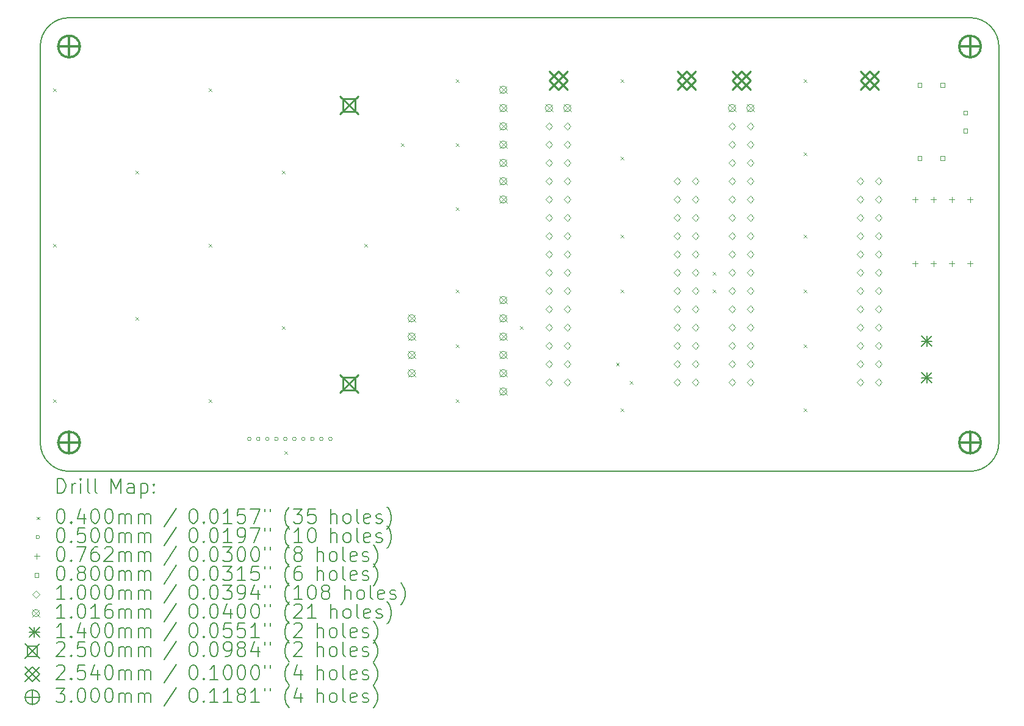
<source format=gbr>
%TF.GenerationSoftware,KiCad,Pcbnew,(7.0.0-0)*%
%TF.CreationDate,2023-03-05T11:15:22-05:00*%
%TF.ProjectId,Cryologger ITB,4372796f-6c6f-4676-9765-72204954422e,rev?*%
%TF.SameCoordinates,Original*%
%TF.FileFunction,Drillmap*%
%TF.FilePolarity,Positive*%
%FSLAX45Y45*%
G04 Gerber Fmt 4.5, Leading zero omitted, Abs format (unit mm)*
G04 Created by KiCad (PCBNEW (7.0.0-0)) date 2023-03-05 11:15:22*
%MOMM*%
%LPD*%
G01*
G04 APERTURE LIST*
%ADD10C,0.200000*%
%ADD11C,0.040000*%
%ADD12C,0.050000*%
%ADD13C,0.076200*%
%ADD14C,0.080000*%
%ADD15C,0.100000*%
%ADD16C,0.101600*%
%ADD17C,0.140000*%
%ADD18C,0.250000*%
%ADD19C,0.254000*%
%ADD20C,0.300000*%
G04 APERTURE END LIST*
D10*
X21600000Y-6400000D02*
G75*
G03*
X21200000Y-6000000I-400000J0D01*
G01*
X8300000Y-6400000D02*
X8300000Y-11900000D01*
X21600000Y-6400000D02*
X21600000Y-11900000D01*
X21200000Y-6000000D02*
X8700000Y-6000000D01*
X8700000Y-6000000D02*
G75*
G03*
X8300000Y-6400000I0J-400000D01*
G01*
X8300000Y-11900000D02*
G75*
G03*
X8700000Y-12300000I400000J0D01*
G01*
X8700000Y-12300000D02*
X21200000Y-12300000D01*
X21200000Y-12300000D02*
G75*
G03*
X21600000Y-11900000I0J400000D01*
G01*
D11*
X8480000Y-6980000D02*
X8520000Y-7020000D01*
X8520000Y-6980000D02*
X8480000Y-7020000D01*
X8480000Y-9139000D02*
X8520000Y-9179000D01*
X8520000Y-9139000D02*
X8480000Y-9179000D01*
X8480000Y-11298000D02*
X8520000Y-11338000D01*
X8520000Y-11298000D02*
X8480000Y-11338000D01*
X9623000Y-8123000D02*
X9663000Y-8163000D01*
X9663000Y-8123000D02*
X9623000Y-8163000D01*
X9623000Y-10155000D02*
X9663000Y-10195000D01*
X9663000Y-10155000D02*
X9623000Y-10195000D01*
X10639000Y-6980000D02*
X10679000Y-7020000D01*
X10679000Y-6980000D02*
X10639000Y-7020000D01*
X10639000Y-9139000D02*
X10679000Y-9179000D01*
X10679000Y-9139000D02*
X10639000Y-9179000D01*
X10639000Y-11298000D02*
X10679000Y-11338000D01*
X10679000Y-11298000D02*
X10639000Y-11338000D01*
X11655000Y-8123000D02*
X11695000Y-8163000D01*
X11695000Y-8123000D02*
X11655000Y-8163000D01*
X11655000Y-10282000D02*
X11695000Y-10322000D01*
X11695000Y-10282000D02*
X11655000Y-10322000D01*
X11689400Y-12019600D02*
X11729400Y-12059600D01*
X11729400Y-12019600D02*
X11689400Y-12059600D01*
X12798000Y-9139000D02*
X12838000Y-9179000D01*
X12838000Y-9139000D02*
X12798000Y-9179000D01*
X13306000Y-7742000D02*
X13346000Y-7782000D01*
X13346000Y-7742000D02*
X13306000Y-7782000D01*
X14068000Y-6853000D02*
X14108000Y-6893000D01*
X14108000Y-6853000D02*
X14068000Y-6893000D01*
X14068000Y-7742000D02*
X14108000Y-7782000D01*
X14108000Y-7742000D02*
X14068000Y-7782000D01*
X14068000Y-8631000D02*
X14108000Y-8671000D01*
X14108000Y-8631000D02*
X14068000Y-8671000D01*
X14068000Y-9774000D02*
X14108000Y-9814000D01*
X14108000Y-9774000D02*
X14068000Y-9814000D01*
X14068000Y-10536000D02*
X14108000Y-10576000D01*
X14108000Y-10536000D02*
X14068000Y-10576000D01*
X14068000Y-11298000D02*
X14108000Y-11338000D01*
X14108000Y-11298000D02*
X14068000Y-11338000D01*
X14957000Y-10282000D02*
X14997000Y-10322000D01*
X14997000Y-10282000D02*
X14957000Y-10322000D01*
X16290500Y-10790000D02*
X16330500Y-10830000D01*
X16330500Y-10790000D02*
X16290500Y-10830000D01*
X16354000Y-6853000D02*
X16394000Y-6893000D01*
X16394000Y-6853000D02*
X16354000Y-6893000D01*
X16354000Y-7932500D02*
X16394000Y-7972500D01*
X16394000Y-7932500D02*
X16354000Y-7972500D01*
X16354000Y-9012000D02*
X16394000Y-9052000D01*
X16394000Y-9012000D02*
X16354000Y-9052000D01*
X16354000Y-9774000D02*
X16394000Y-9814000D01*
X16394000Y-9774000D02*
X16354000Y-9814000D01*
X16354000Y-11425000D02*
X16394000Y-11465000D01*
X16394000Y-11425000D02*
X16354000Y-11465000D01*
X16481000Y-11044000D02*
X16521000Y-11084000D01*
X16521000Y-11044000D02*
X16481000Y-11084000D01*
X17630000Y-9530000D02*
X17670000Y-9570000D01*
X17670000Y-9530000D02*
X17630000Y-9570000D01*
X17630000Y-9780000D02*
X17670000Y-9820000D01*
X17670000Y-9780000D02*
X17630000Y-9820000D01*
X18894000Y-6853000D02*
X18934000Y-6893000D01*
X18934000Y-6853000D02*
X18894000Y-6893000D01*
X18894000Y-7869000D02*
X18934000Y-7909000D01*
X18934000Y-7869000D02*
X18894000Y-7909000D01*
X18894000Y-9012000D02*
X18934000Y-9052000D01*
X18934000Y-9012000D02*
X18894000Y-9052000D01*
X18894000Y-9774000D02*
X18934000Y-9814000D01*
X18934000Y-9774000D02*
X18894000Y-9814000D01*
X18894000Y-10536000D02*
X18934000Y-10576000D01*
X18934000Y-10536000D02*
X18894000Y-10576000D01*
X18894000Y-11425000D02*
X18934000Y-11465000D01*
X18934000Y-11425000D02*
X18894000Y-11465000D01*
D12*
X11225000Y-11850000D02*
G75*
G03*
X11225000Y-11850000I-25000J0D01*
G01*
X11350000Y-11850000D02*
G75*
G03*
X11350000Y-11850000I-25000J0D01*
G01*
X11475000Y-11850000D02*
G75*
G03*
X11475000Y-11850000I-25000J0D01*
G01*
X11600000Y-11850000D02*
G75*
G03*
X11600000Y-11850000I-25000J0D01*
G01*
X11725000Y-11850000D02*
G75*
G03*
X11725000Y-11850000I-25000J0D01*
G01*
X11850000Y-11850000D02*
G75*
G03*
X11850000Y-11850000I-25000J0D01*
G01*
X11975000Y-11850000D02*
G75*
G03*
X11975000Y-11850000I-25000J0D01*
G01*
X12100000Y-11850000D02*
G75*
G03*
X12100000Y-11850000I-25000J0D01*
G01*
X12225000Y-11850000D02*
G75*
G03*
X12225000Y-11850000I-25000J0D01*
G01*
X12350000Y-11850000D02*
G75*
G03*
X12350000Y-11850000I-25000J0D01*
G01*
D13*
X20438000Y-8485900D02*
X20438000Y-8562100D01*
X20399900Y-8524000D02*
X20476100Y-8524000D01*
X20438000Y-9374900D02*
X20438000Y-9451100D01*
X20399900Y-9413000D02*
X20476100Y-9413000D01*
X20692000Y-8485900D02*
X20692000Y-8562100D01*
X20653900Y-8524000D02*
X20730100Y-8524000D01*
X20692000Y-9374900D02*
X20692000Y-9451100D01*
X20653900Y-9413000D02*
X20730100Y-9413000D01*
X20946000Y-8485900D02*
X20946000Y-8562100D01*
X20907900Y-8524000D02*
X20984100Y-8524000D01*
X20946000Y-9374900D02*
X20946000Y-9451100D01*
X20907900Y-9413000D02*
X20984100Y-9413000D01*
X21200000Y-8485900D02*
X21200000Y-8562100D01*
X21161900Y-8524000D02*
X21238100Y-8524000D01*
X21200000Y-9374900D02*
X21200000Y-9451100D01*
X21161900Y-9413000D02*
X21238100Y-9413000D01*
D14*
X20529785Y-6964784D02*
X20529785Y-6908215D01*
X20473216Y-6908215D01*
X20473216Y-6964784D01*
X20529785Y-6964784D01*
X20529785Y-7980784D02*
X20529785Y-7924215D01*
X20473216Y-7924215D01*
X20473216Y-7980784D01*
X20529785Y-7980784D01*
X20847285Y-6964784D02*
X20847285Y-6908215D01*
X20790716Y-6908215D01*
X20790716Y-6964784D01*
X20847285Y-6964784D01*
X20847285Y-7980784D02*
X20847285Y-7924215D01*
X20790716Y-7924215D01*
X20790716Y-7980784D01*
X20847285Y-7980784D01*
X21164785Y-7349784D02*
X21164785Y-7293215D01*
X21108216Y-7293215D01*
X21108216Y-7349784D01*
X21164785Y-7349784D01*
X21164785Y-7599784D02*
X21164785Y-7543215D01*
X21108216Y-7543215D01*
X21108216Y-7599784D01*
X21164785Y-7599784D01*
D15*
X15358000Y-7558000D02*
X15408000Y-7508000D01*
X15358000Y-7458000D01*
X15308000Y-7508000D01*
X15358000Y-7558000D01*
X15358000Y-7812000D02*
X15408000Y-7762000D01*
X15358000Y-7712000D01*
X15308000Y-7762000D01*
X15358000Y-7812000D01*
X15358000Y-8066000D02*
X15408000Y-8016000D01*
X15358000Y-7966000D01*
X15308000Y-8016000D01*
X15358000Y-8066000D01*
X15358000Y-8320000D02*
X15408000Y-8270000D01*
X15358000Y-8220000D01*
X15308000Y-8270000D01*
X15358000Y-8320000D01*
X15358000Y-8574000D02*
X15408000Y-8524000D01*
X15358000Y-8474000D01*
X15308000Y-8524000D01*
X15358000Y-8574000D01*
X15358000Y-8828000D02*
X15408000Y-8778000D01*
X15358000Y-8728000D01*
X15308000Y-8778000D01*
X15358000Y-8828000D01*
X15358000Y-9082000D02*
X15408000Y-9032000D01*
X15358000Y-8982000D01*
X15308000Y-9032000D01*
X15358000Y-9082000D01*
X15358000Y-9336000D02*
X15408000Y-9286000D01*
X15358000Y-9236000D01*
X15308000Y-9286000D01*
X15358000Y-9336000D01*
X15358000Y-9590000D02*
X15408000Y-9540000D01*
X15358000Y-9490000D01*
X15308000Y-9540000D01*
X15358000Y-9590000D01*
X15358000Y-9844000D02*
X15408000Y-9794000D01*
X15358000Y-9744000D01*
X15308000Y-9794000D01*
X15358000Y-9844000D01*
X15358000Y-10098000D02*
X15408000Y-10048000D01*
X15358000Y-9998000D01*
X15308000Y-10048000D01*
X15358000Y-10098000D01*
X15358000Y-10352000D02*
X15408000Y-10302000D01*
X15358000Y-10252000D01*
X15308000Y-10302000D01*
X15358000Y-10352000D01*
X15358000Y-10606000D02*
X15408000Y-10556000D01*
X15358000Y-10506000D01*
X15308000Y-10556000D01*
X15358000Y-10606000D01*
X15358000Y-10860000D02*
X15408000Y-10810000D01*
X15358000Y-10760000D01*
X15308000Y-10810000D01*
X15358000Y-10860000D01*
X15358000Y-11114000D02*
X15408000Y-11064000D01*
X15358000Y-11014000D01*
X15308000Y-11064000D01*
X15358000Y-11114000D01*
X15612000Y-7558000D02*
X15662000Y-7508000D01*
X15612000Y-7458000D01*
X15562000Y-7508000D01*
X15612000Y-7558000D01*
X15612000Y-7812000D02*
X15662000Y-7762000D01*
X15612000Y-7712000D01*
X15562000Y-7762000D01*
X15612000Y-7812000D01*
X15612000Y-8066000D02*
X15662000Y-8016000D01*
X15612000Y-7966000D01*
X15562000Y-8016000D01*
X15612000Y-8066000D01*
X15612000Y-8320000D02*
X15662000Y-8270000D01*
X15612000Y-8220000D01*
X15562000Y-8270000D01*
X15612000Y-8320000D01*
X15612000Y-8574000D02*
X15662000Y-8524000D01*
X15612000Y-8474000D01*
X15562000Y-8524000D01*
X15612000Y-8574000D01*
X15612000Y-8828000D02*
X15662000Y-8778000D01*
X15612000Y-8728000D01*
X15562000Y-8778000D01*
X15612000Y-8828000D01*
X15612000Y-9082000D02*
X15662000Y-9032000D01*
X15612000Y-8982000D01*
X15562000Y-9032000D01*
X15612000Y-9082000D01*
X15612000Y-9336000D02*
X15662000Y-9286000D01*
X15612000Y-9236000D01*
X15562000Y-9286000D01*
X15612000Y-9336000D01*
X15612000Y-9590000D02*
X15662000Y-9540000D01*
X15612000Y-9490000D01*
X15562000Y-9540000D01*
X15612000Y-9590000D01*
X15612000Y-9844000D02*
X15662000Y-9794000D01*
X15612000Y-9744000D01*
X15562000Y-9794000D01*
X15612000Y-9844000D01*
X15612000Y-10098000D02*
X15662000Y-10048000D01*
X15612000Y-9998000D01*
X15562000Y-10048000D01*
X15612000Y-10098000D01*
X15612000Y-10352000D02*
X15662000Y-10302000D01*
X15612000Y-10252000D01*
X15562000Y-10302000D01*
X15612000Y-10352000D01*
X15612000Y-10606000D02*
X15662000Y-10556000D01*
X15612000Y-10506000D01*
X15562000Y-10556000D01*
X15612000Y-10606000D01*
X15612000Y-10860000D02*
X15662000Y-10810000D01*
X15612000Y-10760000D01*
X15562000Y-10810000D01*
X15612000Y-10860000D01*
X15612000Y-11114000D02*
X15662000Y-11064000D01*
X15612000Y-11014000D01*
X15562000Y-11064000D01*
X15612000Y-11114000D01*
X17136000Y-8320000D02*
X17186000Y-8270000D01*
X17136000Y-8220000D01*
X17086000Y-8270000D01*
X17136000Y-8320000D01*
X17136000Y-8574000D02*
X17186000Y-8524000D01*
X17136000Y-8474000D01*
X17086000Y-8524000D01*
X17136000Y-8574000D01*
X17136000Y-8828000D02*
X17186000Y-8778000D01*
X17136000Y-8728000D01*
X17086000Y-8778000D01*
X17136000Y-8828000D01*
X17136000Y-9082000D02*
X17186000Y-9032000D01*
X17136000Y-8982000D01*
X17086000Y-9032000D01*
X17136000Y-9082000D01*
X17136000Y-9336000D02*
X17186000Y-9286000D01*
X17136000Y-9236000D01*
X17086000Y-9286000D01*
X17136000Y-9336000D01*
X17136000Y-9590000D02*
X17186000Y-9540000D01*
X17136000Y-9490000D01*
X17086000Y-9540000D01*
X17136000Y-9590000D01*
X17136000Y-9844000D02*
X17186000Y-9794000D01*
X17136000Y-9744000D01*
X17086000Y-9794000D01*
X17136000Y-9844000D01*
X17136000Y-10098000D02*
X17186000Y-10048000D01*
X17136000Y-9998000D01*
X17086000Y-10048000D01*
X17136000Y-10098000D01*
X17136000Y-10352000D02*
X17186000Y-10302000D01*
X17136000Y-10252000D01*
X17086000Y-10302000D01*
X17136000Y-10352000D01*
X17136000Y-10606000D02*
X17186000Y-10556000D01*
X17136000Y-10506000D01*
X17086000Y-10556000D01*
X17136000Y-10606000D01*
X17136000Y-10860000D02*
X17186000Y-10810000D01*
X17136000Y-10760000D01*
X17086000Y-10810000D01*
X17136000Y-10860000D01*
X17136000Y-11114000D02*
X17186000Y-11064000D01*
X17136000Y-11014000D01*
X17086000Y-11064000D01*
X17136000Y-11114000D01*
X17390000Y-8320000D02*
X17440000Y-8270000D01*
X17390000Y-8220000D01*
X17340000Y-8270000D01*
X17390000Y-8320000D01*
X17390000Y-8574000D02*
X17440000Y-8524000D01*
X17390000Y-8474000D01*
X17340000Y-8524000D01*
X17390000Y-8574000D01*
X17390000Y-8828000D02*
X17440000Y-8778000D01*
X17390000Y-8728000D01*
X17340000Y-8778000D01*
X17390000Y-8828000D01*
X17390000Y-9082000D02*
X17440000Y-9032000D01*
X17390000Y-8982000D01*
X17340000Y-9032000D01*
X17390000Y-9082000D01*
X17390000Y-9336000D02*
X17440000Y-9286000D01*
X17390000Y-9236000D01*
X17340000Y-9286000D01*
X17390000Y-9336000D01*
X17390000Y-9590000D02*
X17440000Y-9540000D01*
X17390000Y-9490000D01*
X17340000Y-9540000D01*
X17390000Y-9590000D01*
X17390000Y-9844000D02*
X17440000Y-9794000D01*
X17390000Y-9744000D01*
X17340000Y-9794000D01*
X17390000Y-9844000D01*
X17390000Y-10098000D02*
X17440000Y-10048000D01*
X17390000Y-9998000D01*
X17340000Y-10048000D01*
X17390000Y-10098000D01*
X17390000Y-10352000D02*
X17440000Y-10302000D01*
X17390000Y-10252000D01*
X17340000Y-10302000D01*
X17390000Y-10352000D01*
X17390000Y-10606000D02*
X17440000Y-10556000D01*
X17390000Y-10506000D01*
X17340000Y-10556000D01*
X17390000Y-10606000D01*
X17390000Y-10860000D02*
X17440000Y-10810000D01*
X17390000Y-10760000D01*
X17340000Y-10810000D01*
X17390000Y-10860000D01*
X17390000Y-11114000D02*
X17440000Y-11064000D01*
X17390000Y-11014000D01*
X17340000Y-11064000D01*
X17390000Y-11114000D01*
X17898000Y-7558000D02*
X17948000Y-7508000D01*
X17898000Y-7458000D01*
X17848000Y-7508000D01*
X17898000Y-7558000D01*
X17898000Y-7812000D02*
X17948000Y-7762000D01*
X17898000Y-7712000D01*
X17848000Y-7762000D01*
X17898000Y-7812000D01*
X17898000Y-8066000D02*
X17948000Y-8016000D01*
X17898000Y-7966000D01*
X17848000Y-8016000D01*
X17898000Y-8066000D01*
X17898000Y-8320000D02*
X17948000Y-8270000D01*
X17898000Y-8220000D01*
X17848000Y-8270000D01*
X17898000Y-8320000D01*
X17898000Y-8574000D02*
X17948000Y-8524000D01*
X17898000Y-8474000D01*
X17848000Y-8524000D01*
X17898000Y-8574000D01*
X17898000Y-8828000D02*
X17948000Y-8778000D01*
X17898000Y-8728000D01*
X17848000Y-8778000D01*
X17898000Y-8828000D01*
X17898000Y-9082000D02*
X17948000Y-9032000D01*
X17898000Y-8982000D01*
X17848000Y-9032000D01*
X17898000Y-9082000D01*
X17898000Y-9336000D02*
X17948000Y-9286000D01*
X17898000Y-9236000D01*
X17848000Y-9286000D01*
X17898000Y-9336000D01*
X17898000Y-9590000D02*
X17948000Y-9540000D01*
X17898000Y-9490000D01*
X17848000Y-9540000D01*
X17898000Y-9590000D01*
X17898000Y-9844000D02*
X17948000Y-9794000D01*
X17898000Y-9744000D01*
X17848000Y-9794000D01*
X17898000Y-9844000D01*
X17898000Y-10098000D02*
X17948000Y-10048000D01*
X17898000Y-9998000D01*
X17848000Y-10048000D01*
X17898000Y-10098000D01*
X17898000Y-10352000D02*
X17948000Y-10302000D01*
X17898000Y-10252000D01*
X17848000Y-10302000D01*
X17898000Y-10352000D01*
X17898000Y-10606000D02*
X17948000Y-10556000D01*
X17898000Y-10506000D01*
X17848000Y-10556000D01*
X17898000Y-10606000D01*
X17898000Y-10860000D02*
X17948000Y-10810000D01*
X17898000Y-10760000D01*
X17848000Y-10810000D01*
X17898000Y-10860000D01*
X17898000Y-11114000D02*
X17948000Y-11064000D01*
X17898000Y-11014000D01*
X17848000Y-11064000D01*
X17898000Y-11114000D01*
X18152000Y-7558000D02*
X18202000Y-7508000D01*
X18152000Y-7458000D01*
X18102000Y-7508000D01*
X18152000Y-7558000D01*
X18152000Y-7812000D02*
X18202000Y-7762000D01*
X18152000Y-7712000D01*
X18102000Y-7762000D01*
X18152000Y-7812000D01*
X18152000Y-8066000D02*
X18202000Y-8016000D01*
X18152000Y-7966000D01*
X18102000Y-8016000D01*
X18152000Y-8066000D01*
X18152000Y-8320000D02*
X18202000Y-8270000D01*
X18152000Y-8220000D01*
X18102000Y-8270000D01*
X18152000Y-8320000D01*
X18152000Y-8574000D02*
X18202000Y-8524000D01*
X18152000Y-8474000D01*
X18102000Y-8524000D01*
X18152000Y-8574000D01*
X18152000Y-8828000D02*
X18202000Y-8778000D01*
X18152000Y-8728000D01*
X18102000Y-8778000D01*
X18152000Y-8828000D01*
X18152000Y-9082000D02*
X18202000Y-9032000D01*
X18152000Y-8982000D01*
X18102000Y-9032000D01*
X18152000Y-9082000D01*
X18152000Y-9336000D02*
X18202000Y-9286000D01*
X18152000Y-9236000D01*
X18102000Y-9286000D01*
X18152000Y-9336000D01*
X18152000Y-9590000D02*
X18202000Y-9540000D01*
X18152000Y-9490000D01*
X18102000Y-9540000D01*
X18152000Y-9590000D01*
X18152000Y-9844000D02*
X18202000Y-9794000D01*
X18152000Y-9744000D01*
X18102000Y-9794000D01*
X18152000Y-9844000D01*
X18152000Y-10098000D02*
X18202000Y-10048000D01*
X18152000Y-9998000D01*
X18102000Y-10048000D01*
X18152000Y-10098000D01*
X18152000Y-10352000D02*
X18202000Y-10302000D01*
X18152000Y-10252000D01*
X18102000Y-10302000D01*
X18152000Y-10352000D01*
X18152000Y-10606000D02*
X18202000Y-10556000D01*
X18152000Y-10506000D01*
X18102000Y-10556000D01*
X18152000Y-10606000D01*
X18152000Y-10860000D02*
X18202000Y-10810000D01*
X18152000Y-10760000D01*
X18102000Y-10810000D01*
X18152000Y-10860000D01*
X18152000Y-11114000D02*
X18202000Y-11064000D01*
X18152000Y-11014000D01*
X18102000Y-11064000D01*
X18152000Y-11114000D01*
X19676000Y-8320000D02*
X19726000Y-8270000D01*
X19676000Y-8220000D01*
X19626000Y-8270000D01*
X19676000Y-8320000D01*
X19676000Y-8574000D02*
X19726000Y-8524000D01*
X19676000Y-8474000D01*
X19626000Y-8524000D01*
X19676000Y-8574000D01*
X19676000Y-8828000D02*
X19726000Y-8778000D01*
X19676000Y-8728000D01*
X19626000Y-8778000D01*
X19676000Y-8828000D01*
X19676000Y-9082000D02*
X19726000Y-9032000D01*
X19676000Y-8982000D01*
X19626000Y-9032000D01*
X19676000Y-9082000D01*
X19676000Y-9336000D02*
X19726000Y-9286000D01*
X19676000Y-9236000D01*
X19626000Y-9286000D01*
X19676000Y-9336000D01*
X19676000Y-9590000D02*
X19726000Y-9540000D01*
X19676000Y-9490000D01*
X19626000Y-9540000D01*
X19676000Y-9590000D01*
X19676000Y-9844000D02*
X19726000Y-9794000D01*
X19676000Y-9744000D01*
X19626000Y-9794000D01*
X19676000Y-9844000D01*
X19676000Y-10098000D02*
X19726000Y-10048000D01*
X19676000Y-9998000D01*
X19626000Y-10048000D01*
X19676000Y-10098000D01*
X19676000Y-10352000D02*
X19726000Y-10302000D01*
X19676000Y-10252000D01*
X19626000Y-10302000D01*
X19676000Y-10352000D01*
X19676000Y-10606000D02*
X19726000Y-10556000D01*
X19676000Y-10506000D01*
X19626000Y-10556000D01*
X19676000Y-10606000D01*
X19676000Y-10860000D02*
X19726000Y-10810000D01*
X19676000Y-10760000D01*
X19626000Y-10810000D01*
X19676000Y-10860000D01*
X19676000Y-11114000D02*
X19726000Y-11064000D01*
X19676000Y-11014000D01*
X19626000Y-11064000D01*
X19676000Y-11114000D01*
X19930000Y-8320000D02*
X19980000Y-8270000D01*
X19930000Y-8220000D01*
X19880000Y-8270000D01*
X19930000Y-8320000D01*
X19930000Y-8574000D02*
X19980000Y-8524000D01*
X19930000Y-8474000D01*
X19880000Y-8524000D01*
X19930000Y-8574000D01*
X19930000Y-8828000D02*
X19980000Y-8778000D01*
X19930000Y-8728000D01*
X19880000Y-8778000D01*
X19930000Y-8828000D01*
X19930000Y-9082000D02*
X19980000Y-9032000D01*
X19930000Y-8982000D01*
X19880000Y-9032000D01*
X19930000Y-9082000D01*
X19930000Y-9336000D02*
X19980000Y-9286000D01*
X19930000Y-9236000D01*
X19880000Y-9286000D01*
X19930000Y-9336000D01*
X19930000Y-9590000D02*
X19980000Y-9540000D01*
X19930000Y-9490000D01*
X19880000Y-9540000D01*
X19930000Y-9590000D01*
X19930000Y-9844000D02*
X19980000Y-9794000D01*
X19930000Y-9744000D01*
X19880000Y-9794000D01*
X19930000Y-9844000D01*
X19930000Y-10098000D02*
X19980000Y-10048000D01*
X19930000Y-9998000D01*
X19880000Y-10048000D01*
X19930000Y-10098000D01*
X19930000Y-10352000D02*
X19980000Y-10302000D01*
X19930000Y-10252000D01*
X19880000Y-10302000D01*
X19930000Y-10352000D01*
X19930000Y-10606000D02*
X19980000Y-10556000D01*
X19930000Y-10506000D01*
X19880000Y-10556000D01*
X19930000Y-10606000D01*
X19930000Y-10860000D02*
X19980000Y-10810000D01*
X19930000Y-10760000D01*
X19880000Y-10810000D01*
X19930000Y-10860000D01*
X19930000Y-11114000D02*
X19980000Y-11064000D01*
X19930000Y-11014000D01*
X19880000Y-11064000D01*
X19930000Y-11114000D01*
D16*
X13402200Y-10124200D02*
X13503800Y-10225800D01*
X13503800Y-10124200D02*
X13402200Y-10225800D01*
X13503800Y-10175000D02*
G75*
G03*
X13503800Y-10175000I-50800J0D01*
G01*
X13402200Y-10378200D02*
X13503800Y-10479800D01*
X13503800Y-10378200D02*
X13402200Y-10479800D01*
X13503800Y-10429000D02*
G75*
G03*
X13503800Y-10429000I-50800J0D01*
G01*
X13402200Y-10632200D02*
X13503800Y-10733800D01*
X13503800Y-10632200D02*
X13402200Y-10733800D01*
X13503800Y-10683000D02*
G75*
G03*
X13503800Y-10683000I-50800J0D01*
G01*
X13402200Y-10886200D02*
X13503800Y-10987800D01*
X13503800Y-10886200D02*
X13402200Y-10987800D01*
X13503800Y-10937000D02*
G75*
G03*
X13503800Y-10937000I-50800J0D01*
G01*
X14672200Y-6949200D02*
X14773800Y-7050800D01*
X14773800Y-6949200D02*
X14672200Y-7050800D01*
X14773800Y-7000000D02*
G75*
G03*
X14773800Y-7000000I-50800J0D01*
G01*
X14672200Y-7203200D02*
X14773800Y-7304800D01*
X14773800Y-7203200D02*
X14672200Y-7304800D01*
X14773800Y-7254000D02*
G75*
G03*
X14773800Y-7254000I-50800J0D01*
G01*
X14672200Y-7457200D02*
X14773800Y-7558800D01*
X14773800Y-7457200D02*
X14672200Y-7558800D01*
X14773800Y-7508000D02*
G75*
G03*
X14773800Y-7508000I-50800J0D01*
G01*
X14672200Y-7711200D02*
X14773800Y-7812800D01*
X14773800Y-7711200D02*
X14672200Y-7812800D01*
X14773800Y-7762000D02*
G75*
G03*
X14773800Y-7762000I-50800J0D01*
G01*
X14672200Y-7965200D02*
X14773800Y-8066800D01*
X14773800Y-7965200D02*
X14672200Y-8066800D01*
X14773800Y-8016000D02*
G75*
G03*
X14773800Y-8016000I-50800J0D01*
G01*
X14672200Y-8219200D02*
X14773800Y-8320800D01*
X14773800Y-8219200D02*
X14672200Y-8320800D01*
X14773800Y-8270000D02*
G75*
G03*
X14773800Y-8270000I-50800J0D01*
G01*
X14672200Y-8473200D02*
X14773800Y-8574800D01*
X14773800Y-8473200D02*
X14672200Y-8574800D01*
X14773800Y-8524000D02*
G75*
G03*
X14773800Y-8524000I-50800J0D01*
G01*
X14672200Y-9870200D02*
X14773800Y-9971800D01*
X14773800Y-9870200D02*
X14672200Y-9971800D01*
X14773800Y-9921000D02*
G75*
G03*
X14773800Y-9921000I-50800J0D01*
G01*
X14672200Y-10124200D02*
X14773800Y-10225800D01*
X14773800Y-10124200D02*
X14672200Y-10225800D01*
X14773800Y-10175000D02*
G75*
G03*
X14773800Y-10175000I-50800J0D01*
G01*
X14672200Y-10378200D02*
X14773800Y-10479800D01*
X14773800Y-10378200D02*
X14672200Y-10479800D01*
X14773800Y-10429000D02*
G75*
G03*
X14773800Y-10429000I-50800J0D01*
G01*
X14672200Y-10632200D02*
X14773800Y-10733800D01*
X14773800Y-10632200D02*
X14672200Y-10733800D01*
X14773800Y-10683000D02*
G75*
G03*
X14773800Y-10683000I-50800J0D01*
G01*
X14672200Y-10886200D02*
X14773800Y-10987800D01*
X14773800Y-10886200D02*
X14672200Y-10987800D01*
X14773800Y-10937000D02*
G75*
G03*
X14773800Y-10937000I-50800J0D01*
G01*
X14672200Y-11140200D02*
X14773800Y-11241800D01*
X14773800Y-11140200D02*
X14672200Y-11241800D01*
X14773800Y-11191000D02*
G75*
G03*
X14773800Y-11191000I-50800J0D01*
G01*
X15307200Y-7203200D02*
X15408800Y-7304800D01*
X15408800Y-7203200D02*
X15307200Y-7304800D01*
X15408800Y-7254000D02*
G75*
G03*
X15408800Y-7254000I-50800J0D01*
G01*
X15561200Y-7203200D02*
X15662800Y-7304800D01*
X15662800Y-7203200D02*
X15561200Y-7304800D01*
X15662800Y-7254000D02*
G75*
G03*
X15662800Y-7254000I-50800J0D01*
G01*
X17847200Y-7203200D02*
X17948800Y-7304800D01*
X17948800Y-7203200D02*
X17847200Y-7304800D01*
X17948800Y-7254000D02*
G75*
G03*
X17948800Y-7254000I-50800J0D01*
G01*
X18101200Y-7203200D02*
X18202800Y-7304800D01*
X18202800Y-7203200D02*
X18101200Y-7304800D01*
X18202800Y-7254000D02*
G75*
G03*
X18202800Y-7254000I-50800J0D01*
G01*
D17*
X20530000Y-10422000D02*
X20670000Y-10562000D01*
X20670000Y-10422000D02*
X20530000Y-10562000D01*
X20600000Y-10422000D02*
X20600000Y-10562000D01*
X20530000Y-10492000D02*
X20670000Y-10492000D01*
X20530000Y-10930000D02*
X20670000Y-11070000D01*
X20670000Y-10930000D02*
X20530000Y-11070000D01*
X20600000Y-10930000D02*
X20600000Y-11070000D01*
X20530000Y-11000000D02*
X20670000Y-11000000D01*
D18*
X12460000Y-7090000D02*
X12710000Y-7340000D01*
X12710000Y-7090000D02*
X12460000Y-7340000D01*
X12673389Y-7303389D02*
X12673389Y-7126611D01*
X12496611Y-7126611D01*
X12496611Y-7303389D01*
X12673389Y-7303389D01*
X12460000Y-10960000D02*
X12710000Y-11210000D01*
X12710000Y-10960000D02*
X12460000Y-11210000D01*
X12673389Y-11173389D02*
X12673389Y-10996611D01*
X12496611Y-10996611D01*
X12496611Y-11173389D01*
X12673389Y-11173389D01*
D19*
X15358000Y-6746000D02*
X15612000Y-7000000D01*
X15612000Y-6746000D02*
X15358000Y-7000000D01*
X15485000Y-7000000D02*
X15612000Y-6873000D01*
X15485000Y-6746000D01*
X15358000Y-6873000D01*
X15485000Y-7000000D01*
X17136000Y-6746000D02*
X17390000Y-7000000D01*
X17390000Y-6746000D02*
X17136000Y-7000000D01*
X17263000Y-7000000D02*
X17390000Y-6873000D01*
X17263000Y-6746000D01*
X17136000Y-6873000D01*
X17263000Y-7000000D01*
X17898000Y-6746000D02*
X18152000Y-7000000D01*
X18152000Y-6746000D02*
X17898000Y-7000000D01*
X18025000Y-7000000D02*
X18152000Y-6873000D01*
X18025000Y-6746000D01*
X17898000Y-6873000D01*
X18025000Y-7000000D01*
X19676000Y-6746000D02*
X19930000Y-7000000D01*
X19930000Y-6746000D02*
X19676000Y-7000000D01*
X19803000Y-7000000D02*
X19930000Y-6873000D01*
X19803000Y-6746000D01*
X19676000Y-6873000D01*
X19803000Y-7000000D01*
D20*
X8700000Y-6250000D02*
X8700000Y-6550000D01*
X8550000Y-6400000D02*
X8850000Y-6400000D01*
X8850000Y-6400000D02*
G75*
G03*
X8850000Y-6400000I-150000J0D01*
G01*
X8700000Y-11750000D02*
X8700000Y-12050000D01*
X8550000Y-11900000D02*
X8850000Y-11900000D01*
X8850000Y-11900000D02*
G75*
G03*
X8850000Y-11900000I-150000J0D01*
G01*
X21200000Y-6250000D02*
X21200000Y-6550000D01*
X21050000Y-6400000D02*
X21350000Y-6400000D01*
X21350000Y-6400000D02*
G75*
G03*
X21350000Y-6400000I-150000J0D01*
G01*
X21200000Y-11750000D02*
X21200000Y-12050000D01*
X21050000Y-11900000D02*
X21350000Y-11900000D01*
X21350000Y-11900000D02*
G75*
G03*
X21350000Y-11900000I-150000J0D01*
G01*
D10*
X8537619Y-12603476D02*
X8537619Y-12403476D01*
X8537619Y-12403476D02*
X8585238Y-12403476D01*
X8585238Y-12403476D02*
X8613810Y-12413000D01*
X8613810Y-12413000D02*
X8632857Y-12432048D01*
X8632857Y-12432048D02*
X8642381Y-12451095D01*
X8642381Y-12451095D02*
X8651905Y-12489190D01*
X8651905Y-12489190D02*
X8651905Y-12517762D01*
X8651905Y-12517762D02*
X8642381Y-12555857D01*
X8642381Y-12555857D02*
X8632857Y-12574905D01*
X8632857Y-12574905D02*
X8613810Y-12593952D01*
X8613810Y-12593952D02*
X8585238Y-12603476D01*
X8585238Y-12603476D02*
X8537619Y-12603476D01*
X8737619Y-12603476D02*
X8737619Y-12470143D01*
X8737619Y-12508238D02*
X8747143Y-12489190D01*
X8747143Y-12489190D02*
X8756667Y-12479667D01*
X8756667Y-12479667D02*
X8775714Y-12470143D01*
X8775714Y-12470143D02*
X8794762Y-12470143D01*
X8861429Y-12603476D02*
X8861429Y-12470143D01*
X8861429Y-12403476D02*
X8851905Y-12413000D01*
X8851905Y-12413000D02*
X8861429Y-12422524D01*
X8861429Y-12422524D02*
X8870952Y-12413000D01*
X8870952Y-12413000D02*
X8861429Y-12403476D01*
X8861429Y-12403476D02*
X8861429Y-12422524D01*
X8985238Y-12603476D02*
X8966190Y-12593952D01*
X8966190Y-12593952D02*
X8956667Y-12574905D01*
X8956667Y-12574905D02*
X8956667Y-12403476D01*
X9090000Y-12603476D02*
X9070952Y-12593952D01*
X9070952Y-12593952D02*
X9061429Y-12574905D01*
X9061429Y-12574905D02*
X9061429Y-12403476D01*
X9286190Y-12603476D02*
X9286190Y-12403476D01*
X9286190Y-12403476D02*
X9352857Y-12546333D01*
X9352857Y-12546333D02*
X9419524Y-12403476D01*
X9419524Y-12403476D02*
X9419524Y-12603476D01*
X9600476Y-12603476D02*
X9600476Y-12498714D01*
X9600476Y-12498714D02*
X9590952Y-12479667D01*
X9590952Y-12479667D02*
X9571905Y-12470143D01*
X9571905Y-12470143D02*
X9533809Y-12470143D01*
X9533809Y-12470143D02*
X9514762Y-12479667D01*
X9600476Y-12593952D02*
X9581429Y-12603476D01*
X9581429Y-12603476D02*
X9533809Y-12603476D01*
X9533809Y-12603476D02*
X9514762Y-12593952D01*
X9514762Y-12593952D02*
X9505238Y-12574905D01*
X9505238Y-12574905D02*
X9505238Y-12555857D01*
X9505238Y-12555857D02*
X9514762Y-12536809D01*
X9514762Y-12536809D02*
X9533809Y-12527286D01*
X9533809Y-12527286D02*
X9581429Y-12527286D01*
X9581429Y-12527286D02*
X9600476Y-12517762D01*
X9695714Y-12470143D02*
X9695714Y-12670143D01*
X9695714Y-12479667D02*
X9714762Y-12470143D01*
X9714762Y-12470143D02*
X9752857Y-12470143D01*
X9752857Y-12470143D02*
X9771905Y-12479667D01*
X9771905Y-12479667D02*
X9781429Y-12489190D01*
X9781429Y-12489190D02*
X9790952Y-12508238D01*
X9790952Y-12508238D02*
X9790952Y-12565381D01*
X9790952Y-12565381D02*
X9781429Y-12584428D01*
X9781429Y-12584428D02*
X9771905Y-12593952D01*
X9771905Y-12593952D02*
X9752857Y-12603476D01*
X9752857Y-12603476D02*
X9714762Y-12603476D01*
X9714762Y-12603476D02*
X9695714Y-12593952D01*
X9876667Y-12584428D02*
X9886190Y-12593952D01*
X9886190Y-12593952D02*
X9876667Y-12603476D01*
X9876667Y-12603476D02*
X9867143Y-12593952D01*
X9867143Y-12593952D02*
X9876667Y-12584428D01*
X9876667Y-12584428D02*
X9876667Y-12603476D01*
X9876667Y-12479667D02*
X9886190Y-12489190D01*
X9886190Y-12489190D02*
X9876667Y-12498714D01*
X9876667Y-12498714D02*
X9867143Y-12489190D01*
X9867143Y-12489190D02*
X9876667Y-12479667D01*
X9876667Y-12479667D02*
X9876667Y-12498714D01*
D11*
X8250000Y-12930000D02*
X8290000Y-12970000D01*
X8290000Y-12930000D02*
X8250000Y-12970000D01*
D10*
X8575714Y-12823476D02*
X8594762Y-12823476D01*
X8594762Y-12823476D02*
X8613810Y-12833000D01*
X8613810Y-12833000D02*
X8623333Y-12842524D01*
X8623333Y-12842524D02*
X8632857Y-12861571D01*
X8632857Y-12861571D02*
X8642381Y-12899667D01*
X8642381Y-12899667D02*
X8642381Y-12947286D01*
X8642381Y-12947286D02*
X8632857Y-12985381D01*
X8632857Y-12985381D02*
X8623333Y-13004428D01*
X8623333Y-13004428D02*
X8613810Y-13013952D01*
X8613810Y-13013952D02*
X8594762Y-13023476D01*
X8594762Y-13023476D02*
X8575714Y-13023476D01*
X8575714Y-13023476D02*
X8556667Y-13013952D01*
X8556667Y-13013952D02*
X8547143Y-13004428D01*
X8547143Y-13004428D02*
X8537619Y-12985381D01*
X8537619Y-12985381D02*
X8528095Y-12947286D01*
X8528095Y-12947286D02*
X8528095Y-12899667D01*
X8528095Y-12899667D02*
X8537619Y-12861571D01*
X8537619Y-12861571D02*
X8547143Y-12842524D01*
X8547143Y-12842524D02*
X8556667Y-12833000D01*
X8556667Y-12833000D02*
X8575714Y-12823476D01*
X8728095Y-13004428D02*
X8737619Y-13013952D01*
X8737619Y-13013952D02*
X8728095Y-13023476D01*
X8728095Y-13023476D02*
X8718571Y-13013952D01*
X8718571Y-13013952D02*
X8728095Y-13004428D01*
X8728095Y-13004428D02*
X8728095Y-13023476D01*
X8909048Y-12890143D02*
X8909048Y-13023476D01*
X8861429Y-12813952D02*
X8813810Y-12956809D01*
X8813810Y-12956809D02*
X8937619Y-12956809D01*
X9051905Y-12823476D02*
X9070952Y-12823476D01*
X9070952Y-12823476D02*
X9090000Y-12833000D01*
X9090000Y-12833000D02*
X9099524Y-12842524D01*
X9099524Y-12842524D02*
X9109048Y-12861571D01*
X9109048Y-12861571D02*
X9118571Y-12899667D01*
X9118571Y-12899667D02*
X9118571Y-12947286D01*
X9118571Y-12947286D02*
X9109048Y-12985381D01*
X9109048Y-12985381D02*
X9099524Y-13004428D01*
X9099524Y-13004428D02*
X9090000Y-13013952D01*
X9090000Y-13013952D02*
X9070952Y-13023476D01*
X9070952Y-13023476D02*
X9051905Y-13023476D01*
X9051905Y-13023476D02*
X9032857Y-13013952D01*
X9032857Y-13013952D02*
X9023333Y-13004428D01*
X9023333Y-13004428D02*
X9013810Y-12985381D01*
X9013810Y-12985381D02*
X9004286Y-12947286D01*
X9004286Y-12947286D02*
X9004286Y-12899667D01*
X9004286Y-12899667D02*
X9013810Y-12861571D01*
X9013810Y-12861571D02*
X9023333Y-12842524D01*
X9023333Y-12842524D02*
X9032857Y-12833000D01*
X9032857Y-12833000D02*
X9051905Y-12823476D01*
X9242381Y-12823476D02*
X9261429Y-12823476D01*
X9261429Y-12823476D02*
X9280476Y-12833000D01*
X9280476Y-12833000D02*
X9290000Y-12842524D01*
X9290000Y-12842524D02*
X9299524Y-12861571D01*
X9299524Y-12861571D02*
X9309048Y-12899667D01*
X9309048Y-12899667D02*
X9309048Y-12947286D01*
X9309048Y-12947286D02*
X9299524Y-12985381D01*
X9299524Y-12985381D02*
X9290000Y-13004428D01*
X9290000Y-13004428D02*
X9280476Y-13013952D01*
X9280476Y-13013952D02*
X9261429Y-13023476D01*
X9261429Y-13023476D02*
X9242381Y-13023476D01*
X9242381Y-13023476D02*
X9223333Y-13013952D01*
X9223333Y-13013952D02*
X9213810Y-13004428D01*
X9213810Y-13004428D02*
X9204286Y-12985381D01*
X9204286Y-12985381D02*
X9194762Y-12947286D01*
X9194762Y-12947286D02*
X9194762Y-12899667D01*
X9194762Y-12899667D02*
X9204286Y-12861571D01*
X9204286Y-12861571D02*
X9213810Y-12842524D01*
X9213810Y-12842524D02*
X9223333Y-12833000D01*
X9223333Y-12833000D02*
X9242381Y-12823476D01*
X9394762Y-13023476D02*
X9394762Y-12890143D01*
X9394762Y-12909190D02*
X9404286Y-12899667D01*
X9404286Y-12899667D02*
X9423333Y-12890143D01*
X9423333Y-12890143D02*
X9451905Y-12890143D01*
X9451905Y-12890143D02*
X9470952Y-12899667D01*
X9470952Y-12899667D02*
X9480476Y-12918714D01*
X9480476Y-12918714D02*
X9480476Y-13023476D01*
X9480476Y-12918714D02*
X9490000Y-12899667D01*
X9490000Y-12899667D02*
X9509048Y-12890143D01*
X9509048Y-12890143D02*
X9537619Y-12890143D01*
X9537619Y-12890143D02*
X9556667Y-12899667D01*
X9556667Y-12899667D02*
X9566191Y-12918714D01*
X9566191Y-12918714D02*
X9566191Y-13023476D01*
X9661429Y-13023476D02*
X9661429Y-12890143D01*
X9661429Y-12909190D02*
X9670952Y-12899667D01*
X9670952Y-12899667D02*
X9690000Y-12890143D01*
X9690000Y-12890143D02*
X9718572Y-12890143D01*
X9718572Y-12890143D02*
X9737619Y-12899667D01*
X9737619Y-12899667D02*
X9747143Y-12918714D01*
X9747143Y-12918714D02*
X9747143Y-13023476D01*
X9747143Y-12918714D02*
X9756667Y-12899667D01*
X9756667Y-12899667D02*
X9775714Y-12890143D01*
X9775714Y-12890143D02*
X9804286Y-12890143D01*
X9804286Y-12890143D02*
X9823333Y-12899667D01*
X9823333Y-12899667D02*
X9832857Y-12918714D01*
X9832857Y-12918714D02*
X9832857Y-13023476D01*
X10190952Y-12813952D02*
X10019524Y-13071095D01*
X10415714Y-12823476D02*
X10434762Y-12823476D01*
X10434762Y-12823476D02*
X10453810Y-12833000D01*
X10453810Y-12833000D02*
X10463333Y-12842524D01*
X10463333Y-12842524D02*
X10472857Y-12861571D01*
X10472857Y-12861571D02*
X10482381Y-12899667D01*
X10482381Y-12899667D02*
X10482381Y-12947286D01*
X10482381Y-12947286D02*
X10472857Y-12985381D01*
X10472857Y-12985381D02*
X10463333Y-13004428D01*
X10463333Y-13004428D02*
X10453810Y-13013952D01*
X10453810Y-13013952D02*
X10434762Y-13023476D01*
X10434762Y-13023476D02*
X10415714Y-13023476D01*
X10415714Y-13023476D02*
X10396667Y-13013952D01*
X10396667Y-13013952D02*
X10387143Y-13004428D01*
X10387143Y-13004428D02*
X10377619Y-12985381D01*
X10377619Y-12985381D02*
X10368095Y-12947286D01*
X10368095Y-12947286D02*
X10368095Y-12899667D01*
X10368095Y-12899667D02*
X10377619Y-12861571D01*
X10377619Y-12861571D02*
X10387143Y-12842524D01*
X10387143Y-12842524D02*
X10396667Y-12833000D01*
X10396667Y-12833000D02*
X10415714Y-12823476D01*
X10568095Y-13004428D02*
X10577619Y-13013952D01*
X10577619Y-13013952D02*
X10568095Y-13023476D01*
X10568095Y-13023476D02*
X10558572Y-13013952D01*
X10558572Y-13013952D02*
X10568095Y-13004428D01*
X10568095Y-13004428D02*
X10568095Y-13023476D01*
X10701429Y-12823476D02*
X10720476Y-12823476D01*
X10720476Y-12823476D02*
X10739524Y-12833000D01*
X10739524Y-12833000D02*
X10749048Y-12842524D01*
X10749048Y-12842524D02*
X10758572Y-12861571D01*
X10758572Y-12861571D02*
X10768095Y-12899667D01*
X10768095Y-12899667D02*
X10768095Y-12947286D01*
X10768095Y-12947286D02*
X10758572Y-12985381D01*
X10758572Y-12985381D02*
X10749048Y-13004428D01*
X10749048Y-13004428D02*
X10739524Y-13013952D01*
X10739524Y-13013952D02*
X10720476Y-13023476D01*
X10720476Y-13023476D02*
X10701429Y-13023476D01*
X10701429Y-13023476D02*
X10682381Y-13013952D01*
X10682381Y-13013952D02*
X10672857Y-13004428D01*
X10672857Y-13004428D02*
X10663333Y-12985381D01*
X10663333Y-12985381D02*
X10653810Y-12947286D01*
X10653810Y-12947286D02*
X10653810Y-12899667D01*
X10653810Y-12899667D02*
X10663333Y-12861571D01*
X10663333Y-12861571D02*
X10672857Y-12842524D01*
X10672857Y-12842524D02*
X10682381Y-12833000D01*
X10682381Y-12833000D02*
X10701429Y-12823476D01*
X10958572Y-13023476D02*
X10844286Y-13023476D01*
X10901429Y-13023476D02*
X10901429Y-12823476D01*
X10901429Y-12823476D02*
X10882381Y-12852048D01*
X10882381Y-12852048D02*
X10863333Y-12871095D01*
X10863333Y-12871095D02*
X10844286Y-12880619D01*
X11139524Y-12823476D02*
X11044286Y-12823476D01*
X11044286Y-12823476D02*
X11034762Y-12918714D01*
X11034762Y-12918714D02*
X11044286Y-12909190D01*
X11044286Y-12909190D02*
X11063333Y-12899667D01*
X11063333Y-12899667D02*
X11110953Y-12899667D01*
X11110953Y-12899667D02*
X11130000Y-12909190D01*
X11130000Y-12909190D02*
X11139524Y-12918714D01*
X11139524Y-12918714D02*
X11149048Y-12937762D01*
X11149048Y-12937762D02*
X11149048Y-12985381D01*
X11149048Y-12985381D02*
X11139524Y-13004428D01*
X11139524Y-13004428D02*
X11130000Y-13013952D01*
X11130000Y-13013952D02*
X11110953Y-13023476D01*
X11110953Y-13023476D02*
X11063333Y-13023476D01*
X11063333Y-13023476D02*
X11044286Y-13013952D01*
X11044286Y-13013952D02*
X11034762Y-13004428D01*
X11215714Y-12823476D02*
X11349048Y-12823476D01*
X11349048Y-12823476D02*
X11263333Y-13023476D01*
X11415714Y-12823476D02*
X11415714Y-12861571D01*
X11491905Y-12823476D02*
X11491905Y-12861571D01*
X11754762Y-13099667D02*
X11745238Y-13090143D01*
X11745238Y-13090143D02*
X11726191Y-13061571D01*
X11726191Y-13061571D02*
X11716667Y-13042524D01*
X11716667Y-13042524D02*
X11707143Y-13013952D01*
X11707143Y-13013952D02*
X11697619Y-12966333D01*
X11697619Y-12966333D02*
X11697619Y-12928238D01*
X11697619Y-12928238D02*
X11707143Y-12880619D01*
X11707143Y-12880619D02*
X11716667Y-12852048D01*
X11716667Y-12852048D02*
X11726191Y-12833000D01*
X11726191Y-12833000D02*
X11745238Y-12804428D01*
X11745238Y-12804428D02*
X11754762Y-12794905D01*
X11811905Y-12823476D02*
X11935714Y-12823476D01*
X11935714Y-12823476D02*
X11869048Y-12899667D01*
X11869048Y-12899667D02*
X11897619Y-12899667D01*
X11897619Y-12899667D02*
X11916667Y-12909190D01*
X11916667Y-12909190D02*
X11926191Y-12918714D01*
X11926191Y-12918714D02*
X11935714Y-12937762D01*
X11935714Y-12937762D02*
X11935714Y-12985381D01*
X11935714Y-12985381D02*
X11926191Y-13004428D01*
X11926191Y-13004428D02*
X11916667Y-13013952D01*
X11916667Y-13013952D02*
X11897619Y-13023476D01*
X11897619Y-13023476D02*
X11840476Y-13023476D01*
X11840476Y-13023476D02*
X11821429Y-13013952D01*
X11821429Y-13013952D02*
X11811905Y-13004428D01*
X12116667Y-12823476D02*
X12021429Y-12823476D01*
X12021429Y-12823476D02*
X12011905Y-12918714D01*
X12011905Y-12918714D02*
X12021429Y-12909190D01*
X12021429Y-12909190D02*
X12040476Y-12899667D01*
X12040476Y-12899667D02*
X12088095Y-12899667D01*
X12088095Y-12899667D02*
X12107143Y-12909190D01*
X12107143Y-12909190D02*
X12116667Y-12918714D01*
X12116667Y-12918714D02*
X12126191Y-12937762D01*
X12126191Y-12937762D02*
X12126191Y-12985381D01*
X12126191Y-12985381D02*
X12116667Y-13004428D01*
X12116667Y-13004428D02*
X12107143Y-13013952D01*
X12107143Y-13013952D02*
X12088095Y-13023476D01*
X12088095Y-13023476D02*
X12040476Y-13023476D01*
X12040476Y-13023476D02*
X12021429Y-13013952D01*
X12021429Y-13013952D02*
X12011905Y-13004428D01*
X12331905Y-13023476D02*
X12331905Y-12823476D01*
X12417619Y-13023476D02*
X12417619Y-12918714D01*
X12417619Y-12918714D02*
X12408095Y-12899667D01*
X12408095Y-12899667D02*
X12389048Y-12890143D01*
X12389048Y-12890143D02*
X12360476Y-12890143D01*
X12360476Y-12890143D02*
X12341429Y-12899667D01*
X12341429Y-12899667D02*
X12331905Y-12909190D01*
X12541429Y-13023476D02*
X12522381Y-13013952D01*
X12522381Y-13013952D02*
X12512857Y-13004428D01*
X12512857Y-13004428D02*
X12503333Y-12985381D01*
X12503333Y-12985381D02*
X12503333Y-12928238D01*
X12503333Y-12928238D02*
X12512857Y-12909190D01*
X12512857Y-12909190D02*
X12522381Y-12899667D01*
X12522381Y-12899667D02*
X12541429Y-12890143D01*
X12541429Y-12890143D02*
X12570000Y-12890143D01*
X12570000Y-12890143D02*
X12589048Y-12899667D01*
X12589048Y-12899667D02*
X12598572Y-12909190D01*
X12598572Y-12909190D02*
X12608095Y-12928238D01*
X12608095Y-12928238D02*
X12608095Y-12985381D01*
X12608095Y-12985381D02*
X12598572Y-13004428D01*
X12598572Y-13004428D02*
X12589048Y-13013952D01*
X12589048Y-13013952D02*
X12570000Y-13023476D01*
X12570000Y-13023476D02*
X12541429Y-13023476D01*
X12722381Y-13023476D02*
X12703333Y-13013952D01*
X12703333Y-13013952D02*
X12693810Y-12994905D01*
X12693810Y-12994905D02*
X12693810Y-12823476D01*
X12874762Y-13013952D02*
X12855714Y-13023476D01*
X12855714Y-13023476D02*
X12817619Y-13023476D01*
X12817619Y-13023476D02*
X12798572Y-13013952D01*
X12798572Y-13013952D02*
X12789048Y-12994905D01*
X12789048Y-12994905D02*
X12789048Y-12918714D01*
X12789048Y-12918714D02*
X12798572Y-12899667D01*
X12798572Y-12899667D02*
X12817619Y-12890143D01*
X12817619Y-12890143D02*
X12855714Y-12890143D01*
X12855714Y-12890143D02*
X12874762Y-12899667D01*
X12874762Y-12899667D02*
X12884286Y-12918714D01*
X12884286Y-12918714D02*
X12884286Y-12937762D01*
X12884286Y-12937762D02*
X12789048Y-12956809D01*
X12960476Y-13013952D02*
X12979524Y-13023476D01*
X12979524Y-13023476D02*
X13017619Y-13023476D01*
X13017619Y-13023476D02*
X13036667Y-13013952D01*
X13036667Y-13013952D02*
X13046191Y-12994905D01*
X13046191Y-12994905D02*
X13046191Y-12985381D01*
X13046191Y-12985381D02*
X13036667Y-12966333D01*
X13036667Y-12966333D02*
X13017619Y-12956809D01*
X13017619Y-12956809D02*
X12989048Y-12956809D01*
X12989048Y-12956809D02*
X12970000Y-12947286D01*
X12970000Y-12947286D02*
X12960476Y-12928238D01*
X12960476Y-12928238D02*
X12960476Y-12918714D01*
X12960476Y-12918714D02*
X12970000Y-12899667D01*
X12970000Y-12899667D02*
X12989048Y-12890143D01*
X12989048Y-12890143D02*
X13017619Y-12890143D01*
X13017619Y-12890143D02*
X13036667Y-12899667D01*
X13112857Y-13099667D02*
X13122381Y-13090143D01*
X13122381Y-13090143D02*
X13141429Y-13061571D01*
X13141429Y-13061571D02*
X13150953Y-13042524D01*
X13150953Y-13042524D02*
X13160476Y-13013952D01*
X13160476Y-13013952D02*
X13170000Y-12966333D01*
X13170000Y-12966333D02*
X13170000Y-12928238D01*
X13170000Y-12928238D02*
X13160476Y-12880619D01*
X13160476Y-12880619D02*
X13150953Y-12852048D01*
X13150953Y-12852048D02*
X13141429Y-12833000D01*
X13141429Y-12833000D02*
X13122381Y-12804428D01*
X13122381Y-12804428D02*
X13112857Y-12794905D01*
D12*
X8290000Y-13214000D02*
G75*
G03*
X8290000Y-13214000I-25000J0D01*
G01*
D10*
X8575714Y-13087476D02*
X8594762Y-13087476D01*
X8594762Y-13087476D02*
X8613810Y-13097000D01*
X8613810Y-13097000D02*
X8623333Y-13106524D01*
X8623333Y-13106524D02*
X8632857Y-13125571D01*
X8632857Y-13125571D02*
X8642381Y-13163667D01*
X8642381Y-13163667D02*
X8642381Y-13211286D01*
X8642381Y-13211286D02*
X8632857Y-13249381D01*
X8632857Y-13249381D02*
X8623333Y-13268428D01*
X8623333Y-13268428D02*
X8613810Y-13277952D01*
X8613810Y-13277952D02*
X8594762Y-13287476D01*
X8594762Y-13287476D02*
X8575714Y-13287476D01*
X8575714Y-13287476D02*
X8556667Y-13277952D01*
X8556667Y-13277952D02*
X8547143Y-13268428D01*
X8547143Y-13268428D02*
X8537619Y-13249381D01*
X8537619Y-13249381D02*
X8528095Y-13211286D01*
X8528095Y-13211286D02*
X8528095Y-13163667D01*
X8528095Y-13163667D02*
X8537619Y-13125571D01*
X8537619Y-13125571D02*
X8547143Y-13106524D01*
X8547143Y-13106524D02*
X8556667Y-13097000D01*
X8556667Y-13097000D02*
X8575714Y-13087476D01*
X8728095Y-13268428D02*
X8737619Y-13277952D01*
X8737619Y-13277952D02*
X8728095Y-13287476D01*
X8728095Y-13287476D02*
X8718571Y-13277952D01*
X8718571Y-13277952D02*
X8728095Y-13268428D01*
X8728095Y-13268428D02*
X8728095Y-13287476D01*
X8918571Y-13087476D02*
X8823333Y-13087476D01*
X8823333Y-13087476D02*
X8813810Y-13182714D01*
X8813810Y-13182714D02*
X8823333Y-13173190D01*
X8823333Y-13173190D02*
X8842381Y-13163667D01*
X8842381Y-13163667D02*
X8890000Y-13163667D01*
X8890000Y-13163667D02*
X8909048Y-13173190D01*
X8909048Y-13173190D02*
X8918571Y-13182714D01*
X8918571Y-13182714D02*
X8928095Y-13201762D01*
X8928095Y-13201762D02*
X8928095Y-13249381D01*
X8928095Y-13249381D02*
X8918571Y-13268428D01*
X8918571Y-13268428D02*
X8909048Y-13277952D01*
X8909048Y-13277952D02*
X8890000Y-13287476D01*
X8890000Y-13287476D02*
X8842381Y-13287476D01*
X8842381Y-13287476D02*
X8823333Y-13277952D01*
X8823333Y-13277952D02*
X8813810Y-13268428D01*
X9051905Y-13087476D02*
X9070952Y-13087476D01*
X9070952Y-13087476D02*
X9090000Y-13097000D01*
X9090000Y-13097000D02*
X9099524Y-13106524D01*
X9099524Y-13106524D02*
X9109048Y-13125571D01*
X9109048Y-13125571D02*
X9118571Y-13163667D01*
X9118571Y-13163667D02*
X9118571Y-13211286D01*
X9118571Y-13211286D02*
X9109048Y-13249381D01*
X9109048Y-13249381D02*
X9099524Y-13268428D01*
X9099524Y-13268428D02*
X9090000Y-13277952D01*
X9090000Y-13277952D02*
X9070952Y-13287476D01*
X9070952Y-13287476D02*
X9051905Y-13287476D01*
X9051905Y-13287476D02*
X9032857Y-13277952D01*
X9032857Y-13277952D02*
X9023333Y-13268428D01*
X9023333Y-13268428D02*
X9013810Y-13249381D01*
X9013810Y-13249381D02*
X9004286Y-13211286D01*
X9004286Y-13211286D02*
X9004286Y-13163667D01*
X9004286Y-13163667D02*
X9013810Y-13125571D01*
X9013810Y-13125571D02*
X9023333Y-13106524D01*
X9023333Y-13106524D02*
X9032857Y-13097000D01*
X9032857Y-13097000D02*
X9051905Y-13087476D01*
X9242381Y-13087476D02*
X9261429Y-13087476D01*
X9261429Y-13087476D02*
X9280476Y-13097000D01*
X9280476Y-13097000D02*
X9290000Y-13106524D01*
X9290000Y-13106524D02*
X9299524Y-13125571D01*
X9299524Y-13125571D02*
X9309048Y-13163667D01*
X9309048Y-13163667D02*
X9309048Y-13211286D01*
X9309048Y-13211286D02*
X9299524Y-13249381D01*
X9299524Y-13249381D02*
X9290000Y-13268428D01*
X9290000Y-13268428D02*
X9280476Y-13277952D01*
X9280476Y-13277952D02*
X9261429Y-13287476D01*
X9261429Y-13287476D02*
X9242381Y-13287476D01*
X9242381Y-13287476D02*
X9223333Y-13277952D01*
X9223333Y-13277952D02*
X9213810Y-13268428D01*
X9213810Y-13268428D02*
X9204286Y-13249381D01*
X9204286Y-13249381D02*
X9194762Y-13211286D01*
X9194762Y-13211286D02*
X9194762Y-13163667D01*
X9194762Y-13163667D02*
X9204286Y-13125571D01*
X9204286Y-13125571D02*
X9213810Y-13106524D01*
X9213810Y-13106524D02*
X9223333Y-13097000D01*
X9223333Y-13097000D02*
X9242381Y-13087476D01*
X9394762Y-13287476D02*
X9394762Y-13154143D01*
X9394762Y-13173190D02*
X9404286Y-13163667D01*
X9404286Y-13163667D02*
X9423333Y-13154143D01*
X9423333Y-13154143D02*
X9451905Y-13154143D01*
X9451905Y-13154143D02*
X9470952Y-13163667D01*
X9470952Y-13163667D02*
X9480476Y-13182714D01*
X9480476Y-13182714D02*
X9480476Y-13287476D01*
X9480476Y-13182714D02*
X9490000Y-13163667D01*
X9490000Y-13163667D02*
X9509048Y-13154143D01*
X9509048Y-13154143D02*
X9537619Y-13154143D01*
X9537619Y-13154143D02*
X9556667Y-13163667D01*
X9556667Y-13163667D02*
X9566191Y-13182714D01*
X9566191Y-13182714D02*
X9566191Y-13287476D01*
X9661429Y-13287476D02*
X9661429Y-13154143D01*
X9661429Y-13173190D02*
X9670952Y-13163667D01*
X9670952Y-13163667D02*
X9690000Y-13154143D01*
X9690000Y-13154143D02*
X9718572Y-13154143D01*
X9718572Y-13154143D02*
X9737619Y-13163667D01*
X9737619Y-13163667D02*
X9747143Y-13182714D01*
X9747143Y-13182714D02*
X9747143Y-13287476D01*
X9747143Y-13182714D02*
X9756667Y-13163667D01*
X9756667Y-13163667D02*
X9775714Y-13154143D01*
X9775714Y-13154143D02*
X9804286Y-13154143D01*
X9804286Y-13154143D02*
X9823333Y-13163667D01*
X9823333Y-13163667D02*
X9832857Y-13182714D01*
X9832857Y-13182714D02*
X9832857Y-13287476D01*
X10190952Y-13077952D02*
X10019524Y-13335095D01*
X10415714Y-13087476D02*
X10434762Y-13087476D01*
X10434762Y-13087476D02*
X10453810Y-13097000D01*
X10453810Y-13097000D02*
X10463333Y-13106524D01*
X10463333Y-13106524D02*
X10472857Y-13125571D01*
X10472857Y-13125571D02*
X10482381Y-13163667D01*
X10482381Y-13163667D02*
X10482381Y-13211286D01*
X10482381Y-13211286D02*
X10472857Y-13249381D01*
X10472857Y-13249381D02*
X10463333Y-13268428D01*
X10463333Y-13268428D02*
X10453810Y-13277952D01*
X10453810Y-13277952D02*
X10434762Y-13287476D01*
X10434762Y-13287476D02*
X10415714Y-13287476D01*
X10415714Y-13287476D02*
X10396667Y-13277952D01*
X10396667Y-13277952D02*
X10387143Y-13268428D01*
X10387143Y-13268428D02*
X10377619Y-13249381D01*
X10377619Y-13249381D02*
X10368095Y-13211286D01*
X10368095Y-13211286D02*
X10368095Y-13163667D01*
X10368095Y-13163667D02*
X10377619Y-13125571D01*
X10377619Y-13125571D02*
X10387143Y-13106524D01*
X10387143Y-13106524D02*
X10396667Y-13097000D01*
X10396667Y-13097000D02*
X10415714Y-13087476D01*
X10568095Y-13268428D02*
X10577619Y-13277952D01*
X10577619Y-13277952D02*
X10568095Y-13287476D01*
X10568095Y-13287476D02*
X10558572Y-13277952D01*
X10558572Y-13277952D02*
X10568095Y-13268428D01*
X10568095Y-13268428D02*
X10568095Y-13287476D01*
X10701429Y-13087476D02*
X10720476Y-13087476D01*
X10720476Y-13087476D02*
X10739524Y-13097000D01*
X10739524Y-13097000D02*
X10749048Y-13106524D01*
X10749048Y-13106524D02*
X10758572Y-13125571D01*
X10758572Y-13125571D02*
X10768095Y-13163667D01*
X10768095Y-13163667D02*
X10768095Y-13211286D01*
X10768095Y-13211286D02*
X10758572Y-13249381D01*
X10758572Y-13249381D02*
X10749048Y-13268428D01*
X10749048Y-13268428D02*
X10739524Y-13277952D01*
X10739524Y-13277952D02*
X10720476Y-13287476D01*
X10720476Y-13287476D02*
X10701429Y-13287476D01*
X10701429Y-13287476D02*
X10682381Y-13277952D01*
X10682381Y-13277952D02*
X10672857Y-13268428D01*
X10672857Y-13268428D02*
X10663333Y-13249381D01*
X10663333Y-13249381D02*
X10653810Y-13211286D01*
X10653810Y-13211286D02*
X10653810Y-13163667D01*
X10653810Y-13163667D02*
X10663333Y-13125571D01*
X10663333Y-13125571D02*
X10672857Y-13106524D01*
X10672857Y-13106524D02*
X10682381Y-13097000D01*
X10682381Y-13097000D02*
X10701429Y-13087476D01*
X10958572Y-13287476D02*
X10844286Y-13287476D01*
X10901429Y-13287476D02*
X10901429Y-13087476D01*
X10901429Y-13087476D02*
X10882381Y-13116048D01*
X10882381Y-13116048D02*
X10863333Y-13135095D01*
X10863333Y-13135095D02*
X10844286Y-13144619D01*
X11053810Y-13287476D02*
X11091905Y-13287476D01*
X11091905Y-13287476D02*
X11110953Y-13277952D01*
X11110953Y-13277952D02*
X11120476Y-13268428D01*
X11120476Y-13268428D02*
X11139524Y-13239857D01*
X11139524Y-13239857D02*
X11149048Y-13201762D01*
X11149048Y-13201762D02*
X11149048Y-13125571D01*
X11149048Y-13125571D02*
X11139524Y-13106524D01*
X11139524Y-13106524D02*
X11130000Y-13097000D01*
X11130000Y-13097000D02*
X11110953Y-13087476D01*
X11110953Y-13087476D02*
X11072857Y-13087476D01*
X11072857Y-13087476D02*
X11053810Y-13097000D01*
X11053810Y-13097000D02*
X11044286Y-13106524D01*
X11044286Y-13106524D02*
X11034762Y-13125571D01*
X11034762Y-13125571D02*
X11034762Y-13173190D01*
X11034762Y-13173190D02*
X11044286Y-13192238D01*
X11044286Y-13192238D02*
X11053810Y-13201762D01*
X11053810Y-13201762D02*
X11072857Y-13211286D01*
X11072857Y-13211286D02*
X11110953Y-13211286D01*
X11110953Y-13211286D02*
X11130000Y-13201762D01*
X11130000Y-13201762D02*
X11139524Y-13192238D01*
X11139524Y-13192238D02*
X11149048Y-13173190D01*
X11215714Y-13087476D02*
X11349048Y-13087476D01*
X11349048Y-13087476D02*
X11263333Y-13287476D01*
X11415714Y-13087476D02*
X11415714Y-13125571D01*
X11491905Y-13087476D02*
X11491905Y-13125571D01*
X11754762Y-13363667D02*
X11745238Y-13354143D01*
X11745238Y-13354143D02*
X11726191Y-13325571D01*
X11726191Y-13325571D02*
X11716667Y-13306524D01*
X11716667Y-13306524D02*
X11707143Y-13277952D01*
X11707143Y-13277952D02*
X11697619Y-13230333D01*
X11697619Y-13230333D02*
X11697619Y-13192238D01*
X11697619Y-13192238D02*
X11707143Y-13144619D01*
X11707143Y-13144619D02*
X11716667Y-13116048D01*
X11716667Y-13116048D02*
X11726191Y-13097000D01*
X11726191Y-13097000D02*
X11745238Y-13068428D01*
X11745238Y-13068428D02*
X11754762Y-13058905D01*
X11935714Y-13287476D02*
X11821429Y-13287476D01*
X11878571Y-13287476D02*
X11878571Y-13087476D01*
X11878571Y-13087476D02*
X11859524Y-13116048D01*
X11859524Y-13116048D02*
X11840476Y-13135095D01*
X11840476Y-13135095D02*
X11821429Y-13144619D01*
X12059524Y-13087476D02*
X12078572Y-13087476D01*
X12078572Y-13087476D02*
X12097619Y-13097000D01*
X12097619Y-13097000D02*
X12107143Y-13106524D01*
X12107143Y-13106524D02*
X12116667Y-13125571D01*
X12116667Y-13125571D02*
X12126191Y-13163667D01*
X12126191Y-13163667D02*
X12126191Y-13211286D01*
X12126191Y-13211286D02*
X12116667Y-13249381D01*
X12116667Y-13249381D02*
X12107143Y-13268428D01*
X12107143Y-13268428D02*
X12097619Y-13277952D01*
X12097619Y-13277952D02*
X12078572Y-13287476D01*
X12078572Y-13287476D02*
X12059524Y-13287476D01*
X12059524Y-13287476D02*
X12040476Y-13277952D01*
X12040476Y-13277952D02*
X12030952Y-13268428D01*
X12030952Y-13268428D02*
X12021429Y-13249381D01*
X12021429Y-13249381D02*
X12011905Y-13211286D01*
X12011905Y-13211286D02*
X12011905Y-13163667D01*
X12011905Y-13163667D02*
X12021429Y-13125571D01*
X12021429Y-13125571D02*
X12030952Y-13106524D01*
X12030952Y-13106524D02*
X12040476Y-13097000D01*
X12040476Y-13097000D02*
X12059524Y-13087476D01*
X12331905Y-13287476D02*
X12331905Y-13087476D01*
X12417619Y-13287476D02*
X12417619Y-13182714D01*
X12417619Y-13182714D02*
X12408095Y-13163667D01*
X12408095Y-13163667D02*
X12389048Y-13154143D01*
X12389048Y-13154143D02*
X12360476Y-13154143D01*
X12360476Y-13154143D02*
X12341429Y-13163667D01*
X12341429Y-13163667D02*
X12331905Y-13173190D01*
X12541429Y-13287476D02*
X12522381Y-13277952D01*
X12522381Y-13277952D02*
X12512857Y-13268428D01*
X12512857Y-13268428D02*
X12503333Y-13249381D01*
X12503333Y-13249381D02*
X12503333Y-13192238D01*
X12503333Y-13192238D02*
X12512857Y-13173190D01*
X12512857Y-13173190D02*
X12522381Y-13163667D01*
X12522381Y-13163667D02*
X12541429Y-13154143D01*
X12541429Y-13154143D02*
X12570000Y-13154143D01*
X12570000Y-13154143D02*
X12589048Y-13163667D01*
X12589048Y-13163667D02*
X12598572Y-13173190D01*
X12598572Y-13173190D02*
X12608095Y-13192238D01*
X12608095Y-13192238D02*
X12608095Y-13249381D01*
X12608095Y-13249381D02*
X12598572Y-13268428D01*
X12598572Y-13268428D02*
X12589048Y-13277952D01*
X12589048Y-13277952D02*
X12570000Y-13287476D01*
X12570000Y-13287476D02*
X12541429Y-13287476D01*
X12722381Y-13287476D02*
X12703333Y-13277952D01*
X12703333Y-13277952D02*
X12693810Y-13258905D01*
X12693810Y-13258905D02*
X12693810Y-13087476D01*
X12874762Y-13277952D02*
X12855714Y-13287476D01*
X12855714Y-13287476D02*
X12817619Y-13287476D01*
X12817619Y-13287476D02*
X12798572Y-13277952D01*
X12798572Y-13277952D02*
X12789048Y-13258905D01*
X12789048Y-13258905D02*
X12789048Y-13182714D01*
X12789048Y-13182714D02*
X12798572Y-13163667D01*
X12798572Y-13163667D02*
X12817619Y-13154143D01*
X12817619Y-13154143D02*
X12855714Y-13154143D01*
X12855714Y-13154143D02*
X12874762Y-13163667D01*
X12874762Y-13163667D02*
X12884286Y-13182714D01*
X12884286Y-13182714D02*
X12884286Y-13201762D01*
X12884286Y-13201762D02*
X12789048Y-13220809D01*
X12960476Y-13277952D02*
X12979524Y-13287476D01*
X12979524Y-13287476D02*
X13017619Y-13287476D01*
X13017619Y-13287476D02*
X13036667Y-13277952D01*
X13036667Y-13277952D02*
X13046191Y-13258905D01*
X13046191Y-13258905D02*
X13046191Y-13249381D01*
X13046191Y-13249381D02*
X13036667Y-13230333D01*
X13036667Y-13230333D02*
X13017619Y-13220809D01*
X13017619Y-13220809D02*
X12989048Y-13220809D01*
X12989048Y-13220809D02*
X12970000Y-13211286D01*
X12970000Y-13211286D02*
X12960476Y-13192238D01*
X12960476Y-13192238D02*
X12960476Y-13182714D01*
X12960476Y-13182714D02*
X12970000Y-13163667D01*
X12970000Y-13163667D02*
X12989048Y-13154143D01*
X12989048Y-13154143D02*
X13017619Y-13154143D01*
X13017619Y-13154143D02*
X13036667Y-13163667D01*
X13112857Y-13363667D02*
X13122381Y-13354143D01*
X13122381Y-13354143D02*
X13141429Y-13325571D01*
X13141429Y-13325571D02*
X13150953Y-13306524D01*
X13150953Y-13306524D02*
X13160476Y-13277952D01*
X13160476Y-13277952D02*
X13170000Y-13230333D01*
X13170000Y-13230333D02*
X13170000Y-13192238D01*
X13170000Y-13192238D02*
X13160476Y-13144619D01*
X13160476Y-13144619D02*
X13150953Y-13116048D01*
X13150953Y-13116048D02*
X13141429Y-13097000D01*
X13141429Y-13097000D02*
X13122381Y-13068428D01*
X13122381Y-13068428D02*
X13112857Y-13058905D01*
D13*
X8251900Y-13439900D02*
X8251900Y-13516100D01*
X8213800Y-13478000D02*
X8290000Y-13478000D01*
D10*
X8575714Y-13351476D02*
X8594762Y-13351476D01*
X8594762Y-13351476D02*
X8613810Y-13361000D01*
X8613810Y-13361000D02*
X8623333Y-13370524D01*
X8623333Y-13370524D02*
X8632857Y-13389571D01*
X8632857Y-13389571D02*
X8642381Y-13427667D01*
X8642381Y-13427667D02*
X8642381Y-13475286D01*
X8642381Y-13475286D02*
X8632857Y-13513381D01*
X8632857Y-13513381D02*
X8623333Y-13532428D01*
X8623333Y-13532428D02*
X8613810Y-13541952D01*
X8613810Y-13541952D02*
X8594762Y-13551476D01*
X8594762Y-13551476D02*
X8575714Y-13551476D01*
X8575714Y-13551476D02*
X8556667Y-13541952D01*
X8556667Y-13541952D02*
X8547143Y-13532428D01*
X8547143Y-13532428D02*
X8537619Y-13513381D01*
X8537619Y-13513381D02*
X8528095Y-13475286D01*
X8528095Y-13475286D02*
X8528095Y-13427667D01*
X8528095Y-13427667D02*
X8537619Y-13389571D01*
X8537619Y-13389571D02*
X8547143Y-13370524D01*
X8547143Y-13370524D02*
X8556667Y-13361000D01*
X8556667Y-13361000D02*
X8575714Y-13351476D01*
X8728095Y-13532428D02*
X8737619Y-13541952D01*
X8737619Y-13541952D02*
X8728095Y-13551476D01*
X8728095Y-13551476D02*
X8718571Y-13541952D01*
X8718571Y-13541952D02*
X8728095Y-13532428D01*
X8728095Y-13532428D02*
X8728095Y-13551476D01*
X8804286Y-13351476D02*
X8937619Y-13351476D01*
X8937619Y-13351476D02*
X8851905Y-13551476D01*
X9099524Y-13351476D02*
X9061429Y-13351476D01*
X9061429Y-13351476D02*
X9042381Y-13361000D01*
X9042381Y-13361000D02*
X9032857Y-13370524D01*
X9032857Y-13370524D02*
X9013810Y-13399095D01*
X9013810Y-13399095D02*
X9004286Y-13437190D01*
X9004286Y-13437190D02*
X9004286Y-13513381D01*
X9004286Y-13513381D02*
X9013810Y-13532428D01*
X9013810Y-13532428D02*
X9023333Y-13541952D01*
X9023333Y-13541952D02*
X9042381Y-13551476D01*
X9042381Y-13551476D02*
X9080476Y-13551476D01*
X9080476Y-13551476D02*
X9099524Y-13541952D01*
X9099524Y-13541952D02*
X9109048Y-13532428D01*
X9109048Y-13532428D02*
X9118571Y-13513381D01*
X9118571Y-13513381D02*
X9118571Y-13465762D01*
X9118571Y-13465762D02*
X9109048Y-13446714D01*
X9109048Y-13446714D02*
X9099524Y-13437190D01*
X9099524Y-13437190D02*
X9080476Y-13427667D01*
X9080476Y-13427667D02*
X9042381Y-13427667D01*
X9042381Y-13427667D02*
X9023333Y-13437190D01*
X9023333Y-13437190D02*
X9013810Y-13446714D01*
X9013810Y-13446714D02*
X9004286Y-13465762D01*
X9194762Y-13370524D02*
X9204286Y-13361000D01*
X9204286Y-13361000D02*
X9223333Y-13351476D01*
X9223333Y-13351476D02*
X9270952Y-13351476D01*
X9270952Y-13351476D02*
X9290000Y-13361000D01*
X9290000Y-13361000D02*
X9299524Y-13370524D01*
X9299524Y-13370524D02*
X9309048Y-13389571D01*
X9309048Y-13389571D02*
X9309048Y-13408619D01*
X9309048Y-13408619D02*
X9299524Y-13437190D01*
X9299524Y-13437190D02*
X9185238Y-13551476D01*
X9185238Y-13551476D02*
X9309048Y-13551476D01*
X9394762Y-13551476D02*
X9394762Y-13418143D01*
X9394762Y-13437190D02*
X9404286Y-13427667D01*
X9404286Y-13427667D02*
X9423333Y-13418143D01*
X9423333Y-13418143D02*
X9451905Y-13418143D01*
X9451905Y-13418143D02*
X9470952Y-13427667D01*
X9470952Y-13427667D02*
X9480476Y-13446714D01*
X9480476Y-13446714D02*
X9480476Y-13551476D01*
X9480476Y-13446714D02*
X9490000Y-13427667D01*
X9490000Y-13427667D02*
X9509048Y-13418143D01*
X9509048Y-13418143D02*
X9537619Y-13418143D01*
X9537619Y-13418143D02*
X9556667Y-13427667D01*
X9556667Y-13427667D02*
X9566191Y-13446714D01*
X9566191Y-13446714D02*
X9566191Y-13551476D01*
X9661429Y-13551476D02*
X9661429Y-13418143D01*
X9661429Y-13437190D02*
X9670952Y-13427667D01*
X9670952Y-13427667D02*
X9690000Y-13418143D01*
X9690000Y-13418143D02*
X9718572Y-13418143D01*
X9718572Y-13418143D02*
X9737619Y-13427667D01*
X9737619Y-13427667D02*
X9747143Y-13446714D01*
X9747143Y-13446714D02*
X9747143Y-13551476D01*
X9747143Y-13446714D02*
X9756667Y-13427667D01*
X9756667Y-13427667D02*
X9775714Y-13418143D01*
X9775714Y-13418143D02*
X9804286Y-13418143D01*
X9804286Y-13418143D02*
X9823333Y-13427667D01*
X9823333Y-13427667D02*
X9832857Y-13446714D01*
X9832857Y-13446714D02*
X9832857Y-13551476D01*
X10190952Y-13341952D02*
X10019524Y-13599095D01*
X10415714Y-13351476D02*
X10434762Y-13351476D01*
X10434762Y-13351476D02*
X10453810Y-13361000D01*
X10453810Y-13361000D02*
X10463333Y-13370524D01*
X10463333Y-13370524D02*
X10472857Y-13389571D01*
X10472857Y-13389571D02*
X10482381Y-13427667D01*
X10482381Y-13427667D02*
X10482381Y-13475286D01*
X10482381Y-13475286D02*
X10472857Y-13513381D01*
X10472857Y-13513381D02*
X10463333Y-13532428D01*
X10463333Y-13532428D02*
X10453810Y-13541952D01*
X10453810Y-13541952D02*
X10434762Y-13551476D01*
X10434762Y-13551476D02*
X10415714Y-13551476D01*
X10415714Y-13551476D02*
X10396667Y-13541952D01*
X10396667Y-13541952D02*
X10387143Y-13532428D01*
X10387143Y-13532428D02*
X10377619Y-13513381D01*
X10377619Y-13513381D02*
X10368095Y-13475286D01*
X10368095Y-13475286D02*
X10368095Y-13427667D01*
X10368095Y-13427667D02*
X10377619Y-13389571D01*
X10377619Y-13389571D02*
X10387143Y-13370524D01*
X10387143Y-13370524D02*
X10396667Y-13361000D01*
X10396667Y-13361000D02*
X10415714Y-13351476D01*
X10568095Y-13532428D02*
X10577619Y-13541952D01*
X10577619Y-13541952D02*
X10568095Y-13551476D01*
X10568095Y-13551476D02*
X10558572Y-13541952D01*
X10558572Y-13541952D02*
X10568095Y-13532428D01*
X10568095Y-13532428D02*
X10568095Y-13551476D01*
X10701429Y-13351476D02*
X10720476Y-13351476D01*
X10720476Y-13351476D02*
X10739524Y-13361000D01*
X10739524Y-13361000D02*
X10749048Y-13370524D01*
X10749048Y-13370524D02*
X10758572Y-13389571D01*
X10758572Y-13389571D02*
X10768095Y-13427667D01*
X10768095Y-13427667D02*
X10768095Y-13475286D01*
X10768095Y-13475286D02*
X10758572Y-13513381D01*
X10758572Y-13513381D02*
X10749048Y-13532428D01*
X10749048Y-13532428D02*
X10739524Y-13541952D01*
X10739524Y-13541952D02*
X10720476Y-13551476D01*
X10720476Y-13551476D02*
X10701429Y-13551476D01*
X10701429Y-13551476D02*
X10682381Y-13541952D01*
X10682381Y-13541952D02*
X10672857Y-13532428D01*
X10672857Y-13532428D02*
X10663333Y-13513381D01*
X10663333Y-13513381D02*
X10653810Y-13475286D01*
X10653810Y-13475286D02*
X10653810Y-13427667D01*
X10653810Y-13427667D02*
X10663333Y-13389571D01*
X10663333Y-13389571D02*
X10672857Y-13370524D01*
X10672857Y-13370524D02*
X10682381Y-13361000D01*
X10682381Y-13361000D02*
X10701429Y-13351476D01*
X10834762Y-13351476D02*
X10958572Y-13351476D01*
X10958572Y-13351476D02*
X10891905Y-13427667D01*
X10891905Y-13427667D02*
X10920476Y-13427667D01*
X10920476Y-13427667D02*
X10939524Y-13437190D01*
X10939524Y-13437190D02*
X10949048Y-13446714D01*
X10949048Y-13446714D02*
X10958572Y-13465762D01*
X10958572Y-13465762D02*
X10958572Y-13513381D01*
X10958572Y-13513381D02*
X10949048Y-13532428D01*
X10949048Y-13532428D02*
X10939524Y-13541952D01*
X10939524Y-13541952D02*
X10920476Y-13551476D01*
X10920476Y-13551476D02*
X10863333Y-13551476D01*
X10863333Y-13551476D02*
X10844286Y-13541952D01*
X10844286Y-13541952D02*
X10834762Y-13532428D01*
X11082381Y-13351476D02*
X11101429Y-13351476D01*
X11101429Y-13351476D02*
X11120476Y-13361000D01*
X11120476Y-13361000D02*
X11130000Y-13370524D01*
X11130000Y-13370524D02*
X11139524Y-13389571D01*
X11139524Y-13389571D02*
X11149048Y-13427667D01*
X11149048Y-13427667D02*
X11149048Y-13475286D01*
X11149048Y-13475286D02*
X11139524Y-13513381D01*
X11139524Y-13513381D02*
X11130000Y-13532428D01*
X11130000Y-13532428D02*
X11120476Y-13541952D01*
X11120476Y-13541952D02*
X11101429Y-13551476D01*
X11101429Y-13551476D02*
X11082381Y-13551476D01*
X11082381Y-13551476D02*
X11063333Y-13541952D01*
X11063333Y-13541952D02*
X11053810Y-13532428D01*
X11053810Y-13532428D02*
X11044286Y-13513381D01*
X11044286Y-13513381D02*
X11034762Y-13475286D01*
X11034762Y-13475286D02*
X11034762Y-13427667D01*
X11034762Y-13427667D02*
X11044286Y-13389571D01*
X11044286Y-13389571D02*
X11053810Y-13370524D01*
X11053810Y-13370524D02*
X11063333Y-13361000D01*
X11063333Y-13361000D02*
X11082381Y-13351476D01*
X11272857Y-13351476D02*
X11291905Y-13351476D01*
X11291905Y-13351476D02*
X11310952Y-13361000D01*
X11310952Y-13361000D02*
X11320476Y-13370524D01*
X11320476Y-13370524D02*
X11330000Y-13389571D01*
X11330000Y-13389571D02*
X11339524Y-13427667D01*
X11339524Y-13427667D02*
X11339524Y-13475286D01*
X11339524Y-13475286D02*
X11330000Y-13513381D01*
X11330000Y-13513381D02*
X11320476Y-13532428D01*
X11320476Y-13532428D02*
X11310952Y-13541952D01*
X11310952Y-13541952D02*
X11291905Y-13551476D01*
X11291905Y-13551476D02*
X11272857Y-13551476D01*
X11272857Y-13551476D02*
X11253810Y-13541952D01*
X11253810Y-13541952D02*
X11244286Y-13532428D01*
X11244286Y-13532428D02*
X11234762Y-13513381D01*
X11234762Y-13513381D02*
X11225238Y-13475286D01*
X11225238Y-13475286D02*
X11225238Y-13427667D01*
X11225238Y-13427667D02*
X11234762Y-13389571D01*
X11234762Y-13389571D02*
X11244286Y-13370524D01*
X11244286Y-13370524D02*
X11253810Y-13361000D01*
X11253810Y-13361000D02*
X11272857Y-13351476D01*
X11415714Y-13351476D02*
X11415714Y-13389571D01*
X11491905Y-13351476D02*
X11491905Y-13389571D01*
X11754762Y-13627667D02*
X11745238Y-13618143D01*
X11745238Y-13618143D02*
X11726191Y-13589571D01*
X11726191Y-13589571D02*
X11716667Y-13570524D01*
X11716667Y-13570524D02*
X11707143Y-13541952D01*
X11707143Y-13541952D02*
X11697619Y-13494333D01*
X11697619Y-13494333D02*
X11697619Y-13456238D01*
X11697619Y-13456238D02*
X11707143Y-13408619D01*
X11707143Y-13408619D02*
X11716667Y-13380048D01*
X11716667Y-13380048D02*
X11726191Y-13361000D01*
X11726191Y-13361000D02*
X11745238Y-13332428D01*
X11745238Y-13332428D02*
X11754762Y-13322905D01*
X11859524Y-13437190D02*
X11840476Y-13427667D01*
X11840476Y-13427667D02*
X11830952Y-13418143D01*
X11830952Y-13418143D02*
X11821429Y-13399095D01*
X11821429Y-13399095D02*
X11821429Y-13389571D01*
X11821429Y-13389571D02*
X11830952Y-13370524D01*
X11830952Y-13370524D02*
X11840476Y-13361000D01*
X11840476Y-13361000D02*
X11859524Y-13351476D01*
X11859524Y-13351476D02*
X11897619Y-13351476D01*
X11897619Y-13351476D02*
X11916667Y-13361000D01*
X11916667Y-13361000D02*
X11926191Y-13370524D01*
X11926191Y-13370524D02*
X11935714Y-13389571D01*
X11935714Y-13389571D02*
X11935714Y-13399095D01*
X11935714Y-13399095D02*
X11926191Y-13418143D01*
X11926191Y-13418143D02*
X11916667Y-13427667D01*
X11916667Y-13427667D02*
X11897619Y-13437190D01*
X11897619Y-13437190D02*
X11859524Y-13437190D01*
X11859524Y-13437190D02*
X11840476Y-13446714D01*
X11840476Y-13446714D02*
X11830952Y-13456238D01*
X11830952Y-13456238D02*
X11821429Y-13475286D01*
X11821429Y-13475286D02*
X11821429Y-13513381D01*
X11821429Y-13513381D02*
X11830952Y-13532428D01*
X11830952Y-13532428D02*
X11840476Y-13541952D01*
X11840476Y-13541952D02*
X11859524Y-13551476D01*
X11859524Y-13551476D02*
X11897619Y-13551476D01*
X11897619Y-13551476D02*
X11916667Y-13541952D01*
X11916667Y-13541952D02*
X11926191Y-13532428D01*
X11926191Y-13532428D02*
X11935714Y-13513381D01*
X11935714Y-13513381D02*
X11935714Y-13475286D01*
X11935714Y-13475286D02*
X11926191Y-13456238D01*
X11926191Y-13456238D02*
X11916667Y-13446714D01*
X11916667Y-13446714D02*
X11897619Y-13437190D01*
X12141429Y-13551476D02*
X12141429Y-13351476D01*
X12227143Y-13551476D02*
X12227143Y-13446714D01*
X12227143Y-13446714D02*
X12217619Y-13427667D01*
X12217619Y-13427667D02*
X12198572Y-13418143D01*
X12198572Y-13418143D02*
X12170000Y-13418143D01*
X12170000Y-13418143D02*
X12150952Y-13427667D01*
X12150952Y-13427667D02*
X12141429Y-13437190D01*
X12350952Y-13551476D02*
X12331905Y-13541952D01*
X12331905Y-13541952D02*
X12322381Y-13532428D01*
X12322381Y-13532428D02*
X12312857Y-13513381D01*
X12312857Y-13513381D02*
X12312857Y-13456238D01*
X12312857Y-13456238D02*
X12322381Y-13437190D01*
X12322381Y-13437190D02*
X12331905Y-13427667D01*
X12331905Y-13427667D02*
X12350952Y-13418143D01*
X12350952Y-13418143D02*
X12379524Y-13418143D01*
X12379524Y-13418143D02*
X12398572Y-13427667D01*
X12398572Y-13427667D02*
X12408095Y-13437190D01*
X12408095Y-13437190D02*
X12417619Y-13456238D01*
X12417619Y-13456238D02*
X12417619Y-13513381D01*
X12417619Y-13513381D02*
X12408095Y-13532428D01*
X12408095Y-13532428D02*
X12398572Y-13541952D01*
X12398572Y-13541952D02*
X12379524Y-13551476D01*
X12379524Y-13551476D02*
X12350952Y-13551476D01*
X12531905Y-13551476D02*
X12512857Y-13541952D01*
X12512857Y-13541952D02*
X12503333Y-13522905D01*
X12503333Y-13522905D02*
X12503333Y-13351476D01*
X12684286Y-13541952D02*
X12665238Y-13551476D01*
X12665238Y-13551476D02*
X12627143Y-13551476D01*
X12627143Y-13551476D02*
X12608095Y-13541952D01*
X12608095Y-13541952D02*
X12598572Y-13522905D01*
X12598572Y-13522905D02*
X12598572Y-13446714D01*
X12598572Y-13446714D02*
X12608095Y-13427667D01*
X12608095Y-13427667D02*
X12627143Y-13418143D01*
X12627143Y-13418143D02*
X12665238Y-13418143D01*
X12665238Y-13418143D02*
X12684286Y-13427667D01*
X12684286Y-13427667D02*
X12693810Y-13446714D01*
X12693810Y-13446714D02*
X12693810Y-13465762D01*
X12693810Y-13465762D02*
X12598572Y-13484809D01*
X12770000Y-13541952D02*
X12789048Y-13551476D01*
X12789048Y-13551476D02*
X12827143Y-13551476D01*
X12827143Y-13551476D02*
X12846191Y-13541952D01*
X12846191Y-13541952D02*
X12855714Y-13522905D01*
X12855714Y-13522905D02*
X12855714Y-13513381D01*
X12855714Y-13513381D02*
X12846191Y-13494333D01*
X12846191Y-13494333D02*
X12827143Y-13484809D01*
X12827143Y-13484809D02*
X12798572Y-13484809D01*
X12798572Y-13484809D02*
X12779524Y-13475286D01*
X12779524Y-13475286D02*
X12770000Y-13456238D01*
X12770000Y-13456238D02*
X12770000Y-13446714D01*
X12770000Y-13446714D02*
X12779524Y-13427667D01*
X12779524Y-13427667D02*
X12798572Y-13418143D01*
X12798572Y-13418143D02*
X12827143Y-13418143D01*
X12827143Y-13418143D02*
X12846191Y-13427667D01*
X12922381Y-13627667D02*
X12931905Y-13618143D01*
X12931905Y-13618143D02*
X12950953Y-13589571D01*
X12950953Y-13589571D02*
X12960476Y-13570524D01*
X12960476Y-13570524D02*
X12970000Y-13541952D01*
X12970000Y-13541952D02*
X12979524Y-13494333D01*
X12979524Y-13494333D02*
X12979524Y-13456238D01*
X12979524Y-13456238D02*
X12970000Y-13408619D01*
X12970000Y-13408619D02*
X12960476Y-13380048D01*
X12960476Y-13380048D02*
X12950953Y-13361000D01*
X12950953Y-13361000D02*
X12931905Y-13332428D01*
X12931905Y-13332428D02*
X12922381Y-13322905D01*
D14*
X8278284Y-13770284D02*
X8278284Y-13713715D01*
X8221715Y-13713715D01*
X8221715Y-13770284D01*
X8278284Y-13770284D01*
D10*
X8575714Y-13615476D02*
X8594762Y-13615476D01*
X8594762Y-13615476D02*
X8613810Y-13625000D01*
X8613810Y-13625000D02*
X8623333Y-13634524D01*
X8623333Y-13634524D02*
X8632857Y-13653571D01*
X8632857Y-13653571D02*
X8642381Y-13691667D01*
X8642381Y-13691667D02*
X8642381Y-13739286D01*
X8642381Y-13739286D02*
X8632857Y-13777381D01*
X8632857Y-13777381D02*
X8623333Y-13796428D01*
X8623333Y-13796428D02*
X8613810Y-13805952D01*
X8613810Y-13805952D02*
X8594762Y-13815476D01*
X8594762Y-13815476D02*
X8575714Y-13815476D01*
X8575714Y-13815476D02*
X8556667Y-13805952D01*
X8556667Y-13805952D02*
X8547143Y-13796428D01*
X8547143Y-13796428D02*
X8537619Y-13777381D01*
X8537619Y-13777381D02*
X8528095Y-13739286D01*
X8528095Y-13739286D02*
X8528095Y-13691667D01*
X8528095Y-13691667D02*
X8537619Y-13653571D01*
X8537619Y-13653571D02*
X8547143Y-13634524D01*
X8547143Y-13634524D02*
X8556667Y-13625000D01*
X8556667Y-13625000D02*
X8575714Y-13615476D01*
X8728095Y-13796428D02*
X8737619Y-13805952D01*
X8737619Y-13805952D02*
X8728095Y-13815476D01*
X8728095Y-13815476D02*
X8718571Y-13805952D01*
X8718571Y-13805952D02*
X8728095Y-13796428D01*
X8728095Y-13796428D02*
X8728095Y-13815476D01*
X8851905Y-13701190D02*
X8832857Y-13691667D01*
X8832857Y-13691667D02*
X8823333Y-13682143D01*
X8823333Y-13682143D02*
X8813810Y-13663095D01*
X8813810Y-13663095D02*
X8813810Y-13653571D01*
X8813810Y-13653571D02*
X8823333Y-13634524D01*
X8823333Y-13634524D02*
X8832857Y-13625000D01*
X8832857Y-13625000D02*
X8851905Y-13615476D01*
X8851905Y-13615476D02*
X8890000Y-13615476D01*
X8890000Y-13615476D02*
X8909048Y-13625000D01*
X8909048Y-13625000D02*
X8918571Y-13634524D01*
X8918571Y-13634524D02*
X8928095Y-13653571D01*
X8928095Y-13653571D02*
X8928095Y-13663095D01*
X8928095Y-13663095D02*
X8918571Y-13682143D01*
X8918571Y-13682143D02*
X8909048Y-13691667D01*
X8909048Y-13691667D02*
X8890000Y-13701190D01*
X8890000Y-13701190D02*
X8851905Y-13701190D01*
X8851905Y-13701190D02*
X8832857Y-13710714D01*
X8832857Y-13710714D02*
X8823333Y-13720238D01*
X8823333Y-13720238D02*
X8813810Y-13739286D01*
X8813810Y-13739286D02*
X8813810Y-13777381D01*
X8813810Y-13777381D02*
X8823333Y-13796428D01*
X8823333Y-13796428D02*
X8832857Y-13805952D01*
X8832857Y-13805952D02*
X8851905Y-13815476D01*
X8851905Y-13815476D02*
X8890000Y-13815476D01*
X8890000Y-13815476D02*
X8909048Y-13805952D01*
X8909048Y-13805952D02*
X8918571Y-13796428D01*
X8918571Y-13796428D02*
X8928095Y-13777381D01*
X8928095Y-13777381D02*
X8928095Y-13739286D01*
X8928095Y-13739286D02*
X8918571Y-13720238D01*
X8918571Y-13720238D02*
X8909048Y-13710714D01*
X8909048Y-13710714D02*
X8890000Y-13701190D01*
X9051905Y-13615476D02*
X9070952Y-13615476D01*
X9070952Y-13615476D02*
X9090000Y-13625000D01*
X9090000Y-13625000D02*
X9099524Y-13634524D01*
X9099524Y-13634524D02*
X9109048Y-13653571D01*
X9109048Y-13653571D02*
X9118571Y-13691667D01*
X9118571Y-13691667D02*
X9118571Y-13739286D01*
X9118571Y-13739286D02*
X9109048Y-13777381D01*
X9109048Y-13777381D02*
X9099524Y-13796428D01*
X9099524Y-13796428D02*
X9090000Y-13805952D01*
X9090000Y-13805952D02*
X9070952Y-13815476D01*
X9070952Y-13815476D02*
X9051905Y-13815476D01*
X9051905Y-13815476D02*
X9032857Y-13805952D01*
X9032857Y-13805952D02*
X9023333Y-13796428D01*
X9023333Y-13796428D02*
X9013810Y-13777381D01*
X9013810Y-13777381D02*
X9004286Y-13739286D01*
X9004286Y-13739286D02*
X9004286Y-13691667D01*
X9004286Y-13691667D02*
X9013810Y-13653571D01*
X9013810Y-13653571D02*
X9023333Y-13634524D01*
X9023333Y-13634524D02*
X9032857Y-13625000D01*
X9032857Y-13625000D02*
X9051905Y-13615476D01*
X9242381Y-13615476D02*
X9261429Y-13615476D01*
X9261429Y-13615476D02*
X9280476Y-13625000D01*
X9280476Y-13625000D02*
X9290000Y-13634524D01*
X9290000Y-13634524D02*
X9299524Y-13653571D01*
X9299524Y-13653571D02*
X9309048Y-13691667D01*
X9309048Y-13691667D02*
X9309048Y-13739286D01*
X9309048Y-13739286D02*
X9299524Y-13777381D01*
X9299524Y-13777381D02*
X9290000Y-13796428D01*
X9290000Y-13796428D02*
X9280476Y-13805952D01*
X9280476Y-13805952D02*
X9261429Y-13815476D01*
X9261429Y-13815476D02*
X9242381Y-13815476D01*
X9242381Y-13815476D02*
X9223333Y-13805952D01*
X9223333Y-13805952D02*
X9213810Y-13796428D01*
X9213810Y-13796428D02*
X9204286Y-13777381D01*
X9204286Y-13777381D02*
X9194762Y-13739286D01*
X9194762Y-13739286D02*
X9194762Y-13691667D01*
X9194762Y-13691667D02*
X9204286Y-13653571D01*
X9204286Y-13653571D02*
X9213810Y-13634524D01*
X9213810Y-13634524D02*
X9223333Y-13625000D01*
X9223333Y-13625000D02*
X9242381Y-13615476D01*
X9394762Y-13815476D02*
X9394762Y-13682143D01*
X9394762Y-13701190D02*
X9404286Y-13691667D01*
X9404286Y-13691667D02*
X9423333Y-13682143D01*
X9423333Y-13682143D02*
X9451905Y-13682143D01*
X9451905Y-13682143D02*
X9470952Y-13691667D01*
X9470952Y-13691667D02*
X9480476Y-13710714D01*
X9480476Y-13710714D02*
X9480476Y-13815476D01*
X9480476Y-13710714D02*
X9490000Y-13691667D01*
X9490000Y-13691667D02*
X9509048Y-13682143D01*
X9509048Y-13682143D02*
X9537619Y-13682143D01*
X9537619Y-13682143D02*
X9556667Y-13691667D01*
X9556667Y-13691667D02*
X9566191Y-13710714D01*
X9566191Y-13710714D02*
X9566191Y-13815476D01*
X9661429Y-13815476D02*
X9661429Y-13682143D01*
X9661429Y-13701190D02*
X9670952Y-13691667D01*
X9670952Y-13691667D02*
X9690000Y-13682143D01*
X9690000Y-13682143D02*
X9718572Y-13682143D01*
X9718572Y-13682143D02*
X9737619Y-13691667D01*
X9737619Y-13691667D02*
X9747143Y-13710714D01*
X9747143Y-13710714D02*
X9747143Y-13815476D01*
X9747143Y-13710714D02*
X9756667Y-13691667D01*
X9756667Y-13691667D02*
X9775714Y-13682143D01*
X9775714Y-13682143D02*
X9804286Y-13682143D01*
X9804286Y-13682143D02*
X9823333Y-13691667D01*
X9823333Y-13691667D02*
X9832857Y-13710714D01*
X9832857Y-13710714D02*
X9832857Y-13815476D01*
X10190952Y-13605952D02*
X10019524Y-13863095D01*
X10415714Y-13615476D02*
X10434762Y-13615476D01*
X10434762Y-13615476D02*
X10453810Y-13625000D01*
X10453810Y-13625000D02*
X10463333Y-13634524D01*
X10463333Y-13634524D02*
X10472857Y-13653571D01*
X10472857Y-13653571D02*
X10482381Y-13691667D01*
X10482381Y-13691667D02*
X10482381Y-13739286D01*
X10482381Y-13739286D02*
X10472857Y-13777381D01*
X10472857Y-13777381D02*
X10463333Y-13796428D01*
X10463333Y-13796428D02*
X10453810Y-13805952D01*
X10453810Y-13805952D02*
X10434762Y-13815476D01*
X10434762Y-13815476D02*
X10415714Y-13815476D01*
X10415714Y-13815476D02*
X10396667Y-13805952D01*
X10396667Y-13805952D02*
X10387143Y-13796428D01*
X10387143Y-13796428D02*
X10377619Y-13777381D01*
X10377619Y-13777381D02*
X10368095Y-13739286D01*
X10368095Y-13739286D02*
X10368095Y-13691667D01*
X10368095Y-13691667D02*
X10377619Y-13653571D01*
X10377619Y-13653571D02*
X10387143Y-13634524D01*
X10387143Y-13634524D02*
X10396667Y-13625000D01*
X10396667Y-13625000D02*
X10415714Y-13615476D01*
X10568095Y-13796428D02*
X10577619Y-13805952D01*
X10577619Y-13805952D02*
X10568095Y-13815476D01*
X10568095Y-13815476D02*
X10558572Y-13805952D01*
X10558572Y-13805952D02*
X10568095Y-13796428D01*
X10568095Y-13796428D02*
X10568095Y-13815476D01*
X10701429Y-13615476D02*
X10720476Y-13615476D01*
X10720476Y-13615476D02*
X10739524Y-13625000D01*
X10739524Y-13625000D02*
X10749048Y-13634524D01*
X10749048Y-13634524D02*
X10758572Y-13653571D01*
X10758572Y-13653571D02*
X10768095Y-13691667D01*
X10768095Y-13691667D02*
X10768095Y-13739286D01*
X10768095Y-13739286D02*
X10758572Y-13777381D01*
X10758572Y-13777381D02*
X10749048Y-13796428D01*
X10749048Y-13796428D02*
X10739524Y-13805952D01*
X10739524Y-13805952D02*
X10720476Y-13815476D01*
X10720476Y-13815476D02*
X10701429Y-13815476D01*
X10701429Y-13815476D02*
X10682381Y-13805952D01*
X10682381Y-13805952D02*
X10672857Y-13796428D01*
X10672857Y-13796428D02*
X10663333Y-13777381D01*
X10663333Y-13777381D02*
X10653810Y-13739286D01*
X10653810Y-13739286D02*
X10653810Y-13691667D01*
X10653810Y-13691667D02*
X10663333Y-13653571D01*
X10663333Y-13653571D02*
X10672857Y-13634524D01*
X10672857Y-13634524D02*
X10682381Y-13625000D01*
X10682381Y-13625000D02*
X10701429Y-13615476D01*
X10834762Y-13615476D02*
X10958572Y-13615476D01*
X10958572Y-13615476D02*
X10891905Y-13691667D01*
X10891905Y-13691667D02*
X10920476Y-13691667D01*
X10920476Y-13691667D02*
X10939524Y-13701190D01*
X10939524Y-13701190D02*
X10949048Y-13710714D01*
X10949048Y-13710714D02*
X10958572Y-13729762D01*
X10958572Y-13729762D02*
X10958572Y-13777381D01*
X10958572Y-13777381D02*
X10949048Y-13796428D01*
X10949048Y-13796428D02*
X10939524Y-13805952D01*
X10939524Y-13805952D02*
X10920476Y-13815476D01*
X10920476Y-13815476D02*
X10863333Y-13815476D01*
X10863333Y-13815476D02*
X10844286Y-13805952D01*
X10844286Y-13805952D02*
X10834762Y-13796428D01*
X11149048Y-13815476D02*
X11034762Y-13815476D01*
X11091905Y-13815476D02*
X11091905Y-13615476D01*
X11091905Y-13615476D02*
X11072857Y-13644048D01*
X11072857Y-13644048D02*
X11053810Y-13663095D01*
X11053810Y-13663095D02*
X11034762Y-13672619D01*
X11330000Y-13615476D02*
X11234762Y-13615476D01*
X11234762Y-13615476D02*
X11225238Y-13710714D01*
X11225238Y-13710714D02*
X11234762Y-13701190D01*
X11234762Y-13701190D02*
X11253810Y-13691667D01*
X11253810Y-13691667D02*
X11301429Y-13691667D01*
X11301429Y-13691667D02*
X11320476Y-13701190D01*
X11320476Y-13701190D02*
X11330000Y-13710714D01*
X11330000Y-13710714D02*
X11339524Y-13729762D01*
X11339524Y-13729762D02*
X11339524Y-13777381D01*
X11339524Y-13777381D02*
X11330000Y-13796428D01*
X11330000Y-13796428D02*
X11320476Y-13805952D01*
X11320476Y-13805952D02*
X11301429Y-13815476D01*
X11301429Y-13815476D02*
X11253810Y-13815476D01*
X11253810Y-13815476D02*
X11234762Y-13805952D01*
X11234762Y-13805952D02*
X11225238Y-13796428D01*
X11415714Y-13615476D02*
X11415714Y-13653571D01*
X11491905Y-13615476D02*
X11491905Y-13653571D01*
X11754762Y-13891667D02*
X11745238Y-13882143D01*
X11745238Y-13882143D02*
X11726191Y-13853571D01*
X11726191Y-13853571D02*
X11716667Y-13834524D01*
X11716667Y-13834524D02*
X11707143Y-13805952D01*
X11707143Y-13805952D02*
X11697619Y-13758333D01*
X11697619Y-13758333D02*
X11697619Y-13720238D01*
X11697619Y-13720238D02*
X11707143Y-13672619D01*
X11707143Y-13672619D02*
X11716667Y-13644048D01*
X11716667Y-13644048D02*
X11726191Y-13625000D01*
X11726191Y-13625000D02*
X11745238Y-13596428D01*
X11745238Y-13596428D02*
X11754762Y-13586905D01*
X11916667Y-13615476D02*
X11878571Y-13615476D01*
X11878571Y-13615476D02*
X11859524Y-13625000D01*
X11859524Y-13625000D02*
X11850000Y-13634524D01*
X11850000Y-13634524D02*
X11830952Y-13663095D01*
X11830952Y-13663095D02*
X11821429Y-13701190D01*
X11821429Y-13701190D02*
X11821429Y-13777381D01*
X11821429Y-13777381D02*
X11830952Y-13796428D01*
X11830952Y-13796428D02*
X11840476Y-13805952D01*
X11840476Y-13805952D02*
X11859524Y-13815476D01*
X11859524Y-13815476D02*
X11897619Y-13815476D01*
X11897619Y-13815476D02*
X11916667Y-13805952D01*
X11916667Y-13805952D02*
X11926191Y-13796428D01*
X11926191Y-13796428D02*
X11935714Y-13777381D01*
X11935714Y-13777381D02*
X11935714Y-13729762D01*
X11935714Y-13729762D02*
X11926191Y-13710714D01*
X11926191Y-13710714D02*
X11916667Y-13701190D01*
X11916667Y-13701190D02*
X11897619Y-13691667D01*
X11897619Y-13691667D02*
X11859524Y-13691667D01*
X11859524Y-13691667D02*
X11840476Y-13701190D01*
X11840476Y-13701190D02*
X11830952Y-13710714D01*
X11830952Y-13710714D02*
X11821429Y-13729762D01*
X12141429Y-13815476D02*
X12141429Y-13615476D01*
X12227143Y-13815476D02*
X12227143Y-13710714D01*
X12227143Y-13710714D02*
X12217619Y-13691667D01*
X12217619Y-13691667D02*
X12198572Y-13682143D01*
X12198572Y-13682143D02*
X12170000Y-13682143D01*
X12170000Y-13682143D02*
X12150952Y-13691667D01*
X12150952Y-13691667D02*
X12141429Y-13701190D01*
X12350952Y-13815476D02*
X12331905Y-13805952D01*
X12331905Y-13805952D02*
X12322381Y-13796428D01*
X12322381Y-13796428D02*
X12312857Y-13777381D01*
X12312857Y-13777381D02*
X12312857Y-13720238D01*
X12312857Y-13720238D02*
X12322381Y-13701190D01*
X12322381Y-13701190D02*
X12331905Y-13691667D01*
X12331905Y-13691667D02*
X12350952Y-13682143D01*
X12350952Y-13682143D02*
X12379524Y-13682143D01*
X12379524Y-13682143D02*
X12398572Y-13691667D01*
X12398572Y-13691667D02*
X12408095Y-13701190D01*
X12408095Y-13701190D02*
X12417619Y-13720238D01*
X12417619Y-13720238D02*
X12417619Y-13777381D01*
X12417619Y-13777381D02*
X12408095Y-13796428D01*
X12408095Y-13796428D02*
X12398572Y-13805952D01*
X12398572Y-13805952D02*
X12379524Y-13815476D01*
X12379524Y-13815476D02*
X12350952Y-13815476D01*
X12531905Y-13815476D02*
X12512857Y-13805952D01*
X12512857Y-13805952D02*
X12503333Y-13786905D01*
X12503333Y-13786905D02*
X12503333Y-13615476D01*
X12684286Y-13805952D02*
X12665238Y-13815476D01*
X12665238Y-13815476D02*
X12627143Y-13815476D01*
X12627143Y-13815476D02*
X12608095Y-13805952D01*
X12608095Y-13805952D02*
X12598572Y-13786905D01*
X12598572Y-13786905D02*
X12598572Y-13710714D01*
X12598572Y-13710714D02*
X12608095Y-13691667D01*
X12608095Y-13691667D02*
X12627143Y-13682143D01*
X12627143Y-13682143D02*
X12665238Y-13682143D01*
X12665238Y-13682143D02*
X12684286Y-13691667D01*
X12684286Y-13691667D02*
X12693810Y-13710714D01*
X12693810Y-13710714D02*
X12693810Y-13729762D01*
X12693810Y-13729762D02*
X12598572Y-13748809D01*
X12770000Y-13805952D02*
X12789048Y-13815476D01*
X12789048Y-13815476D02*
X12827143Y-13815476D01*
X12827143Y-13815476D02*
X12846191Y-13805952D01*
X12846191Y-13805952D02*
X12855714Y-13786905D01*
X12855714Y-13786905D02*
X12855714Y-13777381D01*
X12855714Y-13777381D02*
X12846191Y-13758333D01*
X12846191Y-13758333D02*
X12827143Y-13748809D01*
X12827143Y-13748809D02*
X12798572Y-13748809D01*
X12798572Y-13748809D02*
X12779524Y-13739286D01*
X12779524Y-13739286D02*
X12770000Y-13720238D01*
X12770000Y-13720238D02*
X12770000Y-13710714D01*
X12770000Y-13710714D02*
X12779524Y-13691667D01*
X12779524Y-13691667D02*
X12798572Y-13682143D01*
X12798572Y-13682143D02*
X12827143Y-13682143D01*
X12827143Y-13682143D02*
X12846191Y-13691667D01*
X12922381Y-13891667D02*
X12931905Y-13882143D01*
X12931905Y-13882143D02*
X12950953Y-13853571D01*
X12950953Y-13853571D02*
X12960476Y-13834524D01*
X12960476Y-13834524D02*
X12970000Y-13805952D01*
X12970000Y-13805952D02*
X12979524Y-13758333D01*
X12979524Y-13758333D02*
X12979524Y-13720238D01*
X12979524Y-13720238D02*
X12970000Y-13672619D01*
X12970000Y-13672619D02*
X12960476Y-13644048D01*
X12960476Y-13644048D02*
X12950953Y-13625000D01*
X12950953Y-13625000D02*
X12931905Y-13596428D01*
X12931905Y-13596428D02*
X12922381Y-13586905D01*
D15*
X8240000Y-14056000D02*
X8290000Y-14006000D01*
X8240000Y-13956000D01*
X8190000Y-14006000D01*
X8240000Y-14056000D01*
D10*
X8642381Y-14079476D02*
X8528095Y-14079476D01*
X8585238Y-14079476D02*
X8585238Y-13879476D01*
X8585238Y-13879476D02*
X8566190Y-13908048D01*
X8566190Y-13908048D02*
X8547143Y-13927095D01*
X8547143Y-13927095D02*
X8528095Y-13936619D01*
X8728095Y-14060428D02*
X8737619Y-14069952D01*
X8737619Y-14069952D02*
X8728095Y-14079476D01*
X8728095Y-14079476D02*
X8718571Y-14069952D01*
X8718571Y-14069952D02*
X8728095Y-14060428D01*
X8728095Y-14060428D02*
X8728095Y-14079476D01*
X8861429Y-13879476D02*
X8880476Y-13879476D01*
X8880476Y-13879476D02*
X8899524Y-13889000D01*
X8899524Y-13889000D02*
X8909048Y-13898524D01*
X8909048Y-13898524D02*
X8918571Y-13917571D01*
X8918571Y-13917571D02*
X8928095Y-13955667D01*
X8928095Y-13955667D02*
X8928095Y-14003286D01*
X8928095Y-14003286D02*
X8918571Y-14041381D01*
X8918571Y-14041381D02*
X8909048Y-14060428D01*
X8909048Y-14060428D02*
X8899524Y-14069952D01*
X8899524Y-14069952D02*
X8880476Y-14079476D01*
X8880476Y-14079476D02*
X8861429Y-14079476D01*
X8861429Y-14079476D02*
X8842381Y-14069952D01*
X8842381Y-14069952D02*
X8832857Y-14060428D01*
X8832857Y-14060428D02*
X8823333Y-14041381D01*
X8823333Y-14041381D02*
X8813810Y-14003286D01*
X8813810Y-14003286D02*
X8813810Y-13955667D01*
X8813810Y-13955667D02*
X8823333Y-13917571D01*
X8823333Y-13917571D02*
X8832857Y-13898524D01*
X8832857Y-13898524D02*
X8842381Y-13889000D01*
X8842381Y-13889000D02*
X8861429Y-13879476D01*
X9051905Y-13879476D02*
X9070952Y-13879476D01*
X9070952Y-13879476D02*
X9090000Y-13889000D01*
X9090000Y-13889000D02*
X9099524Y-13898524D01*
X9099524Y-13898524D02*
X9109048Y-13917571D01*
X9109048Y-13917571D02*
X9118571Y-13955667D01*
X9118571Y-13955667D02*
X9118571Y-14003286D01*
X9118571Y-14003286D02*
X9109048Y-14041381D01*
X9109048Y-14041381D02*
X9099524Y-14060428D01*
X9099524Y-14060428D02*
X9090000Y-14069952D01*
X9090000Y-14069952D02*
X9070952Y-14079476D01*
X9070952Y-14079476D02*
X9051905Y-14079476D01*
X9051905Y-14079476D02*
X9032857Y-14069952D01*
X9032857Y-14069952D02*
X9023333Y-14060428D01*
X9023333Y-14060428D02*
X9013810Y-14041381D01*
X9013810Y-14041381D02*
X9004286Y-14003286D01*
X9004286Y-14003286D02*
X9004286Y-13955667D01*
X9004286Y-13955667D02*
X9013810Y-13917571D01*
X9013810Y-13917571D02*
X9023333Y-13898524D01*
X9023333Y-13898524D02*
X9032857Y-13889000D01*
X9032857Y-13889000D02*
X9051905Y-13879476D01*
X9242381Y-13879476D02*
X9261429Y-13879476D01*
X9261429Y-13879476D02*
X9280476Y-13889000D01*
X9280476Y-13889000D02*
X9290000Y-13898524D01*
X9290000Y-13898524D02*
X9299524Y-13917571D01*
X9299524Y-13917571D02*
X9309048Y-13955667D01*
X9309048Y-13955667D02*
X9309048Y-14003286D01*
X9309048Y-14003286D02*
X9299524Y-14041381D01*
X9299524Y-14041381D02*
X9290000Y-14060428D01*
X9290000Y-14060428D02*
X9280476Y-14069952D01*
X9280476Y-14069952D02*
X9261429Y-14079476D01*
X9261429Y-14079476D02*
X9242381Y-14079476D01*
X9242381Y-14079476D02*
X9223333Y-14069952D01*
X9223333Y-14069952D02*
X9213810Y-14060428D01*
X9213810Y-14060428D02*
X9204286Y-14041381D01*
X9204286Y-14041381D02*
X9194762Y-14003286D01*
X9194762Y-14003286D02*
X9194762Y-13955667D01*
X9194762Y-13955667D02*
X9204286Y-13917571D01*
X9204286Y-13917571D02*
X9213810Y-13898524D01*
X9213810Y-13898524D02*
X9223333Y-13889000D01*
X9223333Y-13889000D02*
X9242381Y-13879476D01*
X9394762Y-14079476D02*
X9394762Y-13946143D01*
X9394762Y-13965190D02*
X9404286Y-13955667D01*
X9404286Y-13955667D02*
X9423333Y-13946143D01*
X9423333Y-13946143D02*
X9451905Y-13946143D01*
X9451905Y-13946143D02*
X9470952Y-13955667D01*
X9470952Y-13955667D02*
X9480476Y-13974714D01*
X9480476Y-13974714D02*
X9480476Y-14079476D01*
X9480476Y-13974714D02*
X9490000Y-13955667D01*
X9490000Y-13955667D02*
X9509048Y-13946143D01*
X9509048Y-13946143D02*
X9537619Y-13946143D01*
X9537619Y-13946143D02*
X9556667Y-13955667D01*
X9556667Y-13955667D02*
X9566191Y-13974714D01*
X9566191Y-13974714D02*
X9566191Y-14079476D01*
X9661429Y-14079476D02*
X9661429Y-13946143D01*
X9661429Y-13965190D02*
X9670952Y-13955667D01*
X9670952Y-13955667D02*
X9690000Y-13946143D01*
X9690000Y-13946143D02*
X9718572Y-13946143D01*
X9718572Y-13946143D02*
X9737619Y-13955667D01*
X9737619Y-13955667D02*
X9747143Y-13974714D01*
X9747143Y-13974714D02*
X9747143Y-14079476D01*
X9747143Y-13974714D02*
X9756667Y-13955667D01*
X9756667Y-13955667D02*
X9775714Y-13946143D01*
X9775714Y-13946143D02*
X9804286Y-13946143D01*
X9804286Y-13946143D02*
X9823333Y-13955667D01*
X9823333Y-13955667D02*
X9832857Y-13974714D01*
X9832857Y-13974714D02*
X9832857Y-14079476D01*
X10190952Y-13869952D02*
X10019524Y-14127095D01*
X10415714Y-13879476D02*
X10434762Y-13879476D01*
X10434762Y-13879476D02*
X10453810Y-13889000D01*
X10453810Y-13889000D02*
X10463333Y-13898524D01*
X10463333Y-13898524D02*
X10472857Y-13917571D01*
X10472857Y-13917571D02*
X10482381Y-13955667D01*
X10482381Y-13955667D02*
X10482381Y-14003286D01*
X10482381Y-14003286D02*
X10472857Y-14041381D01*
X10472857Y-14041381D02*
X10463333Y-14060428D01*
X10463333Y-14060428D02*
X10453810Y-14069952D01*
X10453810Y-14069952D02*
X10434762Y-14079476D01*
X10434762Y-14079476D02*
X10415714Y-14079476D01*
X10415714Y-14079476D02*
X10396667Y-14069952D01*
X10396667Y-14069952D02*
X10387143Y-14060428D01*
X10387143Y-14060428D02*
X10377619Y-14041381D01*
X10377619Y-14041381D02*
X10368095Y-14003286D01*
X10368095Y-14003286D02*
X10368095Y-13955667D01*
X10368095Y-13955667D02*
X10377619Y-13917571D01*
X10377619Y-13917571D02*
X10387143Y-13898524D01*
X10387143Y-13898524D02*
X10396667Y-13889000D01*
X10396667Y-13889000D02*
X10415714Y-13879476D01*
X10568095Y-14060428D02*
X10577619Y-14069952D01*
X10577619Y-14069952D02*
X10568095Y-14079476D01*
X10568095Y-14079476D02*
X10558572Y-14069952D01*
X10558572Y-14069952D02*
X10568095Y-14060428D01*
X10568095Y-14060428D02*
X10568095Y-14079476D01*
X10701429Y-13879476D02*
X10720476Y-13879476D01*
X10720476Y-13879476D02*
X10739524Y-13889000D01*
X10739524Y-13889000D02*
X10749048Y-13898524D01*
X10749048Y-13898524D02*
X10758572Y-13917571D01*
X10758572Y-13917571D02*
X10768095Y-13955667D01*
X10768095Y-13955667D02*
X10768095Y-14003286D01*
X10768095Y-14003286D02*
X10758572Y-14041381D01*
X10758572Y-14041381D02*
X10749048Y-14060428D01*
X10749048Y-14060428D02*
X10739524Y-14069952D01*
X10739524Y-14069952D02*
X10720476Y-14079476D01*
X10720476Y-14079476D02*
X10701429Y-14079476D01*
X10701429Y-14079476D02*
X10682381Y-14069952D01*
X10682381Y-14069952D02*
X10672857Y-14060428D01*
X10672857Y-14060428D02*
X10663333Y-14041381D01*
X10663333Y-14041381D02*
X10653810Y-14003286D01*
X10653810Y-14003286D02*
X10653810Y-13955667D01*
X10653810Y-13955667D02*
X10663333Y-13917571D01*
X10663333Y-13917571D02*
X10672857Y-13898524D01*
X10672857Y-13898524D02*
X10682381Y-13889000D01*
X10682381Y-13889000D02*
X10701429Y-13879476D01*
X10834762Y-13879476D02*
X10958572Y-13879476D01*
X10958572Y-13879476D02*
X10891905Y-13955667D01*
X10891905Y-13955667D02*
X10920476Y-13955667D01*
X10920476Y-13955667D02*
X10939524Y-13965190D01*
X10939524Y-13965190D02*
X10949048Y-13974714D01*
X10949048Y-13974714D02*
X10958572Y-13993762D01*
X10958572Y-13993762D02*
X10958572Y-14041381D01*
X10958572Y-14041381D02*
X10949048Y-14060428D01*
X10949048Y-14060428D02*
X10939524Y-14069952D01*
X10939524Y-14069952D02*
X10920476Y-14079476D01*
X10920476Y-14079476D02*
X10863333Y-14079476D01*
X10863333Y-14079476D02*
X10844286Y-14069952D01*
X10844286Y-14069952D02*
X10834762Y-14060428D01*
X11053810Y-14079476D02*
X11091905Y-14079476D01*
X11091905Y-14079476D02*
X11110953Y-14069952D01*
X11110953Y-14069952D02*
X11120476Y-14060428D01*
X11120476Y-14060428D02*
X11139524Y-14031857D01*
X11139524Y-14031857D02*
X11149048Y-13993762D01*
X11149048Y-13993762D02*
X11149048Y-13917571D01*
X11149048Y-13917571D02*
X11139524Y-13898524D01*
X11139524Y-13898524D02*
X11130000Y-13889000D01*
X11130000Y-13889000D02*
X11110953Y-13879476D01*
X11110953Y-13879476D02*
X11072857Y-13879476D01*
X11072857Y-13879476D02*
X11053810Y-13889000D01*
X11053810Y-13889000D02*
X11044286Y-13898524D01*
X11044286Y-13898524D02*
X11034762Y-13917571D01*
X11034762Y-13917571D02*
X11034762Y-13965190D01*
X11034762Y-13965190D02*
X11044286Y-13984238D01*
X11044286Y-13984238D02*
X11053810Y-13993762D01*
X11053810Y-13993762D02*
X11072857Y-14003286D01*
X11072857Y-14003286D02*
X11110953Y-14003286D01*
X11110953Y-14003286D02*
X11130000Y-13993762D01*
X11130000Y-13993762D02*
X11139524Y-13984238D01*
X11139524Y-13984238D02*
X11149048Y-13965190D01*
X11320476Y-13946143D02*
X11320476Y-14079476D01*
X11272857Y-13869952D02*
X11225238Y-14012809D01*
X11225238Y-14012809D02*
X11349048Y-14012809D01*
X11415714Y-13879476D02*
X11415714Y-13917571D01*
X11491905Y-13879476D02*
X11491905Y-13917571D01*
X11754762Y-14155667D02*
X11745238Y-14146143D01*
X11745238Y-14146143D02*
X11726191Y-14117571D01*
X11726191Y-14117571D02*
X11716667Y-14098524D01*
X11716667Y-14098524D02*
X11707143Y-14069952D01*
X11707143Y-14069952D02*
X11697619Y-14022333D01*
X11697619Y-14022333D02*
X11697619Y-13984238D01*
X11697619Y-13984238D02*
X11707143Y-13936619D01*
X11707143Y-13936619D02*
X11716667Y-13908048D01*
X11716667Y-13908048D02*
X11726191Y-13889000D01*
X11726191Y-13889000D02*
X11745238Y-13860428D01*
X11745238Y-13860428D02*
X11754762Y-13850905D01*
X11935714Y-14079476D02*
X11821429Y-14079476D01*
X11878571Y-14079476D02*
X11878571Y-13879476D01*
X11878571Y-13879476D02*
X11859524Y-13908048D01*
X11859524Y-13908048D02*
X11840476Y-13927095D01*
X11840476Y-13927095D02*
X11821429Y-13936619D01*
X12059524Y-13879476D02*
X12078572Y-13879476D01*
X12078572Y-13879476D02*
X12097619Y-13889000D01*
X12097619Y-13889000D02*
X12107143Y-13898524D01*
X12107143Y-13898524D02*
X12116667Y-13917571D01*
X12116667Y-13917571D02*
X12126191Y-13955667D01*
X12126191Y-13955667D02*
X12126191Y-14003286D01*
X12126191Y-14003286D02*
X12116667Y-14041381D01*
X12116667Y-14041381D02*
X12107143Y-14060428D01*
X12107143Y-14060428D02*
X12097619Y-14069952D01*
X12097619Y-14069952D02*
X12078572Y-14079476D01*
X12078572Y-14079476D02*
X12059524Y-14079476D01*
X12059524Y-14079476D02*
X12040476Y-14069952D01*
X12040476Y-14069952D02*
X12030952Y-14060428D01*
X12030952Y-14060428D02*
X12021429Y-14041381D01*
X12021429Y-14041381D02*
X12011905Y-14003286D01*
X12011905Y-14003286D02*
X12011905Y-13955667D01*
X12011905Y-13955667D02*
X12021429Y-13917571D01*
X12021429Y-13917571D02*
X12030952Y-13898524D01*
X12030952Y-13898524D02*
X12040476Y-13889000D01*
X12040476Y-13889000D02*
X12059524Y-13879476D01*
X12240476Y-13965190D02*
X12221429Y-13955667D01*
X12221429Y-13955667D02*
X12211905Y-13946143D01*
X12211905Y-13946143D02*
X12202381Y-13927095D01*
X12202381Y-13927095D02*
X12202381Y-13917571D01*
X12202381Y-13917571D02*
X12211905Y-13898524D01*
X12211905Y-13898524D02*
X12221429Y-13889000D01*
X12221429Y-13889000D02*
X12240476Y-13879476D01*
X12240476Y-13879476D02*
X12278572Y-13879476D01*
X12278572Y-13879476D02*
X12297619Y-13889000D01*
X12297619Y-13889000D02*
X12307143Y-13898524D01*
X12307143Y-13898524D02*
X12316667Y-13917571D01*
X12316667Y-13917571D02*
X12316667Y-13927095D01*
X12316667Y-13927095D02*
X12307143Y-13946143D01*
X12307143Y-13946143D02*
X12297619Y-13955667D01*
X12297619Y-13955667D02*
X12278572Y-13965190D01*
X12278572Y-13965190D02*
X12240476Y-13965190D01*
X12240476Y-13965190D02*
X12221429Y-13974714D01*
X12221429Y-13974714D02*
X12211905Y-13984238D01*
X12211905Y-13984238D02*
X12202381Y-14003286D01*
X12202381Y-14003286D02*
X12202381Y-14041381D01*
X12202381Y-14041381D02*
X12211905Y-14060428D01*
X12211905Y-14060428D02*
X12221429Y-14069952D01*
X12221429Y-14069952D02*
X12240476Y-14079476D01*
X12240476Y-14079476D02*
X12278572Y-14079476D01*
X12278572Y-14079476D02*
X12297619Y-14069952D01*
X12297619Y-14069952D02*
X12307143Y-14060428D01*
X12307143Y-14060428D02*
X12316667Y-14041381D01*
X12316667Y-14041381D02*
X12316667Y-14003286D01*
X12316667Y-14003286D02*
X12307143Y-13984238D01*
X12307143Y-13984238D02*
X12297619Y-13974714D01*
X12297619Y-13974714D02*
X12278572Y-13965190D01*
X12522381Y-14079476D02*
X12522381Y-13879476D01*
X12608095Y-14079476D02*
X12608095Y-13974714D01*
X12608095Y-13974714D02*
X12598572Y-13955667D01*
X12598572Y-13955667D02*
X12579524Y-13946143D01*
X12579524Y-13946143D02*
X12550952Y-13946143D01*
X12550952Y-13946143D02*
X12531905Y-13955667D01*
X12531905Y-13955667D02*
X12522381Y-13965190D01*
X12731905Y-14079476D02*
X12712857Y-14069952D01*
X12712857Y-14069952D02*
X12703333Y-14060428D01*
X12703333Y-14060428D02*
X12693810Y-14041381D01*
X12693810Y-14041381D02*
X12693810Y-13984238D01*
X12693810Y-13984238D02*
X12703333Y-13965190D01*
X12703333Y-13965190D02*
X12712857Y-13955667D01*
X12712857Y-13955667D02*
X12731905Y-13946143D01*
X12731905Y-13946143D02*
X12760476Y-13946143D01*
X12760476Y-13946143D02*
X12779524Y-13955667D01*
X12779524Y-13955667D02*
X12789048Y-13965190D01*
X12789048Y-13965190D02*
X12798572Y-13984238D01*
X12798572Y-13984238D02*
X12798572Y-14041381D01*
X12798572Y-14041381D02*
X12789048Y-14060428D01*
X12789048Y-14060428D02*
X12779524Y-14069952D01*
X12779524Y-14069952D02*
X12760476Y-14079476D01*
X12760476Y-14079476D02*
X12731905Y-14079476D01*
X12912857Y-14079476D02*
X12893810Y-14069952D01*
X12893810Y-14069952D02*
X12884286Y-14050905D01*
X12884286Y-14050905D02*
X12884286Y-13879476D01*
X13065238Y-14069952D02*
X13046191Y-14079476D01*
X13046191Y-14079476D02*
X13008095Y-14079476D01*
X13008095Y-14079476D02*
X12989048Y-14069952D01*
X12989048Y-14069952D02*
X12979524Y-14050905D01*
X12979524Y-14050905D02*
X12979524Y-13974714D01*
X12979524Y-13974714D02*
X12989048Y-13955667D01*
X12989048Y-13955667D02*
X13008095Y-13946143D01*
X13008095Y-13946143D02*
X13046191Y-13946143D01*
X13046191Y-13946143D02*
X13065238Y-13955667D01*
X13065238Y-13955667D02*
X13074762Y-13974714D01*
X13074762Y-13974714D02*
X13074762Y-13993762D01*
X13074762Y-13993762D02*
X12979524Y-14012809D01*
X13150953Y-14069952D02*
X13170000Y-14079476D01*
X13170000Y-14079476D02*
X13208095Y-14079476D01*
X13208095Y-14079476D02*
X13227143Y-14069952D01*
X13227143Y-14069952D02*
X13236667Y-14050905D01*
X13236667Y-14050905D02*
X13236667Y-14041381D01*
X13236667Y-14041381D02*
X13227143Y-14022333D01*
X13227143Y-14022333D02*
X13208095Y-14012809D01*
X13208095Y-14012809D02*
X13179524Y-14012809D01*
X13179524Y-14012809D02*
X13160476Y-14003286D01*
X13160476Y-14003286D02*
X13150953Y-13984238D01*
X13150953Y-13984238D02*
X13150953Y-13974714D01*
X13150953Y-13974714D02*
X13160476Y-13955667D01*
X13160476Y-13955667D02*
X13179524Y-13946143D01*
X13179524Y-13946143D02*
X13208095Y-13946143D01*
X13208095Y-13946143D02*
X13227143Y-13955667D01*
X13303334Y-14155667D02*
X13312857Y-14146143D01*
X13312857Y-14146143D02*
X13331905Y-14117571D01*
X13331905Y-14117571D02*
X13341429Y-14098524D01*
X13341429Y-14098524D02*
X13350953Y-14069952D01*
X13350953Y-14069952D02*
X13360476Y-14022333D01*
X13360476Y-14022333D02*
X13360476Y-13984238D01*
X13360476Y-13984238D02*
X13350953Y-13936619D01*
X13350953Y-13936619D02*
X13341429Y-13908048D01*
X13341429Y-13908048D02*
X13331905Y-13889000D01*
X13331905Y-13889000D02*
X13312857Y-13860428D01*
X13312857Y-13860428D02*
X13303334Y-13850905D01*
D16*
X8188400Y-14219200D02*
X8290000Y-14320800D01*
X8290000Y-14219200D02*
X8188400Y-14320800D01*
X8290000Y-14270000D02*
G75*
G03*
X8290000Y-14270000I-50800J0D01*
G01*
D10*
X8642381Y-14343476D02*
X8528095Y-14343476D01*
X8585238Y-14343476D02*
X8585238Y-14143476D01*
X8585238Y-14143476D02*
X8566190Y-14172048D01*
X8566190Y-14172048D02*
X8547143Y-14191095D01*
X8547143Y-14191095D02*
X8528095Y-14200619D01*
X8728095Y-14324428D02*
X8737619Y-14333952D01*
X8737619Y-14333952D02*
X8728095Y-14343476D01*
X8728095Y-14343476D02*
X8718571Y-14333952D01*
X8718571Y-14333952D02*
X8728095Y-14324428D01*
X8728095Y-14324428D02*
X8728095Y-14343476D01*
X8861429Y-14143476D02*
X8880476Y-14143476D01*
X8880476Y-14143476D02*
X8899524Y-14153000D01*
X8899524Y-14153000D02*
X8909048Y-14162524D01*
X8909048Y-14162524D02*
X8918571Y-14181571D01*
X8918571Y-14181571D02*
X8928095Y-14219667D01*
X8928095Y-14219667D02*
X8928095Y-14267286D01*
X8928095Y-14267286D02*
X8918571Y-14305381D01*
X8918571Y-14305381D02*
X8909048Y-14324428D01*
X8909048Y-14324428D02*
X8899524Y-14333952D01*
X8899524Y-14333952D02*
X8880476Y-14343476D01*
X8880476Y-14343476D02*
X8861429Y-14343476D01*
X8861429Y-14343476D02*
X8842381Y-14333952D01*
X8842381Y-14333952D02*
X8832857Y-14324428D01*
X8832857Y-14324428D02*
X8823333Y-14305381D01*
X8823333Y-14305381D02*
X8813810Y-14267286D01*
X8813810Y-14267286D02*
X8813810Y-14219667D01*
X8813810Y-14219667D02*
X8823333Y-14181571D01*
X8823333Y-14181571D02*
X8832857Y-14162524D01*
X8832857Y-14162524D02*
X8842381Y-14153000D01*
X8842381Y-14153000D02*
X8861429Y-14143476D01*
X9118571Y-14343476D02*
X9004286Y-14343476D01*
X9061429Y-14343476D02*
X9061429Y-14143476D01*
X9061429Y-14143476D02*
X9042381Y-14172048D01*
X9042381Y-14172048D02*
X9023333Y-14191095D01*
X9023333Y-14191095D02*
X9004286Y-14200619D01*
X9290000Y-14143476D02*
X9251905Y-14143476D01*
X9251905Y-14143476D02*
X9232857Y-14153000D01*
X9232857Y-14153000D02*
X9223333Y-14162524D01*
X9223333Y-14162524D02*
X9204286Y-14191095D01*
X9204286Y-14191095D02*
X9194762Y-14229190D01*
X9194762Y-14229190D02*
X9194762Y-14305381D01*
X9194762Y-14305381D02*
X9204286Y-14324428D01*
X9204286Y-14324428D02*
X9213810Y-14333952D01*
X9213810Y-14333952D02*
X9232857Y-14343476D01*
X9232857Y-14343476D02*
X9270952Y-14343476D01*
X9270952Y-14343476D02*
X9290000Y-14333952D01*
X9290000Y-14333952D02*
X9299524Y-14324428D01*
X9299524Y-14324428D02*
X9309048Y-14305381D01*
X9309048Y-14305381D02*
X9309048Y-14257762D01*
X9309048Y-14257762D02*
X9299524Y-14238714D01*
X9299524Y-14238714D02*
X9290000Y-14229190D01*
X9290000Y-14229190D02*
X9270952Y-14219667D01*
X9270952Y-14219667D02*
X9232857Y-14219667D01*
X9232857Y-14219667D02*
X9213810Y-14229190D01*
X9213810Y-14229190D02*
X9204286Y-14238714D01*
X9204286Y-14238714D02*
X9194762Y-14257762D01*
X9394762Y-14343476D02*
X9394762Y-14210143D01*
X9394762Y-14229190D02*
X9404286Y-14219667D01*
X9404286Y-14219667D02*
X9423333Y-14210143D01*
X9423333Y-14210143D02*
X9451905Y-14210143D01*
X9451905Y-14210143D02*
X9470952Y-14219667D01*
X9470952Y-14219667D02*
X9480476Y-14238714D01*
X9480476Y-14238714D02*
X9480476Y-14343476D01*
X9480476Y-14238714D02*
X9490000Y-14219667D01*
X9490000Y-14219667D02*
X9509048Y-14210143D01*
X9509048Y-14210143D02*
X9537619Y-14210143D01*
X9537619Y-14210143D02*
X9556667Y-14219667D01*
X9556667Y-14219667D02*
X9566191Y-14238714D01*
X9566191Y-14238714D02*
X9566191Y-14343476D01*
X9661429Y-14343476D02*
X9661429Y-14210143D01*
X9661429Y-14229190D02*
X9670952Y-14219667D01*
X9670952Y-14219667D02*
X9690000Y-14210143D01*
X9690000Y-14210143D02*
X9718572Y-14210143D01*
X9718572Y-14210143D02*
X9737619Y-14219667D01*
X9737619Y-14219667D02*
X9747143Y-14238714D01*
X9747143Y-14238714D02*
X9747143Y-14343476D01*
X9747143Y-14238714D02*
X9756667Y-14219667D01*
X9756667Y-14219667D02*
X9775714Y-14210143D01*
X9775714Y-14210143D02*
X9804286Y-14210143D01*
X9804286Y-14210143D02*
X9823333Y-14219667D01*
X9823333Y-14219667D02*
X9832857Y-14238714D01*
X9832857Y-14238714D02*
X9832857Y-14343476D01*
X10190952Y-14133952D02*
X10019524Y-14391095D01*
X10415714Y-14143476D02*
X10434762Y-14143476D01*
X10434762Y-14143476D02*
X10453810Y-14153000D01*
X10453810Y-14153000D02*
X10463333Y-14162524D01*
X10463333Y-14162524D02*
X10472857Y-14181571D01*
X10472857Y-14181571D02*
X10482381Y-14219667D01*
X10482381Y-14219667D02*
X10482381Y-14267286D01*
X10482381Y-14267286D02*
X10472857Y-14305381D01*
X10472857Y-14305381D02*
X10463333Y-14324428D01*
X10463333Y-14324428D02*
X10453810Y-14333952D01*
X10453810Y-14333952D02*
X10434762Y-14343476D01*
X10434762Y-14343476D02*
X10415714Y-14343476D01*
X10415714Y-14343476D02*
X10396667Y-14333952D01*
X10396667Y-14333952D02*
X10387143Y-14324428D01*
X10387143Y-14324428D02*
X10377619Y-14305381D01*
X10377619Y-14305381D02*
X10368095Y-14267286D01*
X10368095Y-14267286D02*
X10368095Y-14219667D01*
X10368095Y-14219667D02*
X10377619Y-14181571D01*
X10377619Y-14181571D02*
X10387143Y-14162524D01*
X10387143Y-14162524D02*
X10396667Y-14153000D01*
X10396667Y-14153000D02*
X10415714Y-14143476D01*
X10568095Y-14324428D02*
X10577619Y-14333952D01*
X10577619Y-14333952D02*
X10568095Y-14343476D01*
X10568095Y-14343476D02*
X10558572Y-14333952D01*
X10558572Y-14333952D02*
X10568095Y-14324428D01*
X10568095Y-14324428D02*
X10568095Y-14343476D01*
X10701429Y-14143476D02*
X10720476Y-14143476D01*
X10720476Y-14143476D02*
X10739524Y-14153000D01*
X10739524Y-14153000D02*
X10749048Y-14162524D01*
X10749048Y-14162524D02*
X10758572Y-14181571D01*
X10758572Y-14181571D02*
X10768095Y-14219667D01*
X10768095Y-14219667D02*
X10768095Y-14267286D01*
X10768095Y-14267286D02*
X10758572Y-14305381D01*
X10758572Y-14305381D02*
X10749048Y-14324428D01*
X10749048Y-14324428D02*
X10739524Y-14333952D01*
X10739524Y-14333952D02*
X10720476Y-14343476D01*
X10720476Y-14343476D02*
X10701429Y-14343476D01*
X10701429Y-14343476D02*
X10682381Y-14333952D01*
X10682381Y-14333952D02*
X10672857Y-14324428D01*
X10672857Y-14324428D02*
X10663333Y-14305381D01*
X10663333Y-14305381D02*
X10653810Y-14267286D01*
X10653810Y-14267286D02*
X10653810Y-14219667D01*
X10653810Y-14219667D02*
X10663333Y-14181571D01*
X10663333Y-14181571D02*
X10672857Y-14162524D01*
X10672857Y-14162524D02*
X10682381Y-14153000D01*
X10682381Y-14153000D02*
X10701429Y-14143476D01*
X10939524Y-14210143D02*
X10939524Y-14343476D01*
X10891905Y-14133952D02*
X10844286Y-14276809D01*
X10844286Y-14276809D02*
X10968095Y-14276809D01*
X11082381Y-14143476D02*
X11101429Y-14143476D01*
X11101429Y-14143476D02*
X11120476Y-14153000D01*
X11120476Y-14153000D02*
X11130000Y-14162524D01*
X11130000Y-14162524D02*
X11139524Y-14181571D01*
X11139524Y-14181571D02*
X11149048Y-14219667D01*
X11149048Y-14219667D02*
X11149048Y-14267286D01*
X11149048Y-14267286D02*
X11139524Y-14305381D01*
X11139524Y-14305381D02*
X11130000Y-14324428D01*
X11130000Y-14324428D02*
X11120476Y-14333952D01*
X11120476Y-14333952D02*
X11101429Y-14343476D01*
X11101429Y-14343476D02*
X11082381Y-14343476D01*
X11082381Y-14343476D02*
X11063333Y-14333952D01*
X11063333Y-14333952D02*
X11053810Y-14324428D01*
X11053810Y-14324428D02*
X11044286Y-14305381D01*
X11044286Y-14305381D02*
X11034762Y-14267286D01*
X11034762Y-14267286D02*
X11034762Y-14219667D01*
X11034762Y-14219667D02*
X11044286Y-14181571D01*
X11044286Y-14181571D02*
X11053810Y-14162524D01*
X11053810Y-14162524D02*
X11063333Y-14153000D01*
X11063333Y-14153000D02*
X11082381Y-14143476D01*
X11272857Y-14143476D02*
X11291905Y-14143476D01*
X11291905Y-14143476D02*
X11310952Y-14153000D01*
X11310952Y-14153000D02*
X11320476Y-14162524D01*
X11320476Y-14162524D02*
X11330000Y-14181571D01*
X11330000Y-14181571D02*
X11339524Y-14219667D01*
X11339524Y-14219667D02*
X11339524Y-14267286D01*
X11339524Y-14267286D02*
X11330000Y-14305381D01*
X11330000Y-14305381D02*
X11320476Y-14324428D01*
X11320476Y-14324428D02*
X11310952Y-14333952D01*
X11310952Y-14333952D02*
X11291905Y-14343476D01*
X11291905Y-14343476D02*
X11272857Y-14343476D01*
X11272857Y-14343476D02*
X11253810Y-14333952D01*
X11253810Y-14333952D02*
X11244286Y-14324428D01*
X11244286Y-14324428D02*
X11234762Y-14305381D01*
X11234762Y-14305381D02*
X11225238Y-14267286D01*
X11225238Y-14267286D02*
X11225238Y-14219667D01*
X11225238Y-14219667D02*
X11234762Y-14181571D01*
X11234762Y-14181571D02*
X11244286Y-14162524D01*
X11244286Y-14162524D02*
X11253810Y-14153000D01*
X11253810Y-14153000D02*
X11272857Y-14143476D01*
X11415714Y-14143476D02*
X11415714Y-14181571D01*
X11491905Y-14143476D02*
X11491905Y-14181571D01*
X11754762Y-14419667D02*
X11745238Y-14410143D01*
X11745238Y-14410143D02*
X11726191Y-14381571D01*
X11726191Y-14381571D02*
X11716667Y-14362524D01*
X11716667Y-14362524D02*
X11707143Y-14333952D01*
X11707143Y-14333952D02*
X11697619Y-14286333D01*
X11697619Y-14286333D02*
X11697619Y-14248238D01*
X11697619Y-14248238D02*
X11707143Y-14200619D01*
X11707143Y-14200619D02*
X11716667Y-14172048D01*
X11716667Y-14172048D02*
X11726191Y-14153000D01*
X11726191Y-14153000D02*
X11745238Y-14124428D01*
X11745238Y-14124428D02*
X11754762Y-14114905D01*
X11821429Y-14162524D02*
X11830952Y-14153000D01*
X11830952Y-14153000D02*
X11850000Y-14143476D01*
X11850000Y-14143476D02*
X11897619Y-14143476D01*
X11897619Y-14143476D02*
X11916667Y-14153000D01*
X11916667Y-14153000D02*
X11926191Y-14162524D01*
X11926191Y-14162524D02*
X11935714Y-14181571D01*
X11935714Y-14181571D02*
X11935714Y-14200619D01*
X11935714Y-14200619D02*
X11926191Y-14229190D01*
X11926191Y-14229190D02*
X11811905Y-14343476D01*
X11811905Y-14343476D02*
X11935714Y-14343476D01*
X12126191Y-14343476D02*
X12011905Y-14343476D01*
X12069048Y-14343476D02*
X12069048Y-14143476D01*
X12069048Y-14143476D02*
X12050000Y-14172048D01*
X12050000Y-14172048D02*
X12030952Y-14191095D01*
X12030952Y-14191095D02*
X12011905Y-14200619D01*
X12331905Y-14343476D02*
X12331905Y-14143476D01*
X12417619Y-14343476D02*
X12417619Y-14238714D01*
X12417619Y-14238714D02*
X12408095Y-14219667D01*
X12408095Y-14219667D02*
X12389048Y-14210143D01*
X12389048Y-14210143D02*
X12360476Y-14210143D01*
X12360476Y-14210143D02*
X12341429Y-14219667D01*
X12341429Y-14219667D02*
X12331905Y-14229190D01*
X12541429Y-14343476D02*
X12522381Y-14333952D01*
X12522381Y-14333952D02*
X12512857Y-14324428D01*
X12512857Y-14324428D02*
X12503333Y-14305381D01*
X12503333Y-14305381D02*
X12503333Y-14248238D01*
X12503333Y-14248238D02*
X12512857Y-14229190D01*
X12512857Y-14229190D02*
X12522381Y-14219667D01*
X12522381Y-14219667D02*
X12541429Y-14210143D01*
X12541429Y-14210143D02*
X12570000Y-14210143D01*
X12570000Y-14210143D02*
X12589048Y-14219667D01*
X12589048Y-14219667D02*
X12598572Y-14229190D01*
X12598572Y-14229190D02*
X12608095Y-14248238D01*
X12608095Y-14248238D02*
X12608095Y-14305381D01*
X12608095Y-14305381D02*
X12598572Y-14324428D01*
X12598572Y-14324428D02*
X12589048Y-14333952D01*
X12589048Y-14333952D02*
X12570000Y-14343476D01*
X12570000Y-14343476D02*
X12541429Y-14343476D01*
X12722381Y-14343476D02*
X12703333Y-14333952D01*
X12703333Y-14333952D02*
X12693810Y-14314905D01*
X12693810Y-14314905D02*
X12693810Y-14143476D01*
X12874762Y-14333952D02*
X12855714Y-14343476D01*
X12855714Y-14343476D02*
X12817619Y-14343476D01*
X12817619Y-14343476D02*
X12798572Y-14333952D01*
X12798572Y-14333952D02*
X12789048Y-14314905D01*
X12789048Y-14314905D02*
X12789048Y-14238714D01*
X12789048Y-14238714D02*
X12798572Y-14219667D01*
X12798572Y-14219667D02*
X12817619Y-14210143D01*
X12817619Y-14210143D02*
X12855714Y-14210143D01*
X12855714Y-14210143D02*
X12874762Y-14219667D01*
X12874762Y-14219667D02*
X12884286Y-14238714D01*
X12884286Y-14238714D02*
X12884286Y-14257762D01*
X12884286Y-14257762D02*
X12789048Y-14276809D01*
X12960476Y-14333952D02*
X12979524Y-14343476D01*
X12979524Y-14343476D02*
X13017619Y-14343476D01*
X13017619Y-14343476D02*
X13036667Y-14333952D01*
X13036667Y-14333952D02*
X13046191Y-14314905D01*
X13046191Y-14314905D02*
X13046191Y-14305381D01*
X13046191Y-14305381D02*
X13036667Y-14286333D01*
X13036667Y-14286333D02*
X13017619Y-14276809D01*
X13017619Y-14276809D02*
X12989048Y-14276809D01*
X12989048Y-14276809D02*
X12970000Y-14267286D01*
X12970000Y-14267286D02*
X12960476Y-14248238D01*
X12960476Y-14248238D02*
X12960476Y-14238714D01*
X12960476Y-14238714D02*
X12970000Y-14219667D01*
X12970000Y-14219667D02*
X12989048Y-14210143D01*
X12989048Y-14210143D02*
X13017619Y-14210143D01*
X13017619Y-14210143D02*
X13036667Y-14219667D01*
X13112857Y-14419667D02*
X13122381Y-14410143D01*
X13122381Y-14410143D02*
X13141429Y-14381571D01*
X13141429Y-14381571D02*
X13150953Y-14362524D01*
X13150953Y-14362524D02*
X13160476Y-14333952D01*
X13160476Y-14333952D02*
X13170000Y-14286333D01*
X13170000Y-14286333D02*
X13170000Y-14248238D01*
X13170000Y-14248238D02*
X13160476Y-14200619D01*
X13160476Y-14200619D02*
X13150953Y-14172048D01*
X13150953Y-14172048D02*
X13141429Y-14153000D01*
X13141429Y-14153000D02*
X13122381Y-14124428D01*
X13122381Y-14124428D02*
X13112857Y-14114905D01*
D17*
X8150000Y-14464000D02*
X8290000Y-14604000D01*
X8290000Y-14464000D02*
X8150000Y-14604000D01*
X8220000Y-14464000D02*
X8220000Y-14604000D01*
X8150000Y-14534000D02*
X8290000Y-14534000D01*
D10*
X8642381Y-14607476D02*
X8528095Y-14607476D01*
X8585238Y-14607476D02*
X8585238Y-14407476D01*
X8585238Y-14407476D02*
X8566190Y-14436048D01*
X8566190Y-14436048D02*
X8547143Y-14455095D01*
X8547143Y-14455095D02*
X8528095Y-14464619D01*
X8728095Y-14588428D02*
X8737619Y-14597952D01*
X8737619Y-14597952D02*
X8728095Y-14607476D01*
X8728095Y-14607476D02*
X8718571Y-14597952D01*
X8718571Y-14597952D02*
X8728095Y-14588428D01*
X8728095Y-14588428D02*
X8728095Y-14607476D01*
X8909048Y-14474143D02*
X8909048Y-14607476D01*
X8861429Y-14397952D02*
X8813810Y-14540809D01*
X8813810Y-14540809D02*
X8937619Y-14540809D01*
X9051905Y-14407476D02*
X9070952Y-14407476D01*
X9070952Y-14407476D02*
X9090000Y-14417000D01*
X9090000Y-14417000D02*
X9099524Y-14426524D01*
X9099524Y-14426524D02*
X9109048Y-14445571D01*
X9109048Y-14445571D02*
X9118571Y-14483667D01*
X9118571Y-14483667D02*
X9118571Y-14531286D01*
X9118571Y-14531286D02*
X9109048Y-14569381D01*
X9109048Y-14569381D02*
X9099524Y-14588428D01*
X9099524Y-14588428D02*
X9090000Y-14597952D01*
X9090000Y-14597952D02*
X9070952Y-14607476D01*
X9070952Y-14607476D02*
X9051905Y-14607476D01*
X9051905Y-14607476D02*
X9032857Y-14597952D01*
X9032857Y-14597952D02*
X9023333Y-14588428D01*
X9023333Y-14588428D02*
X9013810Y-14569381D01*
X9013810Y-14569381D02*
X9004286Y-14531286D01*
X9004286Y-14531286D02*
X9004286Y-14483667D01*
X9004286Y-14483667D02*
X9013810Y-14445571D01*
X9013810Y-14445571D02*
X9023333Y-14426524D01*
X9023333Y-14426524D02*
X9032857Y-14417000D01*
X9032857Y-14417000D02*
X9051905Y-14407476D01*
X9242381Y-14407476D02*
X9261429Y-14407476D01*
X9261429Y-14407476D02*
X9280476Y-14417000D01*
X9280476Y-14417000D02*
X9290000Y-14426524D01*
X9290000Y-14426524D02*
X9299524Y-14445571D01*
X9299524Y-14445571D02*
X9309048Y-14483667D01*
X9309048Y-14483667D02*
X9309048Y-14531286D01*
X9309048Y-14531286D02*
X9299524Y-14569381D01*
X9299524Y-14569381D02*
X9290000Y-14588428D01*
X9290000Y-14588428D02*
X9280476Y-14597952D01*
X9280476Y-14597952D02*
X9261429Y-14607476D01*
X9261429Y-14607476D02*
X9242381Y-14607476D01*
X9242381Y-14607476D02*
X9223333Y-14597952D01*
X9223333Y-14597952D02*
X9213810Y-14588428D01*
X9213810Y-14588428D02*
X9204286Y-14569381D01*
X9204286Y-14569381D02*
X9194762Y-14531286D01*
X9194762Y-14531286D02*
X9194762Y-14483667D01*
X9194762Y-14483667D02*
X9204286Y-14445571D01*
X9204286Y-14445571D02*
X9213810Y-14426524D01*
X9213810Y-14426524D02*
X9223333Y-14417000D01*
X9223333Y-14417000D02*
X9242381Y-14407476D01*
X9394762Y-14607476D02*
X9394762Y-14474143D01*
X9394762Y-14493190D02*
X9404286Y-14483667D01*
X9404286Y-14483667D02*
X9423333Y-14474143D01*
X9423333Y-14474143D02*
X9451905Y-14474143D01*
X9451905Y-14474143D02*
X9470952Y-14483667D01*
X9470952Y-14483667D02*
X9480476Y-14502714D01*
X9480476Y-14502714D02*
X9480476Y-14607476D01*
X9480476Y-14502714D02*
X9490000Y-14483667D01*
X9490000Y-14483667D02*
X9509048Y-14474143D01*
X9509048Y-14474143D02*
X9537619Y-14474143D01*
X9537619Y-14474143D02*
X9556667Y-14483667D01*
X9556667Y-14483667D02*
X9566191Y-14502714D01*
X9566191Y-14502714D02*
X9566191Y-14607476D01*
X9661429Y-14607476D02*
X9661429Y-14474143D01*
X9661429Y-14493190D02*
X9670952Y-14483667D01*
X9670952Y-14483667D02*
X9690000Y-14474143D01*
X9690000Y-14474143D02*
X9718572Y-14474143D01*
X9718572Y-14474143D02*
X9737619Y-14483667D01*
X9737619Y-14483667D02*
X9747143Y-14502714D01*
X9747143Y-14502714D02*
X9747143Y-14607476D01*
X9747143Y-14502714D02*
X9756667Y-14483667D01*
X9756667Y-14483667D02*
X9775714Y-14474143D01*
X9775714Y-14474143D02*
X9804286Y-14474143D01*
X9804286Y-14474143D02*
X9823333Y-14483667D01*
X9823333Y-14483667D02*
X9832857Y-14502714D01*
X9832857Y-14502714D02*
X9832857Y-14607476D01*
X10190952Y-14397952D02*
X10019524Y-14655095D01*
X10415714Y-14407476D02*
X10434762Y-14407476D01*
X10434762Y-14407476D02*
X10453810Y-14417000D01*
X10453810Y-14417000D02*
X10463333Y-14426524D01*
X10463333Y-14426524D02*
X10472857Y-14445571D01*
X10472857Y-14445571D02*
X10482381Y-14483667D01*
X10482381Y-14483667D02*
X10482381Y-14531286D01*
X10482381Y-14531286D02*
X10472857Y-14569381D01*
X10472857Y-14569381D02*
X10463333Y-14588428D01*
X10463333Y-14588428D02*
X10453810Y-14597952D01*
X10453810Y-14597952D02*
X10434762Y-14607476D01*
X10434762Y-14607476D02*
X10415714Y-14607476D01*
X10415714Y-14607476D02*
X10396667Y-14597952D01*
X10396667Y-14597952D02*
X10387143Y-14588428D01*
X10387143Y-14588428D02*
X10377619Y-14569381D01*
X10377619Y-14569381D02*
X10368095Y-14531286D01*
X10368095Y-14531286D02*
X10368095Y-14483667D01*
X10368095Y-14483667D02*
X10377619Y-14445571D01*
X10377619Y-14445571D02*
X10387143Y-14426524D01*
X10387143Y-14426524D02*
X10396667Y-14417000D01*
X10396667Y-14417000D02*
X10415714Y-14407476D01*
X10568095Y-14588428D02*
X10577619Y-14597952D01*
X10577619Y-14597952D02*
X10568095Y-14607476D01*
X10568095Y-14607476D02*
X10558572Y-14597952D01*
X10558572Y-14597952D02*
X10568095Y-14588428D01*
X10568095Y-14588428D02*
X10568095Y-14607476D01*
X10701429Y-14407476D02*
X10720476Y-14407476D01*
X10720476Y-14407476D02*
X10739524Y-14417000D01*
X10739524Y-14417000D02*
X10749048Y-14426524D01*
X10749048Y-14426524D02*
X10758572Y-14445571D01*
X10758572Y-14445571D02*
X10768095Y-14483667D01*
X10768095Y-14483667D02*
X10768095Y-14531286D01*
X10768095Y-14531286D02*
X10758572Y-14569381D01*
X10758572Y-14569381D02*
X10749048Y-14588428D01*
X10749048Y-14588428D02*
X10739524Y-14597952D01*
X10739524Y-14597952D02*
X10720476Y-14607476D01*
X10720476Y-14607476D02*
X10701429Y-14607476D01*
X10701429Y-14607476D02*
X10682381Y-14597952D01*
X10682381Y-14597952D02*
X10672857Y-14588428D01*
X10672857Y-14588428D02*
X10663333Y-14569381D01*
X10663333Y-14569381D02*
X10653810Y-14531286D01*
X10653810Y-14531286D02*
X10653810Y-14483667D01*
X10653810Y-14483667D02*
X10663333Y-14445571D01*
X10663333Y-14445571D02*
X10672857Y-14426524D01*
X10672857Y-14426524D02*
X10682381Y-14417000D01*
X10682381Y-14417000D02*
X10701429Y-14407476D01*
X10949048Y-14407476D02*
X10853810Y-14407476D01*
X10853810Y-14407476D02*
X10844286Y-14502714D01*
X10844286Y-14502714D02*
X10853810Y-14493190D01*
X10853810Y-14493190D02*
X10872857Y-14483667D01*
X10872857Y-14483667D02*
X10920476Y-14483667D01*
X10920476Y-14483667D02*
X10939524Y-14493190D01*
X10939524Y-14493190D02*
X10949048Y-14502714D01*
X10949048Y-14502714D02*
X10958572Y-14521762D01*
X10958572Y-14521762D02*
X10958572Y-14569381D01*
X10958572Y-14569381D02*
X10949048Y-14588428D01*
X10949048Y-14588428D02*
X10939524Y-14597952D01*
X10939524Y-14597952D02*
X10920476Y-14607476D01*
X10920476Y-14607476D02*
X10872857Y-14607476D01*
X10872857Y-14607476D02*
X10853810Y-14597952D01*
X10853810Y-14597952D02*
X10844286Y-14588428D01*
X11139524Y-14407476D02*
X11044286Y-14407476D01*
X11044286Y-14407476D02*
X11034762Y-14502714D01*
X11034762Y-14502714D02*
X11044286Y-14493190D01*
X11044286Y-14493190D02*
X11063333Y-14483667D01*
X11063333Y-14483667D02*
X11110953Y-14483667D01*
X11110953Y-14483667D02*
X11130000Y-14493190D01*
X11130000Y-14493190D02*
X11139524Y-14502714D01*
X11139524Y-14502714D02*
X11149048Y-14521762D01*
X11149048Y-14521762D02*
X11149048Y-14569381D01*
X11149048Y-14569381D02*
X11139524Y-14588428D01*
X11139524Y-14588428D02*
X11130000Y-14597952D01*
X11130000Y-14597952D02*
X11110953Y-14607476D01*
X11110953Y-14607476D02*
X11063333Y-14607476D01*
X11063333Y-14607476D02*
X11044286Y-14597952D01*
X11044286Y-14597952D02*
X11034762Y-14588428D01*
X11339524Y-14607476D02*
X11225238Y-14607476D01*
X11282381Y-14607476D02*
X11282381Y-14407476D01*
X11282381Y-14407476D02*
X11263333Y-14436048D01*
X11263333Y-14436048D02*
X11244286Y-14455095D01*
X11244286Y-14455095D02*
X11225238Y-14464619D01*
X11415714Y-14407476D02*
X11415714Y-14445571D01*
X11491905Y-14407476D02*
X11491905Y-14445571D01*
X11754762Y-14683667D02*
X11745238Y-14674143D01*
X11745238Y-14674143D02*
X11726191Y-14645571D01*
X11726191Y-14645571D02*
X11716667Y-14626524D01*
X11716667Y-14626524D02*
X11707143Y-14597952D01*
X11707143Y-14597952D02*
X11697619Y-14550333D01*
X11697619Y-14550333D02*
X11697619Y-14512238D01*
X11697619Y-14512238D02*
X11707143Y-14464619D01*
X11707143Y-14464619D02*
X11716667Y-14436048D01*
X11716667Y-14436048D02*
X11726191Y-14417000D01*
X11726191Y-14417000D02*
X11745238Y-14388428D01*
X11745238Y-14388428D02*
X11754762Y-14378905D01*
X11821429Y-14426524D02*
X11830952Y-14417000D01*
X11830952Y-14417000D02*
X11850000Y-14407476D01*
X11850000Y-14407476D02*
X11897619Y-14407476D01*
X11897619Y-14407476D02*
X11916667Y-14417000D01*
X11916667Y-14417000D02*
X11926191Y-14426524D01*
X11926191Y-14426524D02*
X11935714Y-14445571D01*
X11935714Y-14445571D02*
X11935714Y-14464619D01*
X11935714Y-14464619D02*
X11926191Y-14493190D01*
X11926191Y-14493190D02*
X11811905Y-14607476D01*
X11811905Y-14607476D02*
X11935714Y-14607476D01*
X12141429Y-14607476D02*
X12141429Y-14407476D01*
X12227143Y-14607476D02*
X12227143Y-14502714D01*
X12227143Y-14502714D02*
X12217619Y-14483667D01*
X12217619Y-14483667D02*
X12198572Y-14474143D01*
X12198572Y-14474143D02*
X12170000Y-14474143D01*
X12170000Y-14474143D02*
X12150952Y-14483667D01*
X12150952Y-14483667D02*
X12141429Y-14493190D01*
X12350952Y-14607476D02*
X12331905Y-14597952D01*
X12331905Y-14597952D02*
X12322381Y-14588428D01*
X12322381Y-14588428D02*
X12312857Y-14569381D01*
X12312857Y-14569381D02*
X12312857Y-14512238D01*
X12312857Y-14512238D02*
X12322381Y-14493190D01*
X12322381Y-14493190D02*
X12331905Y-14483667D01*
X12331905Y-14483667D02*
X12350952Y-14474143D01*
X12350952Y-14474143D02*
X12379524Y-14474143D01*
X12379524Y-14474143D02*
X12398572Y-14483667D01*
X12398572Y-14483667D02*
X12408095Y-14493190D01*
X12408095Y-14493190D02*
X12417619Y-14512238D01*
X12417619Y-14512238D02*
X12417619Y-14569381D01*
X12417619Y-14569381D02*
X12408095Y-14588428D01*
X12408095Y-14588428D02*
X12398572Y-14597952D01*
X12398572Y-14597952D02*
X12379524Y-14607476D01*
X12379524Y-14607476D02*
X12350952Y-14607476D01*
X12531905Y-14607476D02*
X12512857Y-14597952D01*
X12512857Y-14597952D02*
X12503333Y-14578905D01*
X12503333Y-14578905D02*
X12503333Y-14407476D01*
X12684286Y-14597952D02*
X12665238Y-14607476D01*
X12665238Y-14607476D02*
X12627143Y-14607476D01*
X12627143Y-14607476D02*
X12608095Y-14597952D01*
X12608095Y-14597952D02*
X12598572Y-14578905D01*
X12598572Y-14578905D02*
X12598572Y-14502714D01*
X12598572Y-14502714D02*
X12608095Y-14483667D01*
X12608095Y-14483667D02*
X12627143Y-14474143D01*
X12627143Y-14474143D02*
X12665238Y-14474143D01*
X12665238Y-14474143D02*
X12684286Y-14483667D01*
X12684286Y-14483667D02*
X12693810Y-14502714D01*
X12693810Y-14502714D02*
X12693810Y-14521762D01*
X12693810Y-14521762D02*
X12598572Y-14540809D01*
X12770000Y-14597952D02*
X12789048Y-14607476D01*
X12789048Y-14607476D02*
X12827143Y-14607476D01*
X12827143Y-14607476D02*
X12846191Y-14597952D01*
X12846191Y-14597952D02*
X12855714Y-14578905D01*
X12855714Y-14578905D02*
X12855714Y-14569381D01*
X12855714Y-14569381D02*
X12846191Y-14550333D01*
X12846191Y-14550333D02*
X12827143Y-14540809D01*
X12827143Y-14540809D02*
X12798572Y-14540809D01*
X12798572Y-14540809D02*
X12779524Y-14531286D01*
X12779524Y-14531286D02*
X12770000Y-14512238D01*
X12770000Y-14512238D02*
X12770000Y-14502714D01*
X12770000Y-14502714D02*
X12779524Y-14483667D01*
X12779524Y-14483667D02*
X12798572Y-14474143D01*
X12798572Y-14474143D02*
X12827143Y-14474143D01*
X12827143Y-14474143D02*
X12846191Y-14483667D01*
X12922381Y-14683667D02*
X12931905Y-14674143D01*
X12931905Y-14674143D02*
X12950953Y-14645571D01*
X12950953Y-14645571D02*
X12960476Y-14626524D01*
X12960476Y-14626524D02*
X12970000Y-14597952D01*
X12970000Y-14597952D02*
X12979524Y-14550333D01*
X12979524Y-14550333D02*
X12979524Y-14512238D01*
X12979524Y-14512238D02*
X12970000Y-14464619D01*
X12970000Y-14464619D02*
X12960476Y-14436048D01*
X12960476Y-14436048D02*
X12950953Y-14417000D01*
X12950953Y-14417000D02*
X12931905Y-14388428D01*
X12931905Y-14388428D02*
X12922381Y-14378905D01*
X8090000Y-14698000D02*
X8290000Y-14898000D01*
X8290000Y-14698000D02*
X8090000Y-14898000D01*
X8260711Y-14868711D02*
X8260711Y-14727289D01*
X8119289Y-14727289D01*
X8119289Y-14868711D01*
X8260711Y-14868711D01*
X8528095Y-14690524D02*
X8537619Y-14681000D01*
X8537619Y-14681000D02*
X8556667Y-14671476D01*
X8556667Y-14671476D02*
X8604286Y-14671476D01*
X8604286Y-14671476D02*
X8623333Y-14681000D01*
X8623333Y-14681000D02*
X8632857Y-14690524D01*
X8632857Y-14690524D02*
X8642381Y-14709571D01*
X8642381Y-14709571D02*
X8642381Y-14728619D01*
X8642381Y-14728619D02*
X8632857Y-14757190D01*
X8632857Y-14757190D02*
X8518571Y-14871476D01*
X8518571Y-14871476D02*
X8642381Y-14871476D01*
X8728095Y-14852428D02*
X8737619Y-14861952D01*
X8737619Y-14861952D02*
X8728095Y-14871476D01*
X8728095Y-14871476D02*
X8718571Y-14861952D01*
X8718571Y-14861952D02*
X8728095Y-14852428D01*
X8728095Y-14852428D02*
X8728095Y-14871476D01*
X8918571Y-14671476D02*
X8823333Y-14671476D01*
X8823333Y-14671476D02*
X8813810Y-14766714D01*
X8813810Y-14766714D02*
X8823333Y-14757190D01*
X8823333Y-14757190D02*
X8842381Y-14747667D01*
X8842381Y-14747667D02*
X8890000Y-14747667D01*
X8890000Y-14747667D02*
X8909048Y-14757190D01*
X8909048Y-14757190D02*
X8918571Y-14766714D01*
X8918571Y-14766714D02*
X8928095Y-14785762D01*
X8928095Y-14785762D02*
X8928095Y-14833381D01*
X8928095Y-14833381D02*
X8918571Y-14852428D01*
X8918571Y-14852428D02*
X8909048Y-14861952D01*
X8909048Y-14861952D02*
X8890000Y-14871476D01*
X8890000Y-14871476D02*
X8842381Y-14871476D01*
X8842381Y-14871476D02*
X8823333Y-14861952D01*
X8823333Y-14861952D02*
X8813810Y-14852428D01*
X9051905Y-14671476D02*
X9070952Y-14671476D01*
X9070952Y-14671476D02*
X9090000Y-14681000D01*
X9090000Y-14681000D02*
X9099524Y-14690524D01*
X9099524Y-14690524D02*
X9109048Y-14709571D01*
X9109048Y-14709571D02*
X9118571Y-14747667D01*
X9118571Y-14747667D02*
X9118571Y-14795286D01*
X9118571Y-14795286D02*
X9109048Y-14833381D01*
X9109048Y-14833381D02*
X9099524Y-14852428D01*
X9099524Y-14852428D02*
X9090000Y-14861952D01*
X9090000Y-14861952D02*
X9070952Y-14871476D01*
X9070952Y-14871476D02*
X9051905Y-14871476D01*
X9051905Y-14871476D02*
X9032857Y-14861952D01*
X9032857Y-14861952D02*
X9023333Y-14852428D01*
X9023333Y-14852428D02*
X9013810Y-14833381D01*
X9013810Y-14833381D02*
X9004286Y-14795286D01*
X9004286Y-14795286D02*
X9004286Y-14747667D01*
X9004286Y-14747667D02*
X9013810Y-14709571D01*
X9013810Y-14709571D02*
X9023333Y-14690524D01*
X9023333Y-14690524D02*
X9032857Y-14681000D01*
X9032857Y-14681000D02*
X9051905Y-14671476D01*
X9242381Y-14671476D02*
X9261429Y-14671476D01*
X9261429Y-14671476D02*
X9280476Y-14681000D01*
X9280476Y-14681000D02*
X9290000Y-14690524D01*
X9290000Y-14690524D02*
X9299524Y-14709571D01*
X9299524Y-14709571D02*
X9309048Y-14747667D01*
X9309048Y-14747667D02*
X9309048Y-14795286D01*
X9309048Y-14795286D02*
X9299524Y-14833381D01*
X9299524Y-14833381D02*
X9290000Y-14852428D01*
X9290000Y-14852428D02*
X9280476Y-14861952D01*
X9280476Y-14861952D02*
X9261429Y-14871476D01*
X9261429Y-14871476D02*
X9242381Y-14871476D01*
X9242381Y-14871476D02*
X9223333Y-14861952D01*
X9223333Y-14861952D02*
X9213810Y-14852428D01*
X9213810Y-14852428D02*
X9204286Y-14833381D01*
X9204286Y-14833381D02*
X9194762Y-14795286D01*
X9194762Y-14795286D02*
X9194762Y-14747667D01*
X9194762Y-14747667D02*
X9204286Y-14709571D01*
X9204286Y-14709571D02*
X9213810Y-14690524D01*
X9213810Y-14690524D02*
X9223333Y-14681000D01*
X9223333Y-14681000D02*
X9242381Y-14671476D01*
X9394762Y-14871476D02*
X9394762Y-14738143D01*
X9394762Y-14757190D02*
X9404286Y-14747667D01*
X9404286Y-14747667D02*
X9423333Y-14738143D01*
X9423333Y-14738143D02*
X9451905Y-14738143D01*
X9451905Y-14738143D02*
X9470952Y-14747667D01*
X9470952Y-14747667D02*
X9480476Y-14766714D01*
X9480476Y-14766714D02*
X9480476Y-14871476D01*
X9480476Y-14766714D02*
X9490000Y-14747667D01*
X9490000Y-14747667D02*
X9509048Y-14738143D01*
X9509048Y-14738143D02*
X9537619Y-14738143D01*
X9537619Y-14738143D02*
X9556667Y-14747667D01*
X9556667Y-14747667D02*
X9566191Y-14766714D01*
X9566191Y-14766714D02*
X9566191Y-14871476D01*
X9661429Y-14871476D02*
X9661429Y-14738143D01*
X9661429Y-14757190D02*
X9670952Y-14747667D01*
X9670952Y-14747667D02*
X9690000Y-14738143D01*
X9690000Y-14738143D02*
X9718572Y-14738143D01*
X9718572Y-14738143D02*
X9737619Y-14747667D01*
X9737619Y-14747667D02*
X9747143Y-14766714D01*
X9747143Y-14766714D02*
X9747143Y-14871476D01*
X9747143Y-14766714D02*
X9756667Y-14747667D01*
X9756667Y-14747667D02*
X9775714Y-14738143D01*
X9775714Y-14738143D02*
X9804286Y-14738143D01*
X9804286Y-14738143D02*
X9823333Y-14747667D01*
X9823333Y-14747667D02*
X9832857Y-14766714D01*
X9832857Y-14766714D02*
X9832857Y-14871476D01*
X10190952Y-14661952D02*
X10019524Y-14919095D01*
X10415714Y-14671476D02*
X10434762Y-14671476D01*
X10434762Y-14671476D02*
X10453810Y-14681000D01*
X10453810Y-14681000D02*
X10463333Y-14690524D01*
X10463333Y-14690524D02*
X10472857Y-14709571D01*
X10472857Y-14709571D02*
X10482381Y-14747667D01*
X10482381Y-14747667D02*
X10482381Y-14795286D01*
X10482381Y-14795286D02*
X10472857Y-14833381D01*
X10472857Y-14833381D02*
X10463333Y-14852428D01*
X10463333Y-14852428D02*
X10453810Y-14861952D01*
X10453810Y-14861952D02*
X10434762Y-14871476D01*
X10434762Y-14871476D02*
X10415714Y-14871476D01*
X10415714Y-14871476D02*
X10396667Y-14861952D01*
X10396667Y-14861952D02*
X10387143Y-14852428D01*
X10387143Y-14852428D02*
X10377619Y-14833381D01*
X10377619Y-14833381D02*
X10368095Y-14795286D01*
X10368095Y-14795286D02*
X10368095Y-14747667D01*
X10368095Y-14747667D02*
X10377619Y-14709571D01*
X10377619Y-14709571D02*
X10387143Y-14690524D01*
X10387143Y-14690524D02*
X10396667Y-14681000D01*
X10396667Y-14681000D02*
X10415714Y-14671476D01*
X10568095Y-14852428D02*
X10577619Y-14861952D01*
X10577619Y-14861952D02*
X10568095Y-14871476D01*
X10568095Y-14871476D02*
X10558572Y-14861952D01*
X10558572Y-14861952D02*
X10568095Y-14852428D01*
X10568095Y-14852428D02*
X10568095Y-14871476D01*
X10701429Y-14671476D02*
X10720476Y-14671476D01*
X10720476Y-14671476D02*
X10739524Y-14681000D01*
X10739524Y-14681000D02*
X10749048Y-14690524D01*
X10749048Y-14690524D02*
X10758572Y-14709571D01*
X10758572Y-14709571D02*
X10768095Y-14747667D01*
X10768095Y-14747667D02*
X10768095Y-14795286D01*
X10768095Y-14795286D02*
X10758572Y-14833381D01*
X10758572Y-14833381D02*
X10749048Y-14852428D01*
X10749048Y-14852428D02*
X10739524Y-14861952D01*
X10739524Y-14861952D02*
X10720476Y-14871476D01*
X10720476Y-14871476D02*
X10701429Y-14871476D01*
X10701429Y-14871476D02*
X10682381Y-14861952D01*
X10682381Y-14861952D02*
X10672857Y-14852428D01*
X10672857Y-14852428D02*
X10663333Y-14833381D01*
X10663333Y-14833381D02*
X10653810Y-14795286D01*
X10653810Y-14795286D02*
X10653810Y-14747667D01*
X10653810Y-14747667D02*
X10663333Y-14709571D01*
X10663333Y-14709571D02*
X10672857Y-14690524D01*
X10672857Y-14690524D02*
X10682381Y-14681000D01*
X10682381Y-14681000D02*
X10701429Y-14671476D01*
X10863333Y-14871476D02*
X10901429Y-14871476D01*
X10901429Y-14871476D02*
X10920476Y-14861952D01*
X10920476Y-14861952D02*
X10930000Y-14852428D01*
X10930000Y-14852428D02*
X10949048Y-14823857D01*
X10949048Y-14823857D02*
X10958572Y-14785762D01*
X10958572Y-14785762D02*
X10958572Y-14709571D01*
X10958572Y-14709571D02*
X10949048Y-14690524D01*
X10949048Y-14690524D02*
X10939524Y-14681000D01*
X10939524Y-14681000D02*
X10920476Y-14671476D01*
X10920476Y-14671476D02*
X10882381Y-14671476D01*
X10882381Y-14671476D02*
X10863333Y-14681000D01*
X10863333Y-14681000D02*
X10853810Y-14690524D01*
X10853810Y-14690524D02*
X10844286Y-14709571D01*
X10844286Y-14709571D02*
X10844286Y-14757190D01*
X10844286Y-14757190D02*
X10853810Y-14776238D01*
X10853810Y-14776238D02*
X10863333Y-14785762D01*
X10863333Y-14785762D02*
X10882381Y-14795286D01*
X10882381Y-14795286D02*
X10920476Y-14795286D01*
X10920476Y-14795286D02*
X10939524Y-14785762D01*
X10939524Y-14785762D02*
X10949048Y-14776238D01*
X10949048Y-14776238D02*
X10958572Y-14757190D01*
X11072857Y-14757190D02*
X11053810Y-14747667D01*
X11053810Y-14747667D02*
X11044286Y-14738143D01*
X11044286Y-14738143D02*
X11034762Y-14719095D01*
X11034762Y-14719095D02*
X11034762Y-14709571D01*
X11034762Y-14709571D02*
X11044286Y-14690524D01*
X11044286Y-14690524D02*
X11053810Y-14681000D01*
X11053810Y-14681000D02*
X11072857Y-14671476D01*
X11072857Y-14671476D02*
X11110953Y-14671476D01*
X11110953Y-14671476D02*
X11130000Y-14681000D01*
X11130000Y-14681000D02*
X11139524Y-14690524D01*
X11139524Y-14690524D02*
X11149048Y-14709571D01*
X11149048Y-14709571D02*
X11149048Y-14719095D01*
X11149048Y-14719095D02*
X11139524Y-14738143D01*
X11139524Y-14738143D02*
X11130000Y-14747667D01*
X11130000Y-14747667D02*
X11110953Y-14757190D01*
X11110953Y-14757190D02*
X11072857Y-14757190D01*
X11072857Y-14757190D02*
X11053810Y-14766714D01*
X11053810Y-14766714D02*
X11044286Y-14776238D01*
X11044286Y-14776238D02*
X11034762Y-14795286D01*
X11034762Y-14795286D02*
X11034762Y-14833381D01*
X11034762Y-14833381D02*
X11044286Y-14852428D01*
X11044286Y-14852428D02*
X11053810Y-14861952D01*
X11053810Y-14861952D02*
X11072857Y-14871476D01*
X11072857Y-14871476D02*
X11110953Y-14871476D01*
X11110953Y-14871476D02*
X11130000Y-14861952D01*
X11130000Y-14861952D02*
X11139524Y-14852428D01*
X11139524Y-14852428D02*
X11149048Y-14833381D01*
X11149048Y-14833381D02*
X11149048Y-14795286D01*
X11149048Y-14795286D02*
X11139524Y-14776238D01*
X11139524Y-14776238D02*
X11130000Y-14766714D01*
X11130000Y-14766714D02*
X11110953Y-14757190D01*
X11320476Y-14738143D02*
X11320476Y-14871476D01*
X11272857Y-14661952D02*
X11225238Y-14804809D01*
X11225238Y-14804809D02*
X11349048Y-14804809D01*
X11415714Y-14671476D02*
X11415714Y-14709571D01*
X11491905Y-14671476D02*
X11491905Y-14709571D01*
X11754762Y-14947667D02*
X11745238Y-14938143D01*
X11745238Y-14938143D02*
X11726191Y-14909571D01*
X11726191Y-14909571D02*
X11716667Y-14890524D01*
X11716667Y-14890524D02*
X11707143Y-14861952D01*
X11707143Y-14861952D02*
X11697619Y-14814333D01*
X11697619Y-14814333D02*
X11697619Y-14776238D01*
X11697619Y-14776238D02*
X11707143Y-14728619D01*
X11707143Y-14728619D02*
X11716667Y-14700048D01*
X11716667Y-14700048D02*
X11726191Y-14681000D01*
X11726191Y-14681000D02*
X11745238Y-14652428D01*
X11745238Y-14652428D02*
X11754762Y-14642905D01*
X11821429Y-14690524D02*
X11830952Y-14681000D01*
X11830952Y-14681000D02*
X11850000Y-14671476D01*
X11850000Y-14671476D02*
X11897619Y-14671476D01*
X11897619Y-14671476D02*
X11916667Y-14681000D01*
X11916667Y-14681000D02*
X11926191Y-14690524D01*
X11926191Y-14690524D02*
X11935714Y-14709571D01*
X11935714Y-14709571D02*
X11935714Y-14728619D01*
X11935714Y-14728619D02*
X11926191Y-14757190D01*
X11926191Y-14757190D02*
X11811905Y-14871476D01*
X11811905Y-14871476D02*
X11935714Y-14871476D01*
X12141429Y-14871476D02*
X12141429Y-14671476D01*
X12227143Y-14871476D02*
X12227143Y-14766714D01*
X12227143Y-14766714D02*
X12217619Y-14747667D01*
X12217619Y-14747667D02*
X12198572Y-14738143D01*
X12198572Y-14738143D02*
X12170000Y-14738143D01*
X12170000Y-14738143D02*
X12150952Y-14747667D01*
X12150952Y-14747667D02*
X12141429Y-14757190D01*
X12350952Y-14871476D02*
X12331905Y-14861952D01*
X12331905Y-14861952D02*
X12322381Y-14852428D01*
X12322381Y-14852428D02*
X12312857Y-14833381D01*
X12312857Y-14833381D02*
X12312857Y-14776238D01*
X12312857Y-14776238D02*
X12322381Y-14757190D01*
X12322381Y-14757190D02*
X12331905Y-14747667D01*
X12331905Y-14747667D02*
X12350952Y-14738143D01*
X12350952Y-14738143D02*
X12379524Y-14738143D01*
X12379524Y-14738143D02*
X12398572Y-14747667D01*
X12398572Y-14747667D02*
X12408095Y-14757190D01*
X12408095Y-14757190D02*
X12417619Y-14776238D01*
X12417619Y-14776238D02*
X12417619Y-14833381D01*
X12417619Y-14833381D02*
X12408095Y-14852428D01*
X12408095Y-14852428D02*
X12398572Y-14861952D01*
X12398572Y-14861952D02*
X12379524Y-14871476D01*
X12379524Y-14871476D02*
X12350952Y-14871476D01*
X12531905Y-14871476D02*
X12512857Y-14861952D01*
X12512857Y-14861952D02*
X12503333Y-14842905D01*
X12503333Y-14842905D02*
X12503333Y-14671476D01*
X12684286Y-14861952D02*
X12665238Y-14871476D01*
X12665238Y-14871476D02*
X12627143Y-14871476D01*
X12627143Y-14871476D02*
X12608095Y-14861952D01*
X12608095Y-14861952D02*
X12598572Y-14842905D01*
X12598572Y-14842905D02*
X12598572Y-14766714D01*
X12598572Y-14766714D02*
X12608095Y-14747667D01*
X12608095Y-14747667D02*
X12627143Y-14738143D01*
X12627143Y-14738143D02*
X12665238Y-14738143D01*
X12665238Y-14738143D02*
X12684286Y-14747667D01*
X12684286Y-14747667D02*
X12693810Y-14766714D01*
X12693810Y-14766714D02*
X12693810Y-14785762D01*
X12693810Y-14785762D02*
X12598572Y-14804809D01*
X12770000Y-14861952D02*
X12789048Y-14871476D01*
X12789048Y-14871476D02*
X12827143Y-14871476D01*
X12827143Y-14871476D02*
X12846191Y-14861952D01*
X12846191Y-14861952D02*
X12855714Y-14842905D01*
X12855714Y-14842905D02*
X12855714Y-14833381D01*
X12855714Y-14833381D02*
X12846191Y-14814333D01*
X12846191Y-14814333D02*
X12827143Y-14804809D01*
X12827143Y-14804809D02*
X12798572Y-14804809D01*
X12798572Y-14804809D02*
X12779524Y-14795286D01*
X12779524Y-14795286D02*
X12770000Y-14776238D01*
X12770000Y-14776238D02*
X12770000Y-14766714D01*
X12770000Y-14766714D02*
X12779524Y-14747667D01*
X12779524Y-14747667D02*
X12798572Y-14738143D01*
X12798572Y-14738143D02*
X12827143Y-14738143D01*
X12827143Y-14738143D02*
X12846191Y-14747667D01*
X12922381Y-14947667D02*
X12931905Y-14938143D01*
X12931905Y-14938143D02*
X12950953Y-14909571D01*
X12950953Y-14909571D02*
X12960476Y-14890524D01*
X12960476Y-14890524D02*
X12970000Y-14861952D01*
X12970000Y-14861952D02*
X12979524Y-14814333D01*
X12979524Y-14814333D02*
X12979524Y-14776238D01*
X12979524Y-14776238D02*
X12970000Y-14728619D01*
X12970000Y-14728619D02*
X12960476Y-14700048D01*
X12960476Y-14700048D02*
X12950953Y-14681000D01*
X12950953Y-14681000D02*
X12931905Y-14652428D01*
X12931905Y-14652428D02*
X12922381Y-14642905D01*
X8090000Y-15018000D02*
X8290000Y-15218000D01*
X8290000Y-15018000D02*
X8090000Y-15218000D01*
X8190000Y-15218000D02*
X8290000Y-15118000D01*
X8190000Y-15018000D01*
X8090000Y-15118000D01*
X8190000Y-15218000D01*
X8528095Y-15010524D02*
X8537619Y-15001000D01*
X8537619Y-15001000D02*
X8556667Y-14991476D01*
X8556667Y-14991476D02*
X8604286Y-14991476D01*
X8604286Y-14991476D02*
X8623333Y-15001000D01*
X8623333Y-15001000D02*
X8632857Y-15010524D01*
X8632857Y-15010524D02*
X8642381Y-15029571D01*
X8642381Y-15029571D02*
X8642381Y-15048619D01*
X8642381Y-15048619D02*
X8632857Y-15077190D01*
X8632857Y-15077190D02*
X8518571Y-15191476D01*
X8518571Y-15191476D02*
X8642381Y-15191476D01*
X8728095Y-15172428D02*
X8737619Y-15181952D01*
X8737619Y-15181952D02*
X8728095Y-15191476D01*
X8728095Y-15191476D02*
X8718571Y-15181952D01*
X8718571Y-15181952D02*
X8728095Y-15172428D01*
X8728095Y-15172428D02*
X8728095Y-15191476D01*
X8918571Y-14991476D02*
X8823333Y-14991476D01*
X8823333Y-14991476D02*
X8813810Y-15086714D01*
X8813810Y-15086714D02*
X8823333Y-15077190D01*
X8823333Y-15077190D02*
X8842381Y-15067667D01*
X8842381Y-15067667D02*
X8890000Y-15067667D01*
X8890000Y-15067667D02*
X8909048Y-15077190D01*
X8909048Y-15077190D02*
X8918571Y-15086714D01*
X8918571Y-15086714D02*
X8928095Y-15105762D01*
X8928095Y-15105762D02*
X8928095Y-15153381D01*
X8928095Y-15153381D02*
X8918571Y-15172428D01*
X8918571Y-15172428D02*
X8909048Y-15181952D01*
X8909048Y-15181952D02*
X8890000Y-15191476D01*
X8890000Y-15191476D02*
X8842381Y-15191476D01*
X8842381Y-15191476D02*
X8823333Y-15181952D01*
X8823333Y-15181952D02*
X8813810Y-15172428D01*
X9099524Y-15058143D02*
X9099524Y-15191476D01*
X9051905Y-14981952D02*
X9004286Y-15124809D01*
X9004286Y-15124809D02*
X9128095Y-15124809D01*
X9242381Y-14991476D02*
X9261429Y-14991476D01*
X9261429Y-14991476D02*
X9280476Y-15001000D01*
X9280476Y-15001000D02*
X9290000Y-15010524D01*
X9290000Y-15010524D02*
X9299524Y-15029571D01*
X9299524Y-15029571D02*
X9309048Y-15067667D01*
X9309048Y-15067667D02*
X9309048Y-15115286D01*
X9309048Y-15115286D02*
X9299524Y-15153381D01*
X9299524Y-15153381D02*
X9290000Y-15172428D01*
X9290000Y-15172428D02*
X9280476Y-15181952D01*
X9280476Y-15181952D02*
X9261429Y-15191476D01*
X9261429Y-15191476D02*
X9242381Y-15191476D01*
X9242381Y-15191476D02*
X9223333Y-15181952D01*
X9223333Y-15181952D02*
X9213810Y-15172428D01*
X9213810Y-15172428D02*
X9204286Y-15153381D01*
X9204286Y-15153381D02*
X9194762Y-15115286D01*
X9194762Y-15115286D02*
X9194762Y-15067667D01*
X9194762Y-15067667D02*
X9204286Y-15029571D01*
X9204286Y-15029571D02*
X9213810Y-15010524D01*
X9213810Y-15010524D02*
X9223333Y-15001000D01*
X9223333Y-15001000D02*
X9242381Y-14991476D01*
X9394762Y-15191476D02*
X9394762Y-15058143D01*
X9394762Y-15077190D02*
X9404286Y-15067667D01*
X9404286Y-15067667D02*
X9423333Y-15058143D01*
X9423333Y-15058143D02*
X9451905Y-15058143D01*
X9451905Y-15058143D02*
X9470952Y-15067667D01*
X9470952Y-15067667D02*
X9480476Y-15086714D01*
X9480476Y-15086714D02*
X9480476Y-15191476D01*
X9480476Y-15086714D02*
X9490000Y-15067667D01*
X9490000Y-15067667D02*
X9509048Y-15058143D01*
X9509048Y-15058143D02*
X9537619Y-15058143D01*
X9537619Y-15058143D02*
X9556667Y-15067667D01*
X9556667Y-15067667D02*
X9566191Y-15086714D01*
X9566191Y-15086714D02*
X9566191Y-15191476D01*
X9661429Y-15191476D02*
X9661429Y-15058143D01*
X9661429Y-15077190D02*
X9670952Y-15067667D01*
X9670952Y-15067667D02*
X9690000Y-15058143D01*
X9690000Y-15058143D02*
X9718572Y-15058143D01*
X9718572Y-15058143D02*
X9737619Y-15067667D01*
X9737619Y-15067667D02*
X9747143Y-15086714D01*
X9747143Y-15086714D02*
X9747143Y-15191476D01*
X9747143Y-15086714D02*
X9756667Y-15067667D01*
X9756667Y-15067667D02*
X9775714Y-15058143D01*
X9775714Y-15058143D02*
X9804286Y-15058143D01*
X9804286Y-15058143D02*
X9823333Y-15067667D01*
X9823333Y-15067667D02*
X9832857Y-15086714D01*
X9832857Y-15086714D02*
X9832857Y-15191476D01*
X10190952Y-14981952D02*
X10019524Y-15239095D01*
X10415714Y-14991476D02*
X10434762Y-14991476D01*
X10434762Y-14991476D02*
X10453810Y-15001000D01*
X10453810Y-15001000D02*
X10463333Y-15010524D01*
X10463333Y-15010524D02*
X10472857Y-15029571D01*
X10472857Y-15029571D02*
X10482381Y-15067667D01*
X10482381Y-15067667D02*
X10482381Y-15115286D01*
X10482381Y-15115286D02*
X10472857Y-15153381D01*
X10472857Y-15153381D02*
X10463333Y-15172428D01*
X10463333Y-15172428D02*
X10453810Y-15181952D01*
X10453810Y-15181952D02*
X10434762Y-15191476D01*
X10434762Y-15191476D02*
X10415714Y-15191476D01*
X10415714Y-15191476D02*
X10396667Y-15181952D01*
X10396667Y-15181952D02*
X10387143Y-15172428D01*
X10387143Y-15172428D02*
X10377619Y-15153381D01*
X10377619Y-15153381D02*
X10368095Y-15115286D01*
X10368095Y-15115286D02*
X10368095Y-15067667D01*
X10368095Y-15067667D02*
X10377619Y-15029571D01*
X10377619Y-15029571D02*
X10387143Y-15010524D01*
X10387143Y-15010524D02*
X10396667Y-15001000D01*
X10396667Y-15001000D02*
X10415714Y-14991476D01*
X10568095Y-15172428D02*
X10577619Y-15181952D01*
X10577619Y-15181952D02*
X10568095Y-15191476D01*
X10568095Y-15191476D02*
X10558572Y-15181952D01*
X10558572Y-15181952D02*
X10568095Y-15172428D01*
X10568095Y-15172428D02*
X10568095Y-15191476D01*
X10768095Y-15191476D02*
X10653810Y-15191476D01*
X10710952Y-15191476D02*
X10710952Y-14991476D01*
X10710952Y-14991476D02*
X10691905Y-15020048D01*
X10691905Y-15020048D02*
X10672857Y-15039095D01*
X10672857Y-15039095D02*
X10653810Y-15048619D01*
X10891905Y-14991476D02*
X10910953Y-14991476D01*
X10910953Y-14991476D02*
X10930000Y-15001000D01*
X10930000Y-15001000D02*
X10939524Y-15010524D01*
X10939524Y-15010524D02*
X10949048Y-15029571D01*
X10949048Y-15029571D02*
X10958572Y-15067667D01*
X10958572Y-15067667D02*
X10958572Y-15115286D01*
X10958572Y-15115286D02*
X10949048Y-15153381D01*
X10949048Y-15153381D02*
X10939524Y-15172428D01*
X10939524Y-15172428D02*
X10930000Y-15181952D01*
X10930000Y-15181952D02*
X10910953Y-15191476D01*
X10910953Y-15191476D02*
X10891905Y-15191476D01*
X10891905Y-15191476D02*
X10872857Y-15181952D01*
X10872857Y-15181952D02*
X10863333Y-15172428D01*
X10863333Y-15172428D02*
X10853810Y-15153381D01*
X10853810Y-15153381D02*
X10844286Y-15115286D01*
X10844286Y-15115286D02*
X10844286Y-15067667D01*
X10844286Y-15067667D02*
X10853810Y-15029571D01*
X10853810Y-15029571D02*
X10863333Y-15010524D01*
X10863333Y-15010524D02*
X10872857Y-15001000D01*
X10872857Y-15001000D02*
X10891905Y-14991476D01*
X11082381Y-14991476D02*
X11101429Y-14991476D01*
X11101429Y-14991476D02*
X11120476Y-15001000D01*
X11120476Y-15001000D02*
X11130000Y-15010524D01*
X11130000Y-15010524D02*
X11139524Y-15029571D01*
X11139524Y-15029571D02*
X11149048Y-15067667D01*
X11149048Y-15067667D02*
X11149048Y-15115286D01*
X11149048Y-15115286D02*
X11139524Y-15153381D01*
X11139524Y-15153381D02*
X11130000Y-15172428D01*
X11130000Y-15172428D02*
X11120476Y-15181952D01*
X11120476Y-15181952D02*
X11101429Y-15191476D01*
X11101429Y-15191476D02*
X11082381Y-15191476D01*
X11082381Y-15191476D02*
X11063333Y-15181952D01*
X11063333Y-15181952D02*
X11053810Y-15172428D01*
X11053810Y-15172428D02*
X11044286Y-15153381D01*
X11044286Y-15153381D02*
X11034762Y-15115286D01*
X11034762Y-15115286D02*
X11034762Y-15067667D01*
X11034762Y-15067667D02*
X11044286Y-15029571D01*
X11044286Y-15029571D02*
X11053810Y-15010524D01*
X11053810Y-15010524D02*
X11063333Y-15001000D01*
X11063333Y-15001000D02*
X11082381Y-14991476D01*
X11272857Y-14991476D02*
X11291905Y-14991476D01*
X11291905Y-14991476D02*
X11310952Y-15001000D01*
X11310952Y-15001000D02*
X11320476Y-15010524D01*
X11320476Y-15010524D02*
X11330000Y-15029571D01*
X11330000Y-15029571D02*
X11339524Y-15067667D01*
X11339524Y-15067667D02*
X11339524Y-15115286D01*
X11339524Y-15115286D02*
X11330000Y-15153381D01*
X11330000Y-15153381D02*
X11320476Y-15172428D01*
X11320476Y-15172428D02*
X11310952Y-15181952D01*
X11310952Y-15181952D02*
X11291905Y-15191476D01*
X11291905Y-15191476D02*
X11272857Y-15191476D01*
X11272857Y-15191476D02*
X11253810Y-15181952D01*
X11253810Y-15181952D02*
X11244286Y-15172428D01*
X11244286Y-15172428D02*
X11234762Y-15153381D01*
X11234762Y-15153381D02*
X11225238Y-15115286D01*
X11225238Y-15115286D02*
X11225238Y-15067667D01*
X11225238Y-15067667D02*
X11234762Y-15029571D01*
X11234762Y-15029571D02*
X11244286Y-15010524D01*
X11244286Y-15010524D02*
X11253810Y-15001000D01*
X11253810Y-15001000D02*
X11272857Y-14991476D01*
X11415714Y-14991476D02*
X11415714Y-15029571D01*
X11491905Y-14991476D02*
X11491905Y-15029571D01*
X11754762Y-15267667D02*
X11745238Y-15258143D01*
X11745238Y-15258143D02*
X11726191Y-15229571D01*
X11726191Y-15229571D02*
X11716667Y-15210524D01*
X11716667Y-15210524D02*
X11707143Y-15181952D01*
X11707143Y-15181952D02*
X11697619Y-15134333D01*
X11697619Y-15134333D02*
X11697619Y-15096238D01*
X11697619Y-15096238D02*
X11707143Y-15048619D01*
X11707143Y-15048619D02*
X11716667Y-15020048D01*
X11716667Y-15020048D02*
X11726191Y-15001000D01*
X11726191Y-15001000D02*
X11745238Y-14972428D01*
X11745238Y-14972428D02*
X11754762Y-14962905D01*
X11916667Y-15058143D02*
X11916667Y-15191476D01*
X11869048Y-14981952D02*
X11821429Y-15124809D01*
X11821429Y-15124809D02*
X11945238Y-15124809D01*
X12141429Y-15191476D02*
X12141429Y-14991476D01*
X12227143Y-15191476D02*
X12227143Y-15086714D01*
X12227143Y-15086714D02*
X12217619Y-15067667D01*
X12217619Y-15067667D02*
X12198572Y-15058143D01*
X12198572Y-15058143D02*
X12170000Y-15058143D01*
X12170000Y-15058143D02*
X12150952Y-15067667D01*
X12150952Y-15067667D02*
X12141429Y-15077190D01*
X12350952Y-15191476D02*
X12331905Y-15181952D01*
X12331905Y-15181952D02*
X12322381Y-15172428D01*
X12322381Y-15172428D02*
X12312857Y-15153381D01*
X12312857Y-15153381D02*
X12312857Y-15096238D01*
X12312857Y-15096238D02*
X12322381Y-15077190D01*
X12322381Y-15077190D02*
X12331905Y-15067667D01*
X12331905Y-15067667D02*
X12350952Y-15058143D01*
X12350952Y-15058143D02*
X12379524Y-15058143D01*
X12379524Y-15058143D02*
X12398572Y-15067667D01*
X12398572Y-15067667D02*
X12408095Y-15077190D01*
X12408095Y-15077190D02*
X12417619Y-15096238D01*
X12417619Y-15096238D02*
X12417619Y-15153381D01*
X12417619Y-15153381D02*
X12408095Y-15172428D01*
X12408095Y-15172428D02*
X12398572Y-15181952D01*
X12398572Y-15181952D02*
X12379524Y-15191476D01*
X12379524Y-15191476D02*
X12350952Y-15191476D01*
X12531905Y-15191476D02*
X12512857Y-15181952D01*
X12512857Y-15181952D02*
X12503333Y-15162905D01*
X12503333Y-15162905D02*
X12503333Y-14991476D01*
X12684286Y-15181952D02*
X12665238Y-15191476D01*
X12665238Y-15191476D02*
X12627143Y-15191476D01*
X12627143Y-15191476D02*
X12608095Y-15181952D01*
X12608095Y-15181952D02*
X12598572Y-15162905D01*
X12598572Y-15162905D02*
X12598572Y-15086714D01*
X12598572Y-15086714D02*
X12608095Y-15067667D01*
X12608095Y-15067667D02*
X12627143Y-15058143D01*
X12627143Y-15058143D02*
X12665238Y-15058143D01*
X12665238Y-15058143D02*
X12684286Y-15067667D01*
X12684286Y-15067667D02*
X12693810Y-15086714D01*
X12693810Y-15086714D02*
X12693810Y-15105762D01*
X12693810Y-15105762D02*
X12598572Y-15124809D01*
X12770000Y-15181952D02*
X12789048Y-15191476D01*
X12789048Y-15191476D02*
X12827143Y-15191476D01*
X12827143Y-15191476D02*
X12846191Y-15181952D01*
X12846191Y-15181952D02*
X12855714Y-15162905D01*
X12855714Y-15162905D02*
X12855714Y-15153381D01*
X12855714Y-15153381D02*
X12846191Y-15134333D01*
X12846191Y-15134333D02*
X12827143Y-15124809D01*
X12827143Y-15124809D02*
X12798572Y-15124809D01*
X12798572Y-15124809D02*
X12779524Y-15115286D01*
X12779524Y-15115286D02*
X12770000Y-15096238D01*
X12770000Y-15096238D02*
X12770000Y-15086714D01*
X12770000Y-15086714D02*
X12779524Y-15067667D01*
X12779524Y-15067667D02*
X12798572Y-15058143D01*
X12798572Y-15058143D02*
X12827143Y-15058143D01*
X12827143Y-15058143D02*
X12846191Y-15067667D01*
X12922381Y-15267667D02*
X12931905Y-15258143D01*
X12931905Y-15258143D02*
X12950953Y-15229571D01*
X12950953Y-15229571D02*
X12960476Y-15210524D01*
X12960476Y-15210524D02*
X12970000Y-15181952D01*
X12970000Y-15181952D02*
X12979524Y-15134333D01*
X12979524Y-15134333D02*
X12979524Y-15096238D01*
X12979524Y-15096238D02*
X12970000Y-15048619D01*
X12970000Y-15048619D02*
X12960476Y-15020048D01*
X12960476Y-15020048D02*
X12950953Y-15001000D01*
X12950953Y-15001000D02*
X12931905Y-14972428D01*
X12931905Y-14972428D02*
X12922381Y-14962905D01*
X8190000Y-15338000D02*
X8190000Y-15538000D01*
X8090000Y-15438000D02*
X8290000Y-15438000D01*
X8290000Y-15438000D02*
G75*
G03*
X8290000Y-15438000I-100000J0D01*
G01*
X8518571Y-15311476D02*
X8642381Y-15311476D01*
X8642381Y-15311476D02*
X8575714Y-15387667D01*
X8575714Y-15387667D02*
X8604286Y-15387667D01*
X8604286Y-15387667D02*
X8623333Y-15397190D01*
X8623333Y-15397190D02*
X8632857Y-15406714D01*
X8632857Y-15406714D02*
X8642381Y-15425762D01*
X8642381Y-15425762D02*
X8642381Y-15473381D01*
X8642381Y-15473381D02*
X8632857Y-15492428D01*
X8632857Y-15492428D02*
X8623333Y-15501952D01*
X8623333Y-15501952D02*
X8604286Y-15511476D01*
X8604286Y-15511476D02*
X8547143Y-15511476D01*
X8547143Y-15511476D02*
X8528095Y-15501952D01*
X8528095Y-15501952D02*
X8518571Y-15492428D01*
X8728095Y-15492428D02*
X8737619Y-15501952D01*
X8737619Y-15501952D02*
X8728095Y-15511476D01*
X8728095Y-15511476D02*
X8718571Y-15501952D01*
X8718571Y-15501952D02*
X8728095Y-15492428D01*
X8728095Y-15492428D02*
X8728095Y-15511476D01*
X8861429Y-15311476D02*
X8880476Y-15311476D01*
X8880476Y-15311476D02*
X8899524Y-15321000D01*
X8899524Y-15321000D02*
X8909048Y-15330524D01*
X8909048Y-15330524D02*
X8918571Y-15349571D01*
X8918571Y-15349571D02*
X8928095Y-15387667D01*
X8928095Y-15387667D02*
X8928095Y-15435286D01*
X8928095Y-15435286D02*
X8918571Y-15473381D01*
X8918571Y-15473381D02*
X8909048Y-15492428D01*
X8909048Y-15492428D02*
X8899524Y-15501952D01*
X8899524Y-15501952D02*
X8880476Y-15511476D01*
X8880476Y-15511476D02*
X8861429Y-15511476D01*
X8861429Y-15511476D02*
X8842381Y-15501952D01*
X8842381Y-15501952D02*
X8832857Y-15492428D01*
X8832857Y-15492428D02*
X8823333Y-15473381D01*
X8823333Y-15473381D02*
X8813810Y-15435286D01*
X8813810Y-15435286D02*
X8813810Y-15387667D01*
X8813810Y-15387667D02*
X8823333Y-15349571D01*
X8823333Y-15349571D02*
X8832857Y-15330524D01*
X8832857Y-15330524D02*
X8842381Y-15321000D01*
X8842381Y-15321000D02*
X8861429Y-15311476D01*
X9051905Y-15311476D02*
X9070952Y-15311476D01*
X9070952Y-15311476D02*
X9090000Y-15321000D01*
X9090000Y-15321000D02*
X9099524Y-15330524D01*
X9099524Y-15330524D02*
X9109048Y-15349571D01*
X9109048Y-15349571D02*
X9118571Y-15387667D01*
X9118571Y-15387667D02*
X9118571Y-15435286D01*
X9118571Y-15435286D02*
X9109048Y-15473381D01*
X9109048Y-15473381D02*
X9099524Y-15492428D01*
X9099524Y-15492428D02*
X9090000Y-15501952D01*
X9090000Y-15501952D02*
X9070952Y-15511476D01*
X9070952Y-15511476D02*
X9051905Y-15511476D01*
X9051905Y-15511476D02*
X9032857Y-15501952D01*
X9032857Y-15501952D02*
X9023333Y-15492428D01*
X9023333Y-15492428D02*
X9013810Y-15473381D01*
X9013810Y-15473381D02*
X9004286Y-15435286D01*
X9004286Y-15435286D02*
X9004286Y-15387667D01*
X9004286Y-15387667D02*
X9013810Y-15349571D01*
X9013810Y-15349571D02*
X9023333Y-15330524D01*
X9023333Y-15330524D02*
X9032857Y-15321000D01*
X9032857Y-15321000D02*
X9051905Y-15311476D01*
X9242381Y-15311476D02*
X9261429Y-15311476D01*
X9261429Y-15311476D02*
X9280476Y-15321000D01*
X9280476Y-15321000D02*
X9290000Y-15330524D01*
X9290000Y-15330524D02*
X9299524Y-15349571D01*
X9299524Y-15349571D02*
X9309048Y-15387667D01*
X9309048Y-15387667D02*
X9309048Y-15435286D01*
X9309048Y-15435286D02*
X9299524Y-15473381D01*
X9299524Y-15473381D02*
X9290000Y-15492428D01*
X9290000Y-15492428D02*
X9280476Y-15501952D01*
X9280476Y-15501952D02*
X9261429Y-15511476D01*
X9261429Y-15511476D02*
X9242381Y-15511476D01*
X9242381Y-15511476D02*
X9223333Y-15501952D01*
X9223333Y-15501952D02*
X9213810Y-15492428D01*
X9213810Y-15492428D02*
X9204286Y-15473381D01*
X9204286Y-15473381D02*
X9194762Y-15435286D01*
X9194762Y-15435286D02*
X9194762Y-15387667D01*
X9194762Y-15387667D02*
X9204286Y-15349571D01*
X9204286Y-15349571D02*
X9213810Y-15330524D01*
X9213810Y-15330524D02*
X9223333Y-15321000D01*
X9223333Y-15321000D02*
X9242381Y-15311476D01*
X9394762Y-15511476D02*
X9394762Y-15378143D01*
X9394762Y-15397190D02*
X9404286Y-15387667D01*
X9404286Y-15387667D02*
X9423333Y-15378143D01*
X9423333Y-15378143D02*
X9451905Y-15378143D01*
X9451905Y-15378143D02*
X9470952Y-15387667D01*
X9470952Y-15387667D02*
X9480476Y-15406714D01*
X9480476Y-15406714D02*
X9480476Y-15511476D01*
X9480476Y-15406714D02*
X9490000Y-15387667D01*
X9490000Y-15387667D02*
X9509048Y-15378143D01*
X9509048Y-15378143D02*
X9537619Y-15378143D01*
X9537619Y-15378143D02*
X9556667Y-15387667D01*
X9556667Y-15387667D02*
X9566191Y-15406714D01*
X9566191Y-15406714D02*
X9566191Y-15511476D01*
X9661429Y-15511476D02*
X9661429Y-15378143D01*
X9661429Y-15397190D02*
X9670952Y-15387667D01*
X9670952Y-15387667D02*
X9690000Y-15378143D01*
X9690000Y-15378143D02*
X9718572Y-15378143D01*
X9718572Y-15378143D02*
X9737619Y-15387667D01*
X9737619Y-15387667D02*
X9747143Y-15406714D01*
X9747143Y-15406714D02*
X9747143Y-15511476D01*
X9747143Y-15406714D02*
X9756667Y-15387667D01*
X9756667Y-15387667D02*
X9775714Y-15378143D01*
X9775714Y-15378143D02*
X9804286Y-15378143D01*
X9804286Y-15378143D02*
X9823333Y-15387667D01*
X9823333Y-15387667D02*
X9832857Y-15406714D01*
X9832857Y-15406714D02*
X9832857Y-15511476D01*
X10190952Y-15301952D02*
X10019524Y-15559095D01*
X10415714Y-15311476D02*
X10434762Y-15311476D01*
X10434762Y-15311476D02*
X10453810Y-15321000D01*
X10453810Y-15321000D02*
X10463333Y-15330524D01*
X10463333Y-15330524D02*
X10472857Y-15349571D01*
X10472857Y-15349571D02*
X10482381Y-15387667D01*
X10482381Y-15387667D02*
X10482381Y-15435286D01*
X10482381Y-15435286D02*
X10472857Y-15473381D01*
X10472857Y-15473381D02*
X10463333Y-15492428D01*
X10463333Y-15492428D02*
X10453810Y-15501952D01*
X10453810Y-15501952D02*
X10434762Y-15511476D01*
X10434762Y-15511476D02*
X10415714Y-15511476D01*
X10415714Y-15511476D02*
X10396667Y-15501952D01*
X10396667Y-15501952D02*
X10387143Y-15492428D01*
X10387143Y-15492428D02*
X10377619Y-15473381D01*
X10377619Y-15473381D02*
X10368095Y-15435286D01*
X10368095Y-15435286D02*
X10368095Y-15387667D01*
X10368095Y-15387667D02*
X10377619Y-15349571D01*
X10377619Y-15349571D02*
X10387143Y-15330524D01*
X10387143Y-15330524D02*
X10396667Y-15321000D01*
X10396667Y-15321000D02*
X10415714Y-15311476D01*
X10568095Y-15492428D02*
X10577619Y-15501952D01*
X10577619Y-15501952D02*
X10568095Y-15511476D01*
X10568095Y-15511476D02*
X10558572Y-15501952D01*
X10558572Y-15501952D02*
X10568095Y-15492428D01*
X10568095Y-15492428D02*
X10568095Y-15511476D01*
X10768095Y-15511476D02*
X10653810Y-15511476D01*
X10710952Y-15511476D02*
X10710952Y-15311476D01*
X10710952Y-15311476D02*
X10691905Y-15340048D01*
X10691905Y-15340048D02*
X10672857Y-15359095D01*
X10672857Y-15359095D02*
X10653810Y-15368619D01*
X10958572Y-15511476D02*
X10844286Y-15511476D01*
X10901429Y-15511476D02*
X10901429Y-15311476D01*
X10901429Y-15311476D02*
X10882381Y-15340048D01*
X10882381Y-15340048D02*
X10863333Y-15359095D01*
X10863333Y-15359095D02*
X10844286Y-15368619D01*
X11072857Y-15397190D02*
X11053810Y-15387667D01*
X11053810Y-15387667D02*
X11044286Y-15378143D01*
X11044286Y-15378143D02*
X11034762Y-15359095D01*
X11034762Y-15359095D02*
X11034762Y-15349571D01*
X11034762Y-15349571D02*
X11044286Y-15330524D01*
X11044286Y-15330524D02*
X11053810Y-15321000D01*
X11053810Y-15321000D02*
X11072857Y-15311476D01*
X11072857Y-15311476D02*
X11110953Y-15311476D01*
X11110953Y-15311476D02*
X11130000Y-15321000D01*
X11130000Y-15321000D02*
X11139524Y-15330524D01*
X11139524Y-15330524D02*
X11149048Y-15349571D01*
X11149048Y-15349571D02*
X11149048Y-15359095D01*
X11149048Y-15359095D02*
X11139524Y-15378143D01*
X11139524Y-15378143D02*
X11130000Y-15387667D01*
X11130000Y-15387667D02*
X11110953Y-15397190D01*
X11110953Y-15397190D02*
X11072857Y-15397190D01*
X11072857Y-15397190D02*
X11053810Y-15406714D01*
X11053810Y-15406714D02*
X11044286Y-15416238D01*
X11044286Y-15416238D02*
X11034762Y-15435286D01*
X11034762Y-15435286D02*
X11034762Y-15473381D01*
X11034762Y-15473381D02*
X11044286Y-15492428D01*
X11044286Y-15492428D02*
X11053810Y-15501952D01*
X11053810Y-15501952D02*
X11072857Y-15511476D01*
X11072857Y-15511476D02*
X11110953Y-15511476D01*
X11110953Y-15511476D02*
X11130000Y-15501952D01*
X11130000Y-15501952D02*
X11139524Y-15492428D01*
X11139524Y-15492428D02*
X11149048Y-15473381D01*
X11149048Y-15473381D02*
X11149048Y-15435286D01*
X11149048Y-15435286D02*
X11139524Y-15416238D01*
X11139524Y-15416238D02*
X11130000Y-15406714D01*
X11130000Y-15406714D02*
X11110953Y-15397190D01*
X11339524Y-15511476D02*
X11225238Y-15511476D01*
X11282381Y-15511476D02*
X11282381Y-15311476D01*
X11282381Y-15311476D02*
X11263333Y-15340048D01*
X11263333Y-15340048D02*
X11244286Y-15359095D01*
X11244286Y-15359095D02*
X11225238Y-15368619D01*
X11415714Y-15311476D02*
X11415714Y-15349571D01*
X11491905Y-15311476D02*
X11491905Y-15349571D01*
X11754762Y-15587667D02*
X11745238Y-15578143D01*
X11745238Y-15578143D02*
X11726191Y-15549571D01*
X11726191Y-15549571D02*
X11716667Y-15530524D01*
X11716667Y-15530524D02*
X11707143Y-15501952D01*
X11707143Y-15501952D02*
X11697619Y-15454333D01*
X11697619Y-15454333D02*
X11697619Y-15416238D01*
X11697619Y-15416238D02*
X11707143Y-15368619D01*
X11707143Y-15368619D02*
X11716667Y-15340048D01*
X11716667Y-15340048D02*
X11726191Y-15321000D01*
X11726191Y-15321000D02*
X11745238Y-15292428D01*
X11745238Y-15292428D02*
X11754762Y-15282905D01*
X11916667Y-15378143D02*
X11916667Y-15511476D01*
X11869048Y-15301952D02*
X11821429Y-15444809D01*
X11821429Y-15444809D02*
X11945238Y-15444809D01*
X12141429Y-15511476D02*
X12141429Y-15311476D01*
X12227143Y-15511476D02*
X12227143Y-15406714D01*
X12227143Y-15406714D02*
X12217619Y-15387667D01*
X12217619Y-15387667D02*
X12198572Y-15378143D01*
X12198572Y-15378143D02*
X12170000Y-15378143D01*
X12170000Y-15378143D02*
X12150952Y-15387667D01*
X12150952Y-15387667D02*
X12141429Y-15397190D01*
X12350952Y-15511476D02*
X12331905Y-15501952D01*
X12331905Y-15501952D02*
X12322381Y-15492428D01*
X12322381Y-15492428D02*
X12312857Y-15473381D01*
X12312857Y-15473381D02*
X12312857Y-15416238D01*
X12312857Y-15416238D02*
X12322381Y-15397190D01*
X12322381Y-15397190D02*
X12331905Y-15387667D01*
X12331905Y-15387667D02*
X12350952Y-15378143D01*
X12350952Y-15378143D02*
X12379524Y-15378143D01*
X12379524Y-15378143D02*
X12398572Y-15387667D01*
X12398572Y-15387667D02*
X12408095Y-15397190D01*
X12408095Y-15397190D02*
X12417619Y-15416238D01*
X12417619Y-15416238D02*
X12417619Y-15473381D01*
X12417619Y-15473381D02*
X12408095Y-15492428D01*
X12408095Y-15492428D02*
X12398572Y-15501952D01*
X12398572Y-15501952D02*
X12379524Y-15511476D01*
X12379524Y-15511476D02*
X12350952Y-15511476D01*
X12531905Y-15511476D02*
X12512857Y-15501952D01*
X12512857Y-15501952D02*
X12503333Y-15482905D01*
X12503333Y-15482905D02*
X12503333Y-15311476D01*
X12684286Y-15501952D02*
X12665238Y-15511476D01*
X12665238Y-15511476D02*
X12627143Y-15511476D01*
X12627143Y-15511476D02*
X12608095Y-15501952D01*
X12608095Y-15501952D02*
X12598572Y-15482905D01*
X12598572Y-15482905D02*
X12598572Y-15406714D01*
X12598572Y-15406714D02*
X12608095Y-15387667D01*
X12608095Y-15387667D02*
X12627143Y-15378143D01*
X12627143Y-15378143D02*
X12665238Y-15378143D01*
X12665238Y-15378143D02*
X12684286Y-15387667D01*
X12684286Y-15387667D02*
X12693810Y-15406714D01*
X12693810Y-15406714D02*
X12693810Y-15425762D01*
X12693810Y-15425762D02*
X12598572Y-15444809D01*
X12770000Y-15501952D02*
X12789048Y-15511476D01*
X12789048Y-15511476D02*
X12827143Y-15511476D01*
X12827143Y-15511476D02*
X12846191Y-15501952D01*
X12846191Y-15501952D02*
X12855714Y-15482905D01*
X12855714Y-15482905D02*
X12855714Y-15473381D01*
X12855714Y-15473381D02*
X12846191Y-15454333D01*
X12846191Y-15454333D02*
X12827143Y-15444809D01*
X12827143Y-15444809D02*
X12798572Y-15444809D01*
X12798572Y-15444809D02*
X12779524Y-15435286D01*
X12779524Y-15435286D02*
X12770000Y-15416238D01*
X12770000Y-15416238D02*
X12770000Y-15406714D01*
X12770000Y-15406714D02*
X12779524Y-15387667D01*
X12779524Y-15387667D02*
X12798572Y-15378143D01*
X12798572Y-15378143D02*
X12827143Y-15378143D01*
X12827143Y-15378143D02*
X12846191Y-15387667D01*
X12922381Y-15587667D02*
X12931905Y-15578143D01*
X12931905Y-15578143D02*
X12950953Y-15549571D01*
X12950953Y-15549571D02*
X12960476Y-15530524D01*
X12960476Y-15530524D02*
X12970000Y-15501952D01*
X12970000Y-15501952D02*
X12979524Y-15454333D01*
X12979524Y-15454333D02*
X12979524Y-15416238D01*
X12979524Y-15416238D02*
X12970000Y-15368619D01*
X12970000Y-15368619D02*
X12960476Y-15340048D01*
X12960476Y-15340048D02*
X12950953Y-15321000D01*
X12950953Y-15321000D02*
X12931905Y-15292428D01*
X12931905Y-15292428D02*
X12922381Y-15282905D01*
M02*

</source>
